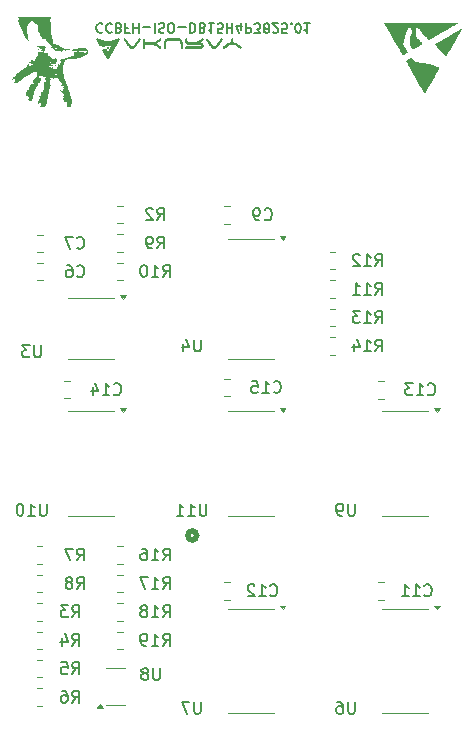
<source format=gbr>
%TF.GenerationSoftware,KiCad,Pcbnew,9.0.4*%
%TF.CreationDate,2025-09-17T11:37:43+01:00*%
%TF.ProjectId,PinCheck-4,50696e43-6865-4636-9b2d-342e6b696361,rev?*%
%TF.SameCoordinates,Original*%
%TF.FileFunction,Legend,Bot*%
%TF.FilePolarity,Positive*%
%FSLAX46Y46*%
G04 Gerber Fmt 4.6, Leading zero omitted, Abs format (unit mm)*
G04 Created by KiCad (PCBNEW 9.0.4) date 2025-09-17 11:37:43*
%MOMM*%
%LPD*%
G01*
G04 APERTURE LIST*
%ADD10C,0.180000*%
%ADD11C,0.150000*%
%ADD12C,0.010000*%
%ADD13C,0.508000*%
%ADD14C,0.120000*%
%ADD15C,0.000000*%
G04 APERTURE END LIST*
D10*
X140089913Y-72303403D02*
X140051817Y-72265308D01*
X140051817Y-72265308D02*
X139937532Y-72227212D01*
X139937532Y-72227212D02*
X139861341Y-72227212D01*
X139861341Y-72227212D02*
X139747055Y-72265308D01*
X139747055Y-72265308D02*
X139670865Y-72341498D01*
X139670865Y-72341498D02*
X139632770Y-72417688D01*
X139632770Y-72417688D02*
X139594674Y-72570069D01*
X139594674Y-72570069D02*
X139594674Y-72684355D01*
X139594674Y-72684355D02*
X139632770Y-72836736D01*
X139632770Y-72836736D02*
X139670865Y-72912927D01*
X139670865Y-72912927D02*
X139747055Y-72989117D01*
X139747055Y-72989117D02*
X139861341Y-73027212D01*
X139861341Y-73027212D02*
X139937532Y-73027212D01*
X139937532Y-73027212D02*
X140051817Y-72989117D01*
X140051817Y-72989117D02*
X140089913Y-72951022D01*
X140889913Y-72303403D02*
X140851817Y-72265308D01*
X140851817Y-72265308D02*
X140737532Y-72227212D01*
X140737532Y-72227212D02*
X140661341Y-72227212D01*
X140661341Y-72227212D02*
X140547055Y-72265308D01*
X140547055Y-72265308D02*
X140470865Y-72341498D01*
X140470865Y-72341498D02*
X140432770Y-72417688D01*
X140432770Y-72417688D02*
X140394674Y-72570069D01*
X140394674Y-72570069D02*
X140394674Y-72684355D01*
X140394674Y-72684355D02*
X140432770Y-72836736D01*
X140432770Y-72836736D02*
X140470865Y-72912927D01*
X140470865Y-72912927D02*
X140547055Y-72989117D01*
X140547055Y-72989117D02*
X140661341Y-73027212D01*
X140661341Y-73027212D02*
X140737532Y-73027212D01*
X140737532Y-73027212D02*
X140851817Y-72989117D01*
X140851817Y-72989117D02*
X140889913Y-72951022D01*
X141499436Y-72646260D02*
X141613722Y-72608165D01*
X141613722Y-72608165D02*
X141651817Y-72570069D01*
X141651817Y-72570069D02*
X141689913Y-72493879D01*
X141689913Y-72493879D02*
X141689913Y-72379593D01*
X141689913Y-72379593D02*
X141651817Y-72303403D01*
X141651817Y-72303403D02*
X141613722Y-72265308D01*
X141613722Y-72265308D02*
X141537532Y-72227212D01*
X141537532Y-72227212D02*
X141232770Y-72227212D01*
X141232770Y-72227212D02*
X141232770Y-73027212D01*
X141232770Y-73027212D02*
X141499436Y-73027212D01*
X141499436Y-73027212D02*
X141575627Y-72989117D01*
X141575627Y-72989117D02*
X141613722Y-72951022D01*
X141613722Y-72951022D02*
X141651817Y-72874831D01*
X141651817Y-72874831D02*
X141651817Y-72798641D01*
X141651817Y-72798641D02*
X141613722Y-72722450D01*
X141613722Y-72722450D02*
X141575627Y-72684355D01*
X141575627Y-72684355D02*
X141499436Y-72646260D01*
X141499436Y-72646260D02*
X141232770Y-72646260D01*
X142299436Y-72646260D02*
X142032770Y-72646260D01*
X142032770Y-72227212D02*
X142032770Y-73027212D01*
X142032770Y-73027212D02*
X142413722Y-73027212D01*
X142718484Y-72227212D02*
X142718484Y-73027212D01*
X142718484Y-72646260D02*
X143175627Y-72646260D01*
X143175627Y-72227212D02*
X143175627Y-73027212D01*
X143556579Y-72531974D02*
X144166103Y-72531974D01*
X144547055Y-72227212D02*
X144547055Y-73027212D01*
X144889911Y-72265308D02*
X145004197Y-72227212D01*
X145004197Y-72227212D02*
X145194673Y-72227212D01*
X145194673Y-72227212D02*
X145270864Y-72265308D01*
X145270864Y-72265308D02*
X145308959Y-72303403D01*
X145308959Y-72303403D02*
X145347054Y-72379593D01*
X145347054Y-72379593D02*
X145347054Y-72455784D01*
X145347054Y-72455784D02*
X145308959Y-72531974D01*
X145308959Y-72531974D02*
X145270864Y-72570069D01*
X145270864Y-72570069D02*
X145194673Y-72608165D01*
X145194673Y-72608165D02*
X145042292Y-72646260D01*
X145042292Y-72646260D02*
X144966102Y-72684355D01*
X144966102Y-72684355D02*
X144928007Y-72722450D01*
X144928007Y-72722450D02*
X144889911Y-72798641D01*
X144889911Y-72798641D02*
X144889911Y-72874831D01*
X144889911Y-72874831D02*
X144928007Y-72951022D01*
X144928007Y-72951022D02*
X144966102Y-72989117D01*
X144966102Y-72989117D02*
X145042292Y-73027212D01*
X145042292Y-73027212D02*
X145232769Y-73027212D01*
X145232769Y-73027212D02*
X145347054Y-72989117D01*
X145842293Y-73027212D02*
X145994674Y-73027212D01*
X145994674Y-73027212D02*
X146070864Y-72989117D01*
X146070864Y-72989117D02*
X146147055Y-72912927D01*
X146147055Y-72912927D02*
X146185150Y-72760546D01*
X146185150Y-72760546D02*
X146185150Y-72493879D01*
X146185150Y-72493879D02*
X146147055Y-72341498D01*
X146147055Y-72341498D02*
X146070864Y-72265308D01*
X146070864Y-72265308D02*
X145994674Y-72227212D01*
X145994674Y-72227212D02*
X145842293Y-72227212D01*
X145842293Y-72227212D02*
X145766102Y-72265308D01*
X145766102Y-72265308D02*
X145689912Y-72341498D01*
X145689912Y-72341498D02*
X145651816Y-72493879D01*
X145651816Y-72493879D02*
X145651816Y-72760546D01*
X145651816Y-72760546D02*
X145689912Y-72912927D01*
X145689912Y-72912927D02*
X145766102Y-72989117D01*
X145766102Y-72989117D02*
X145842293Y-73027212D01*
X146528007Y-72531974D02*
X147137531Y-72531974D01*
X147518483Y-72227212D02*
X147518483Y-73027212D01*
X147518483Y-73027212D02*
X147708959Y-73027212D01*
X147708959Y-73027212D02*
X147823245Y-72989117D01*
X147823245Y-72989117D02*
X147899435Y-72912927D01*
X147899435Y-72912927D02*
X147937530Y-72836736D01*
X147937530Y-72836736D02*
X147975626Y-72684355D01*
X147975626Y-72684355D02*
X147975626Y-72570069D01*
X147975626Y-72570069D02*
X147937530Y-72417688D01*
X147937530Y-72417688D02*
X147899435Y-72341498D01*
X147899435Y-72341498D02*
X147823245Y-72265308D01*
X147823245Y-72265308D02*
X147708959Y-72227212D01*
X147708959Y-72227212D02*
X147518483Y-72227212D01*
X148585149Y-72646260D02*
X148699435Y-72608165D01*
X148699435Y-72608165D02*
X148737530Y-72570069D01*
X148737530Y-72570069D02*
X148775626Y-72493879D01*
X148775626Y-72493879D02*
X148775626Y-72379593D01*
X148775626Y-72379593D02*
X148737530Y-72303403D01*
X148737530Y-72303403D02*
X148699435Y-72265308D01*
X148699435Y-72265308D02*
X148623245Y-72227212D01*
X148623245Y-72227212D02*
X148318483Y-72227212D01*
X148318483Y-72227212D02*
X148318483Y-73027212D01*
X148318483Y-73027212D02*
X148585149Y-73027212D01*
X148585149Y-73027212D02*
X148661340Y-72989117D01*
X148661340Y-72989117D02*
X148699435Y-72951022D01*
X148699435Y-72951022D02*
X148737530Y-72874831D01*
X148737530Y-72874831D02*
X148737530Y-72798641D01*
X148737530Y-72798641D02*
X148699435Y-72722450D01*
X148699435Y-72722450D02*
X148661340Y-72684355D01*
X148661340Y-72684355D02*
X148585149Y-72646260D01*
X148585149Y-72646260D02*
X148318483Y-72646260D01*
X149537530Y-72227212D02*
X149080387Y-72227212D01*
X149308959Y-72227212D02*
X149308959Y-73027212D01*
X149308959Y-73027212D02*
X149232768Y-72912927D01*
X149232768Y-72912927D02*
X149156578Y-72836736D01*
X149156578Y-72836736D02*
X149080387Y-72798641D01*
X150261340Y-73027212D02*
X149880388Y-73027212D01*
X149880388Y-73027212D02*
X149842292Y-72646260D01*
X149842292Y-72646260D02*
X149880388Y-72684355D01*
X149880388Y-72684355D02*
X149956578Y-72722450D01*
X149956578Y-72722450D02*
X150147054Y-72722450D01*
X150147054Y-72722450D02*
X150223245Y-72684355D01*
X150223245Y-72684355D02*
X150261340Y-72646260D01*
X150261340Y-72646260D02*
X150299435Y-72570069D01*
X150299435Y-72570069D02*
X150299435Y-72379593D01*
X150299435Y-72379593D02*
X150261340Y-72303403D01*
X150261340Y-72303403D02*
X150223245Y-72265308D01*
X150223245Y-72265308D02*
X150147054Y-72227212D01*
X150147054Y-72227212D02*
X149956578Y-72227212D01*
X149956578Y-72227212D02*
X149880388Y-72265308D01*
X149880388Y-72265308D02*
X149842292Y-72303403D01*
X150642293Y-72227212D02*
X150642293Y-73027212D01*
X150642293Y-72646260D02*
X151099436Y-72646260D01*
X151099436Y-72227212D02*
X151099436Y-73027212D01*
X151823245Y-72760546D02*
X151823245Y-72227212D01*
X151632769Y-73065308D02*
X151442292Y-72493879D01*
X151442292Y-72493879D02*
X151937531Y-72493879D01*
X152242293Y-72227212D02*
X152242293Y-73027212D01*
X152242293Y-73027212D02*
X152547055Y-73027212D01*
X152547055Y-73027212D02*
X152623245Y-72989117D01*
X152623245Y-72989117D02*
X152661340Y-72951022D01*
X152661340Y-72951022D02*
X152699436Y-72874831D01*
X152699436Y-72874831D02*
X152699436Y-72760546D01*
X152699436Y-72760546D02*
X152661340Y-72684355D01*
X152661340Y-72684355D02*
X152623245Y-72646260D01*
X152623245Y-72646260D02*
X152547055Y-72608165D01*
X152547055Y-72608165D02*
X152242293Y-72608165D01*
X152966102Y-73027212D02*
X153461340Y-73027212D01*
X153461340Y-73027212D02*
X153194674Y-72722450D01*
X153194674Y-72722450D02*
X153308959Y-72722450D01*
X153308959Y-72722450D02*
X153385150Y-72684355D01*
X153385150Y-72684355D02*
X153423245Y-72646260D01*
X153423245Y-72646260D02*
X153461340Y-72570069D01*
X153461340Y-72570069D02*
X153461340Y-72379593D01*
X153461340Y-72379593D02*
X153423245Y-72303403D01*
X153423245Y-72303403D02*
X153385150Y-72265308D01*
X153385150Y-72265308D02*
X153308959Y-72227212D01*
X153308959Y-72227212D02*
X153080388Y-72227212D01*
X153080388Y-72227212D02*
X153004197Y-72265308D01*
X153004197Y-72265308D02*
X152966102Y-72303403D01*
X153918483Y-72684355D02*
X153842293Y-72722450D01*
X153842293Y-72722450D02*
X153804198Y-72760546D01*
X153804198Y-72760546D02*
X153766102Y-72836736D01*
X153766102Y-72836736D02*
X153766102Y-72874831D01*
X153766102Y-72874831D02*
X153804198Y-72951022D01*
X153804198Y-72951022D02*
X153842293Y-72989117D01*
X153842293Y-72989117D02*
X153918483Y-73027212D01*
X153918483Y-73027212D02*
X154070864Y-73027212D01*
X154070864Y-73027212D02*
X154147055Y-72989117D01*
X154147055Y-72989117D02*
X154185150Y-72951022D01*
X154185150Y-72951022D02*
X154223245Y-72874831D01*
X154223245Y-72874831D02*
X154223245Y-72836736D01*
X154223245Y-72836736D02*
X154185150Y-72760546D01*
X154185150Y-72760546D02*
X154147055Y-72722450D01*
X154147055Y-72722450D02*
X154070864Y-72684355D01*
X154070864Y-72684355D02*
X153918483Y-72684355D01*
X153918483Y-72684355D02*
X153842293Y-72646260D01*
X153842293Y-72646260D02*
X153804198Y-72608165D01*
X153804198Y-72608165D02*
X153766102Y-72531974D01*
X153766102Y-72531974D02*
X153766102Y-72379593D01*
X153766102Y-72379593D02*
X153804198Y-72303403D01*
X153804198Y-72303403D02*
X153842293Y-72265308D01*
X153842293Y-72265308D02*
X153918483Y-72227212D01*
X153918483Y-72227212D02*
X154070864Y-72227212D01*
X154070864Y-72227212D02*
X154147055Y-72265308D01*
X154147055Y-72265308D02*
X154185150Y-72303403D01*
X154185150Y-72303403D02*
X154223245Y-72379593D01*
X154223245Y-72379593D02*
X154223245Y-72531974D01*
X154223245Y-72531974D02*
X154185150Y-72608165D01*
X154185150Y-72608165D02*
X154147055Y-72646260D01*
X154147055Y-72646260D02*
X154070864Y-72684355D01*
X154528007Y-72951022D02*
X154566103Y-72989117D01*
X154566103Y-72989117D02*
X154642293Y-73027212D01*
X154642293Y-73027212D02*
X154832769Y-73027212D01*
X154832769Y-73027212D02*
X154908960Y-72989117D01*
X154908960Y-72989117D02*
X154947055Y-72951022D01*
X154947055Y-72951022D02*
X154985150Y-72874831D01*
X154985150Y-72874831D02*
X154985150Y-72798641D01*
X154985150Y-72798641D02*
X154947055Y-72684355D01*
X154947055Y-72684355D02*
X154489912Y-72227212D01*
X154489912Y-72227212D02*
X154985150Y-72227212D01*
X155708960Y-73027212D02*
X155328008Y-73027212D01*
X155328008Y-73027212D02*
X155289912Y-72646260D01*
X155289912Y-72646260D02*
X155328008Y-72684355D01*
X155328008Y-72684355D02*
X155404198Y-72722450D01*
X155404198Y-72722450D02*
X155594674Y-72722450D01*
X155594674Y-72722450D02*
X155670865Y-72684355D01*
X155670865Y-72684355D02*
X155708960Y-72646260D01*
X155708960Y-72646260D02*
X155747055Y-72570069D01*
X155747055Y-72570069D02*
X155747055Y-72379593D01*
X155747055Y-72379593D02*
X155708960Y-72303403D01*
X155708960Y-72303403D02*
X155670865Y-72265308D01*
X155670865Y-72265308D02*
X155594674Y-72227212D01*
X155594674Y-72227212D02*
X155404198Y-72227212D01*
X155404198Y-72227212D02*
X155328008Y-72265308D01*
X155328008Y-72265308D02*
X155289912Y-72303403D01*
X156089913Y-72303403D02*
X156128008Y-72265308D01*
X156128008Y-72265308D02*
X156089913Y-72227212D01*
X156089913Y-72227212D02*
X156051817Y-72265308D01*
X156051817Y-72265308D02*
X156089913Y-72303403D01*
X156089913Y-72303403D02*
X156089913Y-72227212D01*
X156623246Y-73027212D02*
X156699436Y-73027212D01*
X156699436Y-73027212D02*
X156775627Y-72989117D01*
X156775627Y-72989117D02*
X156813722Y-72951022D01*
X156813722Y-72951022D02*
X156851817Y-72874831D01*
X156851817Y-72874831D02*
X156889912Y-72722450D01*
X156889912Y-72722450D02*
X156889912Y-72531974D01*
X156889912Y-72531974D02*
X156851817Y-72379593D01*
X156851817Y-72379593D02*
X156813722Y-72303403D01*
X156813722Y-72303403D02*
X156775627Y-72265308D01*
X156775627Y-72265308D02*
X156699436Y-72227212D01*
X156699436Y-72227212D02*
X156623246Y-72227212D01*
X156623246Y-72227212D02*
X156547055Y-72265308D01*
X156547055Y-72265308D02*
X156508960Y-72303403D01*
X156508960Y-72303403D02*
X156470865Y-72379593D01*
X156470865Y-72379593D02*
X156432769Y-72531974D01*
X156432769Y-72531974D02*
X156432769Y-72722450D01*
X156432769Y-72722450D02*
X156470865Y-72874831D01*
X156470865Y-72874831D02*
X156508960Y-72951022D01*
X156508960Y-72951022D02*
X156547055Y-72989117D01*
X156547055Y-72989117D02*
X156623246Y-73027212D01*
X157651817Y-72227212D02*
X157194674Y-72227212D01*
X157423246Y-72227212D02*
X157423246Y-73027212D01*
X157423246Y-73027212D02*
X157347055Y-72912927D01*
X157347055Y-72912927D02*
X157270865Y-72836736D01*
X157270865Y-72836736D02*
X157194674Y-72798641D01*
D11*
X148418749Y-99009819D02*
X148418749Y-99819342D01*
X148418749Y-99819342D02*
X148371130Y-99914580D01*
X148371130Y-99914580D02*
X148323511Y-99962200D01*
X148323511Y-99962200D02*
X148228273Y-100009819D01*
X148228273Y-100009819D02*
X148037797Y-100009819D01*
X148037797Y-100009819D02*
X147942559Y-99962200D01*
X147942559Y-99962200D02*
X147894940Y-99914580D01*
X147894940Y-99914580D02*
X147847321Y-99819342D01*
X147847321Y-99819342D02*
X147847321Y-99009819D01*
X146942559Y-99343152D02*
X146942559Y-100009819D01*
X147180654Y-98962200D02*
X147418749Y-99676485D01*
X147418749Y-99676485D02*
X146799702Y-99676485D01*
X161471904Y-112924819D02*
X161471904Y-113734342D01*
X161471904Y-113734342D02*
X161424285Y-113829580D01*
X161424285Y-113829580D02*
X161376666Y-113877200D01*
X161376666Y-113877200D02*
X161281428Y-113924819D01*
X161281428Y-113924819D02*
X161090952Y-113924819D01*
X161090952Y-113924819D02*
X160995714Y-113877200D01*
X160995714Y-113877200D02*
X160948095Y-113829580D01*
X160948095Y-113829580D02*
X160900476Y-113734342D01*
X160900476Y-113734342D02*
X160900476Y-112924819D01*
X160376666Y-113924819D02*
X160186190Y-113924819D01*
X160186190Y-113924819D02*
X160090952Y-113877200D01*
X160090952Y-113877200D02*
X160043333Y-113829580D01*
X160043333Y-113829580D02*
X159948095Y-113686723D01*
X159948095Y-113686723D02*
X159900476Y-113496247D01*
X159900476Y-113496247D02*
X159900476Y-113115295D01*
X159900476Y-113115295D02*
X159948095Y-113020057D01*
X159948095Y-113020057D02*
X159995714Y-112972438D01*
X159995714Y-112972438D02*
X160090952Y-112924819D01*
X160090952Y-112924819D02*
X160281428Y-112924819D01*
X160281428Y-112924819D02*
X160376666Y-112972438D01*
X160376666Y-112972438D02*
X160424285Y-113020057D01*
X160424285Y-113020057D02*
X160471904Y-113115295D01*
X160471904Y-113115295D02*
X160471904Y-113353390D01*
X160471904Y-113353390D02*
X160424285Y-113448628D01*
X160424285Y-113448628D02*
X160376666Y-113496247D01*
X160376666Y-113496247D02*
X160281428Y-113543866D01*
X160281428Y-113543866D02*
X160090952Y-113543866D01*
X160090952Y-113543866D02*
X159995714Y-113496247D01*
X159995714Y-113496247D02*
X159948095Y-113448628D01*
X159948095Y-113448628D02*
X159900476Y-113353390D01*
X137946666Y-91217705D02*
X137994285Y-91265325D01*
X137994285Y-91265325D02*
X138137142Y-91312944D01*
X138137142Y-91312944D02*
X138232380Y-91312944D01*
X138232380Y-91312944D02*
X138375237Y-91265325D01*
X138375237Y-91265325D02*
X138470475Y-91170086D01*
X138470475Y-91170086D02*
X138518094Y-91074848D01*
X138518094Y-91074848D02*
X138565713Y-90884372D01*
X138565713Y-90884372D02*
X138565713Y-90741515D01*
X138565713Y-90741515D02*
X138518094Y-90551039D01*
X138518094Y-90551039D02*
X138470475Y-90455801D01*
X138470475Y-90455801D02*
X138375237Y-90360563D01*
X138375237Y-90360563D02*
X138232380Y-90312944D01*
X138232380Y-90312944D02*
X138137142Y-90312944D01*
X138137142Y-90312944D02*
X137994285Y-90360563D01*
X137994285Y-90360563D02*
X137946666Y-90408182D01*
X137613332Y-90312944D02*
X136946666Y-90312944D01*
X136946666Y-90312944D02*
X137375237Y-91312944D01*
X154299702Y-120649580D02*
X154347321Y-120697200D01*
X154347321Y-120697200D02*
X154490178Y-120744819D01*
X154490178Y-120744819D02*
X154585416Y-120744819D01*
X154585416Y-120744819D02*
X154728273Y-120697200D01*
X154728273Y-120697200D02*
X154823511Y-120601961D01*
X154823511Y-120601961D02*
X154871130Y-120506723D01*
X154871130Y-120506723D02*
X154918749Y-120316247D01*
X154918749Y-120316247D02*
X154918749Y-120173390D01*
X154918749Y-120173390D02*
X154871130Y-119982914D01*
X154871130Y-119982914D02*
X154823511Y-119887676D01*
X154823511Y-119887676D02*
X154728273Y-119792438D01*
X154728273Y-119792438D02*
X154585416Y-119744819D01*
X154585416Y-119744819D02*
X154490178Y-119744819D01*
X154490178Y-119744819D02*
X154347321Y-119792438D01*
X154347321Y-119792438D02*
X154299702Y-119840057D01*
X153347321Y-120744819D02*
X153918749Y-120744819D01*
X153633035Y-120744819D02*
X153633035Y-119744819D01*
X153633035Y-119744819D02*
X153728273Y-119887676D01*
X153728273Y-119887676D02*
X153823511Y-119982914D01*
X153823511Y-119982914D02*
X153918749Y-120030533D01*
X152966368Y-119840057D02*
X152918749Y-119792438D01*
X152918749Y-119792438D02*
X152823511Y-119744819D01*
X152823511Y-119744819D02*
X152585416Y-119744819D01*
X152585416Y-119744819D02*
X152490178Y-119792438D01*
X152490178Y-119792438D02*
X152442559Y-119840057D01*
X152442559Y-119840057D02*
X152394940Y-119935295D01*
X152394940Y-119935295D02*
X152394940Y-120030533D01*
X152394940Y-120030533D02*
X152442559Y-120173390D01*
X152442559Y-120173390D02*
X153013987Y-120744819D01*
X153013987Y-120744819D02*
X152394940Y-120744819D01*
X163202857Y-100009819D02*
X163536190Y-99533628D01*
X163774285Y-100009819D02*
X163774285Y-99009819D01*
X163774285Y-99009819D02*
X163393333Y-99009819D01*
X163393333Y-99009819D02*
X163298095Y-99057438D01*
X163298095Y-99057438D02*
X163250476Y-99105057D01*
X163250476Y-99105057D02*
X163202857Y-99200295D01*
X163202857Y-99200295D02*
X163202857Y-99343152D01*
X163202857Y-99343152D02*
X163250476Y-99438390D01*
X163250476Y-99438390D02*
X163298095Y-99486009D01*
X163298095Y-99486009D02*
X163393333Y-99533628D01*
X163393333Y-99533628D02*
X163774285Y-99533628D01*
X162250476Y-100009819D02*
X162821904Y-100009819D01*
X162536190Y-100009819D02*
X162536190Y-99009819D01*
X162536190Y-99009819D02*
X162631428Y-99152676D01*
X162631428Y-99152676D02*
X162726666Y-99247914D01*
X162726666Y-99247914D02*
X162821904Y-99295533D01*
X161393333Y-99343152D02*
X161393333Y-100009819D01*
X161631428Y-98962200D02*
X161869523Y-99676485D01*
X161869523Y-99676485D02*
X161250476Y-99676485D01*
X167652857Y-103632080D02*
X167700476Y-103679700D01*
X167700476Y-103679700D02*
X167843333Y-103727319D01*
X167843333Y-103727319D02*
X167938571Y-103727319D01*
X167938571Y-103727319D02*
X168081428Y-103679700D01*
X168081428Y-103679700D02*
X168176666Y-103584461D01*
X168176666Y-103584461D02*
X168224285Y-103489223D01*
X168224285Y-103489223D02*
X168271904Y-103298747D01*
X168271904Y-103298747D02*
X168271904Y-103155890D01*
X168271904Y-103155890D02*
X168224285Y-102965414D01*
X168224285Y-102965414D02*
X168176666Y-102870176D01*
X168176666Y-102870176D02*
X168081428Y-102774938D01*
X168081428Y-102774938D02*
X167938571Y-102727319D01*
X167938571Y-102727319D02*
X167843333Y-102727319D01*
X167843333Y-102727319D02*
X167700476Y-102774938D01*
X167700476Y-102774938D02*
X167652857Y-102822557D01*
X166700476Y-103727319D02*
X167271904Y-103727319D01*
X166986190Y-103727319D02*
X166986190Y-102727319D01*
X166986190Y-102727319D02*
X167081428Y-102870176D01*
X167081428Y-102870176D02*
X167176666Y-102965414D01*
X167176666Y-102965414D02*
X167271904Y-103013033D01*
X166367142Y-102727319D02*
X165748095Y-102727319D01*
X165748095Y-102727319D02*
X166081428Y-103108271D01*
X166081428Y-103108271D02*
X165938571Y-103108271D01*
X165938571Y-103108271D02*
X165843333Y-103155890D01*
X165843333Y-103155890D02*
X165795714Y-103203509D01*
X165795714Y-103203509D02*
X165748095Y-103298747D01*
X165748095Y-103298747D02*
X165748095Y-103536842D01*
X165748095Y-103536842D02*
X165795714Y-103632080D01*
X165795714Y-103632080D02*
X165843333Y-103679700D01*
X165843333Y-103679700D02*
X165938571Y-103727319D01*
X165938571Y-103727319D02*
X166224285Y-103727319D01*
X166224285Y-103727319D02*
X166319523Y-103679700D01*
X166319523Y-103679700D02*
X166367142Y-103632080D01*
X144971904Y-126814819D02*
X144971904Y-127624342D01*
X144971904Y-127624342D02*
X144924285Y-127719580D01*
X144924285Y-127719580D02*
X144876666Y-127767200D01*
X144876666Y-127767200D02*
X144781428Y-127814819D01*
X144781428Y-127814819D02*
X144590952Y-127814819D01*
X144590952Y-127814819D02*
X144495714Y-127767200D01*
X144495714Y-127767200D02*
X144448095Y-127719580D01*
X144448095Y-127719580D02*
X144400476Y-127624342D01*
X144400476Y-127624342D02*
X144400476Y-126814819D01*
X143781428Y-127243390D02*
X143876666Y-127195771D01*
X143876666Y-127195771D02*
X143924285Y-127148152D01*
X143924285Y-127148152D02*
X143971904Y-127052914D01*
X143971904Y-127052914D02*
X143971904Y-127005295D01*
X143971904Y-127005295D02*
X143924285Y-126910057D01*
X143924285Y-126910057D02*
X143876666Y-126862438D01*
X143876666Y-126862438D02*
X143781428Y-126814819D01*
X143781428Y-126814819D02*
X143590952Y-126814819D01*
X143590952Y-126814819D02*
X143495714Y-126862438D01*
X143495714Y-126862438D02*
X143448095Y-126910057D01*
X143448095Y-126910057D02*
X143400476Y-127005295D01*
X143400476Y-127005295D02*
X143400476Y-127052914D01*
X143400476Y-127052914D02*
X143448095Y-127148152D01*
X143448095Y-127148152D02*
X143495714Y-127195771D01*
X143495714Y-127195771D02*
X143590952Y-127243390D01*
X143590952Y-127243390D02*
X143781428Y-127243390D01*
X143781428Y-127243390D02*
X143876666Y-127291009D01*
X143876666Y-127291009D02*
X143924285Y-127338628D01*
X143924285Y-127338628D02*
X143971904Y-127433866D01*
X143971904Y-127433866D02*
X143971904Y-127624342D01*
X143971904Y-127624342D02*
X143924285Y-127719580D01*
X143924285Y-127719580D02*
X143876666Y-127767200D01*
X143876666Y-127767200D02*
X143781428Y-127814819D01*
X143781428Y-127814819D02*
X143590952Y-127814819D01*
X143590952Y-127814819D02*
X143495714Y-127767200D01*
X143495714Y-127767200D02*
X143448095Y-127719580D01*
X143448095Y-127719580D02*
X143400476Y-127624342D01*
X143400476Y-127624342D02*
X143400476Y-127433866D01*
X143400476Y-127433866D02*
X143448095Y-127338628D01*
X143448095Y-127338628D02*
X143495714Y-127291009D01*
X143495714Y-127291009D02*
X143590952Y-127243390D01*
X161471904Y-129682319D02*
X161471904Y-130491842D01*
X161471904Y-130491842D02*
X161424285Y-130587080D01*
X161424285Y-130587080D02*
X161376666Y-130634700D01*
X161376666Y-130634700D02*
X161281428Y-130682319D01*
X161281428Y-130682319D02*
X161090952Y-130682319D01*
X161090952Y-130682319D02*
X160995714Y-130634700D01*
X160995714Y-130634700D02*
X160948095Y-130587080D01*
X160948095Y-130587080D02*
X160900476Y-130491842D01*
X160900476Y-130491842D02*
X160900476Y-129682319D01*
X159995714Y-129682319D02*
X160186190Y-129682319D01*
X160186190Y-129682319D02*
X160281428Y-129729938D01*
X160281428Y-129729938D02*
X160329047Y-129777557D01*
X160329047Y-129777557D02*
X160424285Y-129920414D01*
X160424285Y-129920414D02*
X160471904Y-130110890D01*
X160471904Y-130110890D02*
X160471904Y-130491842D01*
X160471904Y-130491842D02*
X160424285Y-130587080D01*
X160424285Y-130587080D02*
X160376666Y-130634700D01*
X160376666Y-130634700D02*
X160281428Y-130682319D01*
X160281428Y-130682319D02*
X160090952Y-130682319D01*
X160090952Y-130682319D02*
X159995714Y-130634700D01*
X159995714Y-130634700D02*
X159948095Y-130587080D01*
X159948095Y-130587080D02*
X159900476Y-130491842D01*
X159900476Y-130491842D02*
X159900476Y-130253747D01*
X159900476Y-130253747D02*
X159948095Y-130158509D01*
X159948095Y-130158509D02*
X159995714Y-130110890D01*
X159995714Y-130110890D02*
X160090952Y-130063271D01*
X160090952Y-130063271D02*
X160281428Y-130063271D01*
X160281428Y-130063271D02*
X160376666Y-130110890D01*
X160376666Y-130110890D02*
X160424285Y-130158509D01*
X160424285Y-130158509D02*
X160471904Y-130253747D01*
X144746666Y-91282944D02*
X145079999Y-90806753D01*
X145318094Y-91282944D02*
X145318094Y-90282944D01*
X145318094Y-90282944D02*
X144937142Y-90282944D01*
X144937142Y-90282944D02*
X144841904Y-90330563D01*
X144841904Y-90330563D02*
X144794285Y-90378182D01*
X144794285Y-90378182D02*
X144746666Y-90473420D01*
X144746666Y-90473420D02*
X144746666Y-90616277D01*
X144746666Y-90616277D02*
X144794285Y-90711515D01*
X144794285Y-90711515D02*
X144841904Y-90759134D01*
X144841904Y-90759134D02*
X144937142Y-90806753D01*
X144937142Y-90806753D02*
X145318094Y-90806753D01*
X144270475Y-91282944D02*
X144079999Y-91282944D01*
X144079999Y-91282944D02*
X143984761Y-91235325D01*
X143984761Y-91235325D02*
X143937142Y-91187705D01*
X143937142Y-91187705D02*
X143841904Y-91044848D01*
X143841904Y-91044848D02*
X143794285Y-90854372D01*
X143794285Y-90854372D02*
X143794285Y-90473420D01*
X143794285Y-90473420D02*
X143841904Y-90378182D01*
X143841904Y-90378182D02*
X143889523Y-90330563D01*
X143889523Y-90330563D02*
X143984761Y-90282944D01*
X143984761Y-90282944D02*
X144175237Y-90282944D01*
X144175237Y-90282944D02*
X144270475Y-90330563D01*
X144270475Y-90330563D02*
X144318094Y-90378182D01*
X144318094Y-90378182D02*
X144365713Y-90473420D01*
X144365713Y-90473420D02*
X144365713Y-90711515D01*
X144365713Y-90711515D02*
X144318094Y-90806753D01*
X144318094Y-90806753D02*
X144270475Y-90854372D01*
X144270475Y-90854372D02*
X144175237Y-90901991D01*
X144175237Y-90901991D02*
X143984761Y-90901991D01*
X143984761Y-90901991D02*
X143889523Y-90854372D01*
X143889523Y-90854372D02*
X143841904Y-90806753D01*
X143841904Y-90806753D02*
X143794285Y-90711515D01*
X137926666Y-120107319D02*
X138259999Y-119631128D01*
X138498094Y-120107319D02*
X138498094Y-119107319D01*
X138498094Y-119107319D02*
X138117142Y-119107319D01*
X138117142Y-119107319D02*
X138021904Y-119154938D01*
X138021904Y-119154938D02*
X137974285Y-119202557D01*
X137974285Y-119202557D02*
X137926666Y-119297795D01*
X137926666Y-119297795D02*
X137926666Y-119440652D01*
X137926666Y-119440652D02*
X137974285Y-119535890D01*
X137974285Y-119535890D02*
X138021904Y-119583509D01*
X138021904Y-119583509D02*
X138117142Y-119631128D01*
X138117142Y-119631128D02*
X138498094Y-119631128D01*
X137355237Y-119535890D02*
X137450475Y-119488271D01*
X137450475Y-119488271D02*
X137498094Y-119440652D01*
X137498094Y-119440652D02*
X137545713Y-119345414D01*
X137545713Y-119345414D02*
X137545713Y-119297795D01*
X137545713Y-119297795D02*
X137498094Y-119202557D01*
X137498094Y-119202557D02*
X137450475Y-119154938D01*
X137450475Y-119154938D02*
X137355237Y-119107319D01*
X137355237Y-119107319D02*
X137164761Y-119107319D01*
X137164761Y-119107319D02*
X137069523Y-119154938D01*
X137069523Y-119154938D02*
X137021904Y-119202557D01*
X137021904Y-119202557D02*
X136974285Y-119297795D01*
X136974285Y-119297795D02*
X136974285Y-119345414D01*
X136974285Y-119345414D02*
X137021904Y-119440652D01*
X137021904Y-119440652D02*
X137069523Y-119488271D01*
X137069523Y-119488271D02*
X137164761Y-119535890D01*
X137164761Y-119535890D02*
X137355237Y-119535890D01*
X137355237Y-119535890D02*
X137450475Y-119583509D01*
X137450475Y-119583509D02*
X137498094Y-119631128D01*
X137498094Y-119631128D02*
X137545713Y-119726366D01*
X137545713Y-119726366D02*
X137545713Y-119916842D01*
X137545713Y-119916842D02*
X137498094Y-120012080D01*
X137498094Y-120012080D02*
X137450475Y-120059700D01*
X137450475Y-120059700D02*
X137355237Y-120107319D01*
X137355237Y-120107319D02*
X137164761Y-120107319D01*
X137164761Y-120107319D02*
X137069523Y-120059700D01*
X137069523Y-120059700D02*
X137021904Y-120012080D01*
X137021904Y-120012080D02*
X136974285Y-119916842D01*
X136974285Y-119916842D02*
X136974285Y-119726366D01*
X136974285Y-119726366D02*
X137021904Y-119631128D01*
X137021904Y-119631128D02*
X137069523Y-119583509D01*
X137069523Y-119583509D02*
X137164761Y-119535890D01*
X145222857Y-124923569D02*
X145556190Y-124447378D01*
X145794285Y-124923569D02*
X145794285Y-123923569D01*
X145794285Y-123923569D02*
X145413333Y-123923569D01*
X145413333Y-123923569D02*
X145318095Y-123971188D01*
X145318095Y-123971188D02*
X145270476Y-124018807D01*
X145270476Y-124018807D02*
X145222857Y-124114045D01*
X145222857Y-124114045D02*
X145222857Y-124256902D01*
X145222857Y-124256902D02*
X145270476Y-124352140D01*
X145270476Y-124352140D02*
X145318095Y-124399759D01*
X145318095Y-124399759D02*
X145413333Y-124447378D01*
X145413333Y-124447378D02*
X145794285Y-124447378D01*
X144270476Y-124923569D02*
X144841904Y-124923569D01*
X144556190Y-124923569D02*
X144556190Y-123923569D01*
X144556190Y-123923569D02*
X144651428Y-124066426D01*
X144651428Y-124066426D02*
X144746666Y-124161664D01*
X144746666Y-124161664D02*
X144841904Y-124209283D01*
X143794285Y-124923569D02*
X143603809Y-124923569D01*
X143603809Y-124923569D02*
X143508571Y-124875950D01*
X143508571Y-124875950D02*
X143460952Y-124828330D01*
X143460952Y-124828330D02*
X143365714Y-124685473D01*
X143365714Y-124685473D02*
X143318095Y-124494997D01*
X143318095Y-124494997D02*
X143318095Y-124114045D01*
X143318095Y-124114045D02*
X143365714Y-124018807D01*
X143365714Y-124018807D02*
X143413333Y-123971188D01*
X143413333Y-123971188D02*
X143508571Y-123923569D01*
X143508571Y-123923569D02*
X143699047Y-123923569D01*
X143699047Y-123923569D02*
X143794285Y-123971188D01*
X143794285Y-123971188D02*
X143841904Y-124018807D01*
X143841904Y-124018807D02*
X143889523Y-124114045D01*
X143889523Y-124114045D02*
X143889523Y-124352140D01*
X143889523Y-124352140D02*
X143841904Y-124447378D01*
X143841904Y-124447378D02*
X143794285Y-124494997D01*
X143794285Y-124494997D02*
X143699047Y-124542616D01*
X143699047Y-124542616D02*
X143508571Y-124542616D01*
X143508571Y-124542616D02*
X143413333Y-124494997D01*
X143413333Y-124494997D02*
X143365714Y-124447378D01*
X143365714Y-124447378D02*
X143318095Y-124352140D01*
X137526666Y-124923569D02*
X137859999Y-124447378D01*
X138098094Y-124923569D02*
X138098094Y-123923569D01*
X138098094Y-123923569D02*
X137717142Y-123923569D01*
X137717142Y-123923569D02*
X137621904Y-123971188D01*
X137621904Y-123971188D02*
X137574285Y-124018807D01*
X137574285Y-124018807D02*
X137526666Y-124114045D01*
X137526666Y-124114045D02*
X137526666Y-124256902D01*
X137526666Y-124256902D02*
X137574285Y-124352140D01*
X137574285Y-124352140D02*
X137621904Y-124399759D01*
X137621904Y-124399759D02*
X137717142Y-124447378D01*
X137717142Y-124447378D02*
X138098094Y-124447378D01*
X136669523Y-124256902D02*
X136669523Y-124923569D01*
X136907618Y-123875950D02*
X137145713Y-124590235D01*
X137145713Y-124590235D02*
X136526666Y-124590235D01*
X154599702Y-103429580D02*
X154647321Y-103477200D01*
X154647321Y-103477200D02*
X154790178Y-103524819D01*
X154790178Y-103524819D02*
X154885416Y-103524819D01*
X154885416Y-103524819D02*
X155028273Y-103477200D01*
X155028273Y-103477200D02*
X155123511Y-103381961D01*
X155123511Y-103381961D02*
X155171130Y-103286723D01*
X155171130Y-103286723D02*
X155218749Y-103096247D01*
X155218749Y-103096247D02*
X155218749Y-102953390D01*
X155218749Y-102953390D02*
X155171130Y-102762914D01*
X155171130Y-102762914D02*
X155123511Y-102667676D01*
X155123511Y-102667676D02*
X155028273Y-102572438D01*
X155028273Y-102572438D02*
X154885416Y-102524819D01*
X154885416Y-102524819D02*
X154790178Y-102524819D01*
X154790178Y-102524819D02*
X154647321Y-102572438D01*
X154647321Y-102572438D02*
X154599702Y-102620057D01*
X153647321Y-103524819D02*
X154218749Y-103524819D01*
X153933035Y-103524819D02*
X153933035Y-102524819D01*
X153933035Y-102524819D02*
X154028273Y-102667676D01*
X154028273Y-102667676D02*
X154123511Y-102762914D01*
X154123511Y-102762914D02*
X154218749Y-102810533D01*
X152742559Y-102524819D02*
X153218749Y-102524819D01*
X153218749Y-102524819D02*
X153266368Y-103001009D01*
X153266368Y-103001009D02*
X153218749Y-102953390D01*
X153218749Y-102953390D02*
X153123511Y-102905771D01*
X153123511Y-102905771D02*
X152885416Y-102905771D01*
X152885416Y-102905771D02*
X152790178Y-102953390D01*
X152790178Y-102953390D02*
X152742559Y-103001009D01*
X152742559Y-103001009D02*
X152694940Y-103096247D01*
X152694940Y-103096247D02*
X152694940Y-103334342D01*
X152694940Y-103334342D02*
X152742559Y-103429580D01*
X152742559Y-103429580D02*
X152790178Y-103477200D01*
X152790178Y-103477200D02*
X152885416Y-103524819D01*
X152885416Y-103524819D02*
X153123511Y-103524819D01*
X153123511Y-103524819D02*
X153218749Y-103477200D01*
X153218749Y-103477200D02*
X153266368Y-103429580D01*
X137946666Y-93625830D02*
X137994285Y-93673450D01*
X137994285Y-93673450D02*
X138137142Y-93721069D01*
X138137142Y-93721069D02*
X138232380Y-93721069D01*
X138232380Y-93721069D02*
X138375237Y-93673450D01*
X138375237Y-93673450D02*
X138470475Y-93578211D01*
X138470475Y-93578211D02*
X138518094Y-93482973D01*
X138518094Y-93482973D02*
X138565713Y-93292497D01*
X138565713Y-93292497D02*
X138565713Y-93149640D01*
X138565713Y-93149640D02*
X138518094Y-92959164D01*
X138518094Y-92959164D02*
X138470475Y-92863926D01*
X138470475Y-92863926D02*
X138375237Y-92768688D01*
X138375237Y-92768688D02*
X138232380Y-92721069D01*
X138232380Y-92721069D02*
X138137142Y-92721069D01*
X138137142Y-92721069D02*
X137994285Y-92768688D01*
X137994285Y-92768688D02*
X137946666Y-92816307D01*
X137089523Y-92721069D02*
X137279999Y-92721069D01*
X137279999Y-92721069D02*
X137375237Y-92768688D01*
X137375237Y-92768688D02*
X137422856Y-92816307D01*
X137422856Y-92816307D02*
X137518094Y-92959164D01*
X137518094Y-92959164D02*
X137565713Y-93149640D01*
X137565713Y-93149640D02*
X137565713Y-93530592D01*
X137565713Y-93530592D02*
X137518094Y-93625830D01*
X137518094Y-93625830D02*
X137470475Y-93673450D01*
X137470475Y-93673450D02*
X137375237Y-93721069D01*
X137375237Y-93721069D02*
X137184761Y-93721069D01*
X137184761Y-93721069D02*
X137089523Y-93673450D01*
X137089523Y-93673450D02*
X137041904Y-93625830D01*
X137041904Y-93625830D02*
X136994285Y-93530592D01*
X136994285Y-93530592D02*
X136994285Y-93292497D01*
X136994285Y-93292497D02*
X137041904Y-93197259D01*
X137041904Y-93197259D02*
X137089523Y-93149640D01*
X137089523Y-93149640D02*
X137184761Y-93102021D01*
X137184761Y-93102021D02*
X137375237Y-93102021D01*
X137375237Y-93102021D02*
X137470475Y-93149640D01*
X137470475Y-93149640D02*
X137518094Y-93197259D01*
X137518094Y-93197259D02*
X137565713Y-93292497D01*
X137526666Y-127331694D02*
X137859999Y-126855503D01*
X138098094Y-127331694D02*
X138098094Y-126331694D01*
X138098094Y-126331694D02*
X137717142Y-126331694D01*
X137717142Y-126331694D02*
X137621904Y-126379313D01*
X137621904Y-126379313D02*
X137574285Y-126426932D01*
X137574285Y-126426932D02*
X137526666Y-126522170D01*
X137526666Y-126522170D02*
X137526666Y-126665027D01*
X137526666Y-126665027D02*
X137574285Y-126760265D01*
X137574285Y-126760265D02*
X137621904Y-126807884D01*
X137621904Y-126807884D02*
X137717142Y-126855503D01*
X137717142Y-126855503D02*
X138098094Y-126855503D01*
X136621904Y-126331694D02*
X137098094Y-126331694D01*
X137098094Y-126331694D02*
X137145713Y-126807884D01*
X137145713Y-126807884D02*
X137098094Y-126760265D01*
X137098094Y-126760265D02*
X137002856Y-126712646D01*
X137002856Y-126712646D02*
X136764761Y-126712646D01*
X136764761Y-126712646D02*
X136669523Y-126760265D01*
X136669523Y-126760265D02*
X136621904Y-126807884D01*
X136621904Y-126807884D02*
X136574285Y-126903122D01*
X136574285Y-126903122D02*
X136574285Y-127141217D01*
X136574285Y-127141217D02*
X136621904Y-127236455D01*
X136621904Y-127236455D02*
X136669523Y-127284075D01*
X136669523Y-127284075D02*
X136764761Y-127331694D01*
X136764761Y-127331694D02*
X137002856Y-127331694D01*
X137002856Y-127331694D02*
X137098094Y-127284075D01*
X137098094Y-127284075D02*
X137145713Y-127236455D01*
X163202857Y-92785444D02*
X163536190Y-92309253D01*
X163774285Y-92785444D02*
X163774285Y-91785444D01*
X163774285Y-91785444D02*
X163393333Y-91785444D01*
X163393333Y-91785444D02*
X163298095Y-91833063D01*
X163298095Y-91833063D02*
X163250476Y-91880682D01*
X163250476Y-91880682D02*
X163202857Y-91975920D01*
X163202857Y-91975920D02*
X163202857Y-92118777D01*
X163202857Y-92118777D02*
X163250476Y-92214015D01*
X163250476Y-92214015D02*
X163298095Y-92261634D01*
X163298095Y-92261634D02*
X163393333Y-92309253D01*
X163393333Y-92309253D02*
X163774285Y-92309253D01*
X162250476Y-92785444D02*
X162821904Y-92785444D01*
X162536190Y-92785444D02*
X162536190Y-91785444D01*
X162536190Y-91785444D02*
X162631428Y-91928301D01*
X162631428Y-91928301D02*
X162726666Y-92023539D01*
X162726666Y-92023539D02*
X162821904Y-92071158D01*
X161869523Y-91880682D02*
X161821904Y-91833063D01*
X161821904Y-91833063D02*
X161726666Y-91785444D01*
X161726666Y-91785444D02*
X161488571Y-91785444D01*
X161488571Y-91785444D02*
X161393333Y-91833063D01*
X161393333Y-91833063D02*
X161345714Y-91880682D01*
X161345714Y-91880682D02*
X161298095Y-91975920D01*
X161298095Y-91975920D02*
X161298095Y-92071158D01*
X161298095Y-92071158D02*
X161345714Y-92214015D01*
X161345714Y-92214015D02*
X161917142Y-92785444D01*
X161917142Y-92785444D02*
X161298095Y-92785444D01*
X141070357Y-103619580D02*
X141117976Y-103667200D01*
X141117976Y-103667200D02*
X141260833Y-103714819D01*
X141260833Y-103714819D02*
X141356071Y-103714819D01*
X141356071Y-103714819D02*
X141498928Y-103667200D01*
X141498928Y-103667200D02*
X141594166Y-103571961D01*
X141594166Y-103571961D02*
X141641785Y-103476723D01*
X141641785Y-103476723D02*
X141689404Y-103286247D01*
X141689404Y-103286247D02*
X141689404Y-103143390D01*
X141689404Y-103143390D02*
X141641785Y-102952914D01*
X141641785Y-102952914D02*
X141594166Y-102857676D01*
X141594166Y-102857676D02*
X141498928Y-102762438D01*
X141498928Y-102762438D02*
X141356071Y-102714819D01*
X141356071Y-102714819D02*
X141260833Y-102714819D01*
X141260833Y-102714819D02*
X141117976Y-102762438D01*
X141117976Y-102762438D02*
X141070357Y-102810057D01*
X140117976Y-103714819D02*
X140689404Y-103714819D01*
X140403690Y-103714819D02*
X140403690Y-102714819D01*
X140403690Y-102714819D02*
X140498928Y-102857676D01*
X140498928Y-102857676D02*
X140594166Y-102952914D01*
X140594166Y-102952914D02*
X140689404Y-103000533D01*
X139260833Y-103048152D02*
X139260833Y-103714819D01*
X139498928Y-102667200D02*
X139737023Y-103381485D01*
X139737023Y-103381485D02*
X139117976Y-103381485D01*
X148894939Y-112924819D02*
X148894939Y-113734342D01*
X148894939Y-113734342D02*
X148847320Y-113829580D01*
X148847320Y-113829580D02*
X148799701Y-113877200D01*
X148799701Y-113877200D02*
X148704463Y-113924819D01*
X148704463Y-113924819D02*
X148513987Y-113924819D01*
X148513987Y-113924819D02*
X148418749Y-113877200D01*
X148418749Y-113877200D02*
X148371130Y-113829580D01*
X148371130Y-113829580D02*
X148323511Y-113734342D01*
X148323511Y-113734342D02*
X148323511Y-112924819D01*
X147323511Y-113924819D02*
X147894939Y-113924819D01*
X147609225Y-113924819D02*
X147609225Y-112924819D01*
X147609225Y-112924819D02*
X147704463Y-113067676D01*
X147704463Y-113067676D02*
X147799701Y-113162914D01*
X147799701Y-113162914D02*
X147894939Y-113210533D01*
X146371130Y-113924819D02*
X146942558Y-113924819D01*
X146656844Y-113924819D02*
X146656844Y-112924819D01*
X146656844Y-112924819D02*
X146752082Y-113067676D01*
X146752082Y-113067676D02*
X146847320Y-113162914D01*
X146847320Y-113162914D02*
X146942558Y-113210533D01*
X137526666Y-129739819D02*
X137859999Y-129263628D01*
X138098094Y-129739819D02*
X138098094Y-128739819D01*
X138098094Y-128739819D02*
X137717142Y-128739819D01*
X137717142Y-128739819D02*
X137621904Y-128787438D01*
X137621904Y-128787438D02*
X137574285Y-128835057D01*
X137574285Y-128835057D02*
X137526666Y-128930295D01*
X137526666Y-128930295D02*
X137526666Y-129073152D01*
X137526666Y-129073152D02*
X137574285Y-129168390D01*
X137574285Y-129168390D02*
X137621904Y-129216009D01*
X137621904Y-129216009D02*
X137717142Y-129263628D01*
X137717142Y-129263628D02*
X138098094Y-129263628D01*
X136669523Y-128739819D02*
X136859999Y-128739819D01*
X136859999Y-128739819D02*
X136955237Y-128787438D01*
X136955237Y-128787438D02*
X137002856Y-128835057D01*
X137002856Y-128835057D02*
X137098094Y-128977914D01*
X137098094Y-128977914D02*
X137145713Y-129168390D01*
X137145713Y-129168390D02*
X137145713Y-129549342D01*
X137145713Y-129549342D02*
X137098094Y-129644580D01*
X137098094Y-129644580D02*
X137050475Y-129692200D01*
X137050475Y-129692200D02*
X136955237Y-129739819D01*
X136955237Y-129739819D02*
X136764761Y-129739819D01*
X136764761Y-129739819D02*
X136669523Y-129692200D01*
X136669523Y-129692200D02*
X136621904Y-129644580D01*
X136621904Y-129644580D02*
X136574285Y-129549342D01*
X136574285Y-129549342D02*
X136574285Y-129311247D01*
X136574285Y-129311247D02*
X136621904Y-129216009D01*
X136621904Y-129216009D02*
X136669523Y-129168390D01*
X136669523Y-129168390D02*
X136764761Y-129120771D01*
X136764761Y-129120771D02*
X136955237Y-129120771D01*
X136955237Y-129120771D02*
X137050475Y-129168390D01*
X137050475Y-129168390D02*
X137098094Y-129216009D01*
X137098094Y-129216009D02*
X137145713Y-129311247D01*
X163202857Y-95193569D02*
X163536190Y-94717378D01*
X163774285Y-95193569D02*
X163774285Y-94193569D01*
X163774285Y-94193569D02*
X163393333Y-94193569D01*
X163393333Y-94193569D02*
X163298095Y-94241188D01*
X163298095Y-94241188D02*
X163250476Y-94288807D01*
X163250476Y-94288807D02*
X163202857Y-94384045D01*
X163202857Y-94384045D02*
X163202857Y-94526902D01*
X163202857Y-94526902D02*
X163250476Y-94622140D01*
X163250476Y-94622140D02*
X163298095Y-94669759D01*
X163298095Y-94669759D02*
X163393333Y-94717378D01*
X163393333Y-94717378D02*
X163774285Y-94717378D01*
X162250476Y-95193569D02*
X162821904Y-95193569D01*
X162536190Y-95193569D02*
X162536190Y-94193569D01*
X162536190Y-94193569D02*
X162631428Y-94336426D01*
X162631428Y-94336426D02*
X162726666Y-94431664D01*
X162726666Y-94431664D02*
X162821904Y-94479283D01*
X161298095Y-95193569D02*
X161869523Y-95193569D01*
X161583809Y-95193569D02*
X161583809Y-94193569D01*
X161583809Y-94193569D02*
X161679047Y-94336426D01*
X161679047Y-94336426D02*
X161774285Y-94431664D01*
X161774285Y-94431664D02*
X161869523Y-94479283D01*
X153823511Y-88809580D02*
X153871130Y-88857200D01*
X153871130Y-88857200D02*
X154013987Y-88904819D01*
X154013987Y-88904819D02*
X154109225Y-88904819D01*
X154109225Y-88904819D02*
X154252082Y-88857200D01*
X154252082Y-88857200D02*
X154347320Y-88761961D01*
X154347320Y-88761961D02*
X154394939Y-88666723D01*
X154394939Y-88666723D02*
X154442558Y-88476247D01*
X154442558Y-88476247D02*
X154442558Y-88333390D01*
X154442558Y-88333390D02*
X154394939Y-88142914D01*
X154394939Y-88142914D02*
X154347320Y-88047676D01*
X154347320Y-88047676D02*
X154252082Y-87952438D01*
X154252082Y-87952438D02*
X154109225Y-87904819D01*
X154109225Y-87904819D02*
X154013987Y-87904819D01*
X154013987Y-87904819D02*
X153871130Y-87952438D01*
X153871130Y-87952438D02*
X153823511Y-88000057D01*
X153347320Y-88904819D02*
X153156844Y-88904819D01*
X153156844Y-88904819D02*
X153061606Y-88857200D01*
X153061606Y-88857200D02*
X153013987Y-88809580D01*
X153013987Y-88809580D02*
X152918749Y-88666723D01*
X152918749Y-88666723D02*
X152871130Y-88476247D01*
X152871130Y-88476247D02*
X152871130Y-88095295D01*
X152871130Y-88095295D02*
X152918749Y-88000057D01*
X152918749Y-88000057D02*
X152966368Y-87952438D01*
X152966368Y-87952438D02*
X153061606Y-87904819D01*
X153061606Y-87904819D02*
X153252082Y-87904819D01*
X153252082Y-87904819D02*
X153347320Y-87952438D01*
X153347320Y-87952438D02*
X153394939Y-88000057D01*
X153394939Y-88000057D02*
X153442558Y-88095295D01*
X153442558Y-88095295D02*
X153442558Y-88333390D01*
X153442558Y-88333390D02*
X153394939Y-88428628D01*
X153394939Y-88428628D02*
X153347320Y-88476247D01*
X153347320Y-88476247D02*
X153252082Y-88523866D01*
X153252082Y-88523866D02*
X153061606Y-88523866D01*
X153061606Y-88523866D02*
X152966368Y-88476247D01*
X152966368Y-88476247D02*
X152918749Y-88428628D01*
X152918749Y-88428628D02*
X152871130Y-88333390D01*
X148418749Y-129682319D02*
X148418749Y-130491842D01*
X148418749Y-130491842D02*
X148371130Y-130587080D01*
X148371130Y-130587080D02*
X148323511Y-130634700D01*
X148323511Y-130634700D02*
X148228273Y-130682319D01*
X148228273Y-130682319D02*
X148037797Y-130682319D01*
X148037797Y-130682319D02*
X147942559Y-130634700D01*
X147942559Y-130634700D02*
X147894940Y-130587080D01*
X147894940Y-130587080D02*
X147847321Y-130491842D01*
X147847321Y-130491842D02*
X147847321Y-129682319D01*
X147466368Y-129682319D02*
X146799702Y-129682319D01*
X146799702Y-129682319D02*
X147228273Y-130682319D01*
X163202857Y-97601694D02*
X163536190Y-97125503D01*
X163774285Y-97601694D02*
X163774285Y-96601694D01*
X163774285Y-96601694D02*
X163393333Y-96601694D01*
X163393333Y-96601694D02*
X163298095Y-96649313D01*
X163298095Y-96649313D02*
X163250476Y-96696932D01*
X163250476Y-96696932D02*
X163202857Y-96792170D01*
X163202857Y-96792170D02*
X163202857Y-96935027D01*
X163202857Y-96935027D02*
X163250476Y-97030265D01*
X163250476Y-97030265D02*
X163298095Y-97077884D01*
X163298095Y-97077884D02*
X163393333Y-97125503D01*
X163393333Y-97125503D02*
X163774285Y-97125503D01*
X162250476Y-97601694D02*
X162821904Y-97601694D01*
X162536190Y-97601694D02*
X162536190Y-96601694D01*
X162536190Y-96601694D02*
X162631428Y-96744551D01*
X162631428Y-96744551D02*
X162726666Y-96839789D01*
X162726666Y-96839789D02*
X162821904Y-96887408D01*
X161917142Y-96601694D02*
X161298095Y-96601694D01*
X161298095Y-96601694D02*
X161631428Y-96982646D01*
X161631428Y-96982646D02*
X161488571Y-96982646D01*
X161488571Y-96982646D02*
X161393333Y-97030265D01*
X161393333Y-97030265D02*
X161345714Y-97077884D01*
X161345714Y-97077884D02*
X161298095Y-97173122D01*
X161298095Y-97173122D02*
X161298095Y-97411217D01*
X161298095Y-97411217D02*
X161345714Y-97506455D01*
X161345714Y-97506455D02*
X161393333Y-97554075D01*
X161393333Y-97554075D02*
X161488571Y-97601694D01*
X161488571Y-97601694D02*
X161774285Y-97601694D01*
X161774285Y-97601694D02*
X161869523Y-97554075D01*
X161869523Y-97554075D02*
X161917142Y-97506455D01*
X145222857Y-120107319D02*
X145556190Y-119631128D01*
X145794285Y-120107319D02*
X145794285Y-119107319D01*
X145794285Y-119107319D02*
X145413333Y-119107319D01*
X145413333Y-119107319D02*
X145318095Y-119154938D01*
X145318095Y-119154938D02*
X145270476Y-119202557D01*
X145270476Y-119202557D02*
X145222857Y-119297795D01*
X145222857Y-119297795D02*
X145222857Y-119440652D01*
X145222857Y-119440652D02*
X145270476Y-119535890D01*
X145270476Y-119535890D02*
X145318095Y-119583509D01*
X145318095Y-119583509D02*
X145413333Y-119631128D01*
X145413333Y-119631128D02*
X145794285Y-119631128D01*
X144270476Y-120107319D02*
X144841904Y-120107319D01*
X144556190Y-120107319D02*
X144556190Y-119107319D01*
X144556190Y-119107319D02*
X144651428Y-119250176D01*
X144651428Y-119250176D02*
X144746666Y-119345414D01*
X144746666Y-119345414D02*
X144841904Y-119393033D01*
X143937142Y-119107319D02*
X143270476Y-119107319D01*
X143270476Y-119107319D02*
X143699047Y-120107319D01*
X137926666Y-117699194D02*
X138259999Y-117223003D01*
X138498094Y-117699194D02*
X138498094Y-116699194D01*
X138498094Y-116699194D02*
X138117142Y-116699194D01*
X138117142Y-116699194D02*
X138021904Y-116746813D01*
X138021904Y-116746813D02*
X137974285Y-116794432D01*
X137974285Y-116794432D02*
X137926666Y-116889670D01*
X137926666Y-116889670D02*
X137926666Y-117032527D01*
X137926666Y-117032527D02*
X137974285Y-117127765D01*
X137974285Y-117127765D02*
X138021904Y-117175384D01*
X138021904Y-117175384D02*
X138117142Y-117223003D01*
X138117142Y-117223003D02*
X138498094Y-117223003D01*
X137593332Y-116699194D02*
X136926666Y-116699194D01*
X136926666Y-116699194D02*
X137355237Y-117699194D01*
X134889404Y-99509819D02*
X134889404Y-100319342D01*
X134889404Y-100319342D02*
X134841785Y-100414580D01*
X134841785Y-100414580D02*
X134794166Y-100462200D01*
X134794166Y-100462200D02*
X134698928Y-100509819D01*
X134698928Y-100509819D02*
X134508452Y-100509819D01*
X134508452Y-100509819D02*
X134413214Y-100462200D01*
X134413214Y-100462200D02*
X134365595Y-100414580D01*
X134365595Y-100414580D02*
X134317976Y-100319342D01*
X134317976Y-100319342D02*
X134317976Y-99509819D01*
X133937023Y-99509819D02*
X133317976Y-99509819D01*
X133317976Y-99509819D02*
X133651309Y-99890771D01*
X133651309Y-99890771D02*
X133508452Y-99890771D01*
X133508452Y-99890771D02*
X133413214Y-99938390D01*
X133413214Y-99938390D02*
X133365595Y-99986009D01*
X133365595Y-99986009D02*
X133317976Y-100081247D01*
X133317976Y-100081247D02*
X133317976Y-100319342D01*
X133317976Y-100319342D02*
X133365595Y-100414580D01*
X133365595Y-100414580D02*
X133413214Y-100462200D01*
X133413214Y-100462200D02*
X133508452Y-100509819D01*
X133508452Y-100509819D02*
X133794166Y-100509819D01*
X133794166Y-100509819D02*
X133889404Y-100462200D01*
X133889404Y-100462200D02*
X133937023Y-100414580D01*
X145222857Y-117699194D02*
X145556190Y-117223003D01*
X145794285Y-117699194D02*
X145794285Y-116699194D01*
X145794285Y-116699194D02*
X145413333Y-116699194D01*
X145413333Y-116699194D02*
X145318095Y-116746813D01*
X145318095Y-116746813D02*
X145270476Y-116794432D01*
X145270476Y-116794432D02*
X145222857Y-116889670D01*
X145222857Y-116889670D02*
X145222857Y-117032527D01*
X145222857Y-117032527D02*
X145270476Y-117127765D01*
X145270476Y-117127765D02*
X145318095Y-117175384D01*
X145318095Y-117175384D02*
X145413333Y-117223003D01*
X145413333Y-117223003D02*
X145794285Y-117223003D01*
X144270476Y-117699194D02*
X144841904Y-117699194D01*
X144556190Y-117699194D02*
X144556190Y-116699194D01*
X144556190Y-116699194D02*
X144651428Y-116842051D01*
X144651428Y-116842051D02*
X144746666Y-116937289D01*
X144746666Y-116937289D02*
X144841904Y-116984908D01*
X143413333Y-116699194D02*
X143603809Y-116699194D01*
X143603809Y-116699194D02*
X143699047Y-116746813D01*
X143699047Y-116746813D02*
X143746666Y-116794432D01*
X143746666Y-116794432D02*
X143841904Y-116937289D01*
X143841904Y-116937289D02*
X143889523Y-117127765D01*
X143889523Y-117127765D02*
X143889523Y-117508717D01*
X143889523Y-117508717D02*
X143841904Y-117603955D01*
X143841904Y-117603955D02*
X143794285Y-117651575D01*
X143794285Y-117651575D02*
X143699047Y-117699194D01*
X143699047Y-117699194D02*
X143508571Y-117699194D01*
X143508571Y-117699194D02*
X143413333Y-117651575D01*
X143413333Y-117651575D02*
X143365714Y-117603955D01*
X143365714Y-117603955D02*
X143318095Y-117508717D01*
X143318095Y-117508717D02*
X143318095Y-117270622D01*
X143318095Y-117270622D02*
X143365714Y-117175384D01*
X143365714Y-117175384D02*
X143413333Y-117127765D01*
X143413333Y-117127765D02*
X143508571Y-117080146D01*
X143508571Y-117080146D02*
X143699047Y-117080146D01*
X143699047Y-117080146D02*
X143794285Y-117127765D01*
X143794285Y-117127765D02*
X143841904Y-117175384D01*
X143841904Y-117175384D02*
X143889523Y-117270622D01*
X135365594Y-112924819D02*
X135365594Y-113734342D01*
X135365594Y-113734342D02*
X135317975Y-113829580D01*
X135317975Y-113829580D02*
X135270356Y-113877200D01*
X135270356Y-113877200D02*
X135175118Y-113924819D01*
X135175118Y-113924819D02*
X134984642Y-113924819D01*
X134984642Y-113924819D02*
X134889404Y-113877200D01*
X134889404Y-113877200D02*
X134841785Y-113829580D01*
X134841785Y-113829580D02*
X134794166Y-113734342D01*
X134794166Y-113734342D02*
X134794166Y-112924819D01*
X133794166Y-113924819D02*
X134365594Y-113924819D01*
X134079880Y-113924819D02*
X134079880Y-112924819D01*
X134079880Y-112924819D02*
X134175118Y-113067676D01*
X134175118Y-113067676D02*
X134270356Y-113162914D01*
X134270356Y-113162914D02*
X134365594Y-113210533D01*
X133175118Y-112924819D02*
X133079880Y-112924819D01*
X133079880Y-112924819D02*
X132984642Y-112972438D01*
X132984642Y-112972438D02*
X132937023Y-113020057D01*
X132937023Y-113020057D02*
X132889404Y-113115295D01*
X132889404Y-113115295D02*
X132841785Y-113305771D01*
X132841785Y-113305771D02*
X132841785Y-113543866D01*
X132841785Y-113543866D02*
X132889404Y-113734342D01*
X132889404Y-113734342D02*
X132937023Y-113829580D01*
X132937023Y-113829580D02*
X132984642Y-113877200D01*
X132984642Y-113877200D02*
X133079880Y-113924819D01*
X133079880Y-113924819D02*
X133175118Y-113924819D01*
X133175118Y-113924819D02*
X133270356Y-113877200D01*
X133270356Y-113877200D02*
X133317975Y-113829580D01*
X133317975Y-113829580D02*
X133365594Y-113734342D01*
X133365594Y-113734342D02*
X133413213Y-113543866D01*
X133413213Y-113543866D02*
X133413213Y-113305771D01*
X133413213Y-113305771D02*
X133365594Y-113115295D01*
X133365594Y-113115295D02*
X133317975Y-113020057D01*
X133317975Y-113020057D02*
X133270356Y-112972438D01*
X133270356Y-112972438D02*
X133175118Y-112924819D01*
X144746666Y-88874819D02*
X145079999Y-88398628D01*
X145318094Y-88874819D02*
X145318094Y-87874819D01*
X145318094Y-87874819D02*
X144937142Y-87874819D01*
X144937142Y-87874819D02*
X144841904Y-87922438D01*
X144841904Y-87922438D02*
X144794285Y-87970057D01*
X144794285Y-87970057D02*
X144746666Y-88065295D01*
X144746666Y-88065295D02*
X144746666Y-88208152D01*
X144746666Y-88208152D02*
X144794285Y-88303390D01*
X144794285Y-88303390D02*
X144841904Y-88351009D01*
X144841904Y-88351009D02*
X144937142Y-88398628D01*
X144937142Y-88398628D02*
X145318094Y-88398628D01*
X144365713Y-87970057D02*
X144318094Y-87922438D01*
X144318094Y-87922438D02*
X144222856Y-87874819D01*
X144222856Y-87874819D02*
X143984761Y-87874819D01*
X143984761Y-87874819D02*
X143889523Y-87922438D01*
X143889523Y-87922438D02*
X143841904Y-87970057D01*
X143841904Y-87970057D02*
X143794285Y-88065295D01*
X143794285Y-88065295D02*
X143794285Y-88160533D01*
X143794285Y-88160533D02*
X143841904Y-88303390D01*
X143841904Y-88303390D02*
X144413332Y-88874819D01*
X144413332Y-88874819D02*
X143794285Y-88874819D01*
X167352857Y-120649580D02*
X167400476Y-120697200D01*
X167400476Y-120697200D02*
X167543333Y-120744819D01*
X167543333Y-120744819D02*
X167638571Y-120744819D01*
X167638571Y-120744819D02*
X167781428Y-120697200D01*
X167781428Y-120697200D02*
X167876666Y-120601961D01*
X167876666Y-120601961D02*
X167924285Y-120506723D01*
X167924285Y-120506723D02*
X167971904Y-120316247D01*
X167971904Y-120316247D02*
X167971904Y-120173390D01*
X167971904Y-120173390D02*
X167924285Y-119982914D01*
X167924285Y-119982914D02*
X167876666Y-119887676D01*
X167876666Y-119887676D02*
X167781428Y-119792438D01*
X167781428Y-119792438D02*
X167638571Y-119744819D01*
X167638571Y-119744819D02*
X167543333Y-119744819D01*
X167543333Y-119744819D02*
X167400476Y-119792438D01*
X167400476Y-119792438D02*
X167352857Y-119840057D01*
X166400476Y-120744819D02*
X166971904Y-120744819D01*
X166686190Y-120744819D02*
X166686190Y-119744819D01*
X166686190Y-119744819D02*
X166781428Y-119887676D01*
X166781428Y-119887676D02*
X166876666Y-119982914D01*
X166876666Y-119982914D02*
X166971904Y-120030533D01*
X165448095Y-120744819D02*
X166019523Y-120744819D01*
X165733809Y-120744819D02*
X165733809Y-119744819D01*
X165733809Y-119744819D02*
X165829047Y-119887676D01*
X165829047Y-119887676D02*
X165924285Y-119982914D01*
X165924285Y-119982914D02*
X166019523Y-120030533D01*
X145222857Y-93691069D02*
X145556190Y-93214878D01*
X145794285Y-93691069D02*
X145794285Y-92691069D01*
X145794285Y-92691069D02*
X145413333Y-92691069D01*
X145413333Y-92691069D02*
X145318095Y-92738688D01*
X145318095Y-92738688D02*
X145270476Y-92786307D01*
X145270476Y-92786307D02*
X145222857Y-92881545D01*
X145222857Y-92881545D02*
X145222857Y-93024402D01*
X145222857Y-93024402D02*
X145270476Y-93119640D01*
X145270476Y-93119640D02*
X145318095Y-93167259D01*
X145318095Y-93167259D02*
X145413333Y-93214878D01*
X145413333Y-93214878D02*
X145794285Y-93214878D01*
X144270476Y-93691069D02*
X144841904Y-93691069D01*
X144556190Y-93691069D02*
X144556190Y-92691069D01*
X144556190Y-92691069D02*
X144651428Y-92833926D01*
X144651428Y-92833926D02*
X144746666Y-92929164D01*
X144746666Y-92929164D02*
X144841904Y-92976783D01*
X143651428Y-92691069D02*
X143556190Y-92691069D01*
X143556190Y-92691069D02*
X143460952Y-92738688D01*
X143460952Y-92738688D02*
X143413333Y-92786307D01*
X143413333Y-92786307D02*
X143365714Y-92881545D01*
X143365714Y-92881545D02*
X143318095Y-93072021D01*
X143318095Y-93072021D02*
X143318095Y-93310116D01*
X143318095Y-93310116D02*
X143365714Y-93500592D01*
X143365714Y-93500592D02*
X143413333Y-93595830D01*
X143413333Y-93595830D02*
X143460952Y-93643450D01*
X143460952Y-93643450D02*
X143556190Y-93691069D01*
X143556190Y-93691069D02*
X143651428Y-93691069D01*
X143651428Y-93691069D02*
X143746666Y-93643450D01*
X143746666Y-93643450D02*
X143794285Y-93595830D01*
X143794285Y-93595830D02*
X143841904Y-93500592D01*
X143841904Y-93500592D02*
X143889523Y-93310116D01*
X143889523Y-93310116D02*
X143889523Y-93072021D01*
X143889523Y-93072021D02*
X143841904Y-92881545D01*
X143841904Y-92881545D02*
X143794285Y-92786307D01*
X143794285Y-92786307D02*
X143746666Y-92738688D01*
X143746666Y-92738688D02*
X143651428Y-92691069D01*
X145222857Y-122515444D02*
X145556190Y-122039253D01*
X145794285Y-122515444D02*
X145794285Y-121515444D01*
X145794285Y-121515444D02*
X145413333Y-121515444D01*
X145413333Y-121515444D02*
X145318095Y-121563063D01*
X145318095Y-121563063D02*
X145270476Y-121610682D01*
X145270476Y-121610682D02*
X145222857Y-121705920D01*
X145222857Y-121705920D02*
X145222857Y-121848777D01*
X145222857Y-121848777D02*
X145270476Y-121944015D01*
X145270476Y-121944015D02*
X145318095Y-121991634D01*
X145318095Y-121991634D02*
X145413333Y-122039253D01*
X145413333Y-122039253D02*
X145794285Y-122039253D01*
X144270476Y-122515444D02*
X144841904Y-122515444D01*
X144556190Y-122515444D02*
X144556190Y-121515444D01*
X144556190Y-121515444D02*
X144651428Y-121658301D01*
X144651428Y-121658301D02*
X144746666Y-121753539D01*
X144746666Y-121753539D02*
X144841904Y-121801158D01*
X143699047Y-121944015D02*
X143794285Y-121896396D01*
X143794285Y-121896396D02*
X143841904Y-121848777D01*
X143841904Y-121848777D02*
X143889523Y-121753539D01*
X143889523Y-121753539D02*
X143889523Y-121705920D01*
X143889523Y-121705920D02*
X143841904Y-121610682D01*
X143841904Y-121610682D02*
X143794285Y-121563063D01*
X143794285Y-121563063D02*
X143699047Y-121515444D01*
X143699047Y-121515444D02*
X143508571Y-121515444D01*
X143508571Y-121515444D02*
X143413333Y-121563063D01*
X143413333Y-121563063D02*
X143365714Y-121610682D01*
X143365714Y-121610682D02*
X143318095Y-121705920D01*
X143318095Y-121705920D02*
X143318095Y-121753539D01*
X143318095Y-121753539D02*
X143365714Y-121848777D01*
X143365714Y-121848777D02*
X143413333Y-121896396D01*
X143413333Y-121896396D02*
X143508571Y-121944015D01*
X143508571Y-121944015D02*
X143699047Y-121944015D01*
X143699047Y-121944015D02*
X143794285Y-121991634D01*
X143794285Y-121991634D02*
X143841904Y-122039253D01*
X143841904Y-122039253D02*
X143889523Y-122134491D01*
X143889523Y-122134491D02*
X143889523Y-122324967D01*
X143889523Y-122324967D02*
X143841904Y-122420205D01*
X143841904Y-122420205D02*
X143794285Y-122467825D01*
X143794285Y-122467825D02*
X143699047Y-122515444D01*
X143699047Y-122515444D02*
X143508571Y-122515444D01*
X143508571Y-122515444D02*
X143413333Y-122467825D01*
X143413333Y-122467825D02*
X143365714Y-122420205D01*
X143365714Y-122420205D02*
X143318095Y-122324967D01*
X143318095Y-122324967D02*
X143318095Y-122134491D01*
X143318095Y-122134491D02*
X143365714Y-122039253D01*
X143365714Y-122039253D02*
X143413333Y-121991634D01*
X143413333Y-121991634D02*
X143508571Y-121944015D01*
X137526666Y-122515444D02*
X137859999Y-122039253D01*
X138098094Y-122515444D02*
X138098094Y-121515444D01*
X138098094Y-121515444D02*
X137717142Y-121515444D01*
X137717142Y-121515444D02*
X137621904Y-121563063D01*
X137621904Y-121563063D02*
X137574285Y-121610682D01*
X137574285Y-121610682D02*
X137526666Y-121705920D01*
X137526666Y-121705920D02*
X137526666Y-121848777D01*
X137526666Y-121848777D02*
X137574285Y-121944015D01*
X137574285Y-121944015D02*
X137621904Y-121991634D01*
X137621904Y-121991634D02*
X137717142Y-122039253D01*
X137717142Y-122039253D02*
X138098094Y-122039253D01*
X137193332Y-121515444D02*
X136574285Y-121515444D01*
X136574285Y-121515444D02*
X136907618Y-121896396D01*
X136907618Y-121896396D02*
X136764761Y-121896396D01*
X136764761Y-121896396D02*
X136669523Y-121944015D01*
X136669523Y-121944015D02*
X136621904Y-121991634D01*
X136621904Y-121991634D02*
X136574285Y-122086872D01*
X136574285Y-122086872D02*
X136574285Y-122324967D01*
X136574285Y-122324967D02*
X136621904Y-122420205D01*
X136621904Y-122420205D02*
X136669523Y-122467825D01*
X136669523Y-122467825D02*
X136764761Y-122515444D01*
X136764761Y-122515444D02*
X137050475Y-122515444D01*
X137050475Y-122515444D02*
X137145713Y-122467825D01*
X137145713Y-122467825D02*
X137193332Y-122420205D01*
D12*
%TO.C,REF\u002A\u002A*%
X170423925Y-72734169D02*
X170412507Y-72757670D01*
X170391507Y-72795214D01*
X170378624Y-72817436D01*
X170351228Y-72864827D01*
X170310913Y-72934623D01*
X170258991Y-73024556D01*
X170196769Y-73132358D01*
X170125557Y-73255760D01*
X170046665Y-73392494D01*
X169961402Y-73540291D01*
X169871076Y-73696883D01*
X169776998Y-73860000D01*
X169684879Y-74019677D01*
X169595320Y-74174813D01*
X169511107Y-74320588D01*
X169433503Y-74454817D01*
X169363775Y-74575315D01*
X169303186Y-74679898D01*
X169253002Y-74766381D01*
X169214488Y-74832579D01*
X169188908Y-74876307D01*
X169177528Y-74895381D01*
X169154180Y-74931799D01*
X169107164Y-74887637D01*
X169092977Y-74873968D01*
X169051608Y-74832281D01*
X168996893Y-74775528D01*
X168931490Y-74706603D01*
X168858057Y-74628401D01*
X168779254Y-74543818D01*
X168697740Y-74455747D01*
X168616173Y-74367084D01*
X168537212Y-74280724D01*
X168463517Y-74199561D01*
X168397746Y-74126490D01*
X168342559Y-74064406D01*
X168300614Y-74016205D01*
X168274569Y-73984780D01*
X168267085Y-73973026D01*
X168269654Y-73971728D01*
X168294215Y-73958022D01*
X168342796Y-73930387D01*
X168413348Y-73890002D01*
X168503827Y-73838045D01*
X168612185Y-73775695D01*
X168736376Y-73704129D01*
X168874355Y-73624525D01*
X169024074Y-73538062D01*
X169183487Y-73445917D01*
X169350549Y-73349268D01*
X169412992Y-73313133D01*
X169577117Y-73218194D01*
X169732642Y-73128286D01*
X169877546Y-73044576D01*
X170009805Y-72968229D01*
X170127396Y-72900411D01*
X170228298Y-72842289D01*
X170310487Y-72795029D01*
X170371941Y-72759797D01*
X170410636Y-72737758D01*
X170424551Y-72730080D01*
X170423925Y-72734169D01*
G36*
X170423925Y-72734169D02*
G01*
X170412507Y-72757670D01*
X170391507Y-72795214D01*
X170378624Y-72817436D01*
X170351228Y-72864827D01*
X170310913Y-72934623D01*
X170258991Y-73024556D01*
X170196769Y-73132358D01*
X170125557Y-73255760D01*
X170046665Y-73392494D01*
X169961402Y-73540291D01*
X169871076Y-73696883D01*
X169776998Y-73860000D01*
X169684879Y-74019677D01*
X169595320Y-74174813D01*
X169511107Y-74320588D01*
X169433503Y-74454817D01*
X169363775Y-74575315D01*
X169303186Y-74679898D01*
X169253002Y-74766381D01*
X169214488Y-74832579D01*
X169188908Y-74876307D01*
X169177528Y-74895381D01*
X169154180Y-74931799D01*
X169107164Y-74887637D01*
X169092977Y-74873968D01*
X169051608Y-74832281D01*
X168996893Y-74775528D01*
X168931490Y-74706603D01*
X168858057Y-74628401D01*
X168779254Y-74543818D01*
X168697740Y-74455747D01*
X168616173Y-74367084D01*
X168537212Y-74280724D01*
X168463517Y-74199561D01*
X168397746Y-74126490D01*
X168342559Y-74064406D01*
X168300614Y-74016205D01*
X168274569Y-73984780D01*
X168267085Y-73973026D01*
X168269654Y-73971728D01*
X168294215Y-73958022D01*
X168342796Y-73930387D01*
X168413348Y-73890002D01*
X168503827Y-73838045D01*
X168612185Y-73775695D01*
X168736376Y-73704129D01*
X168874355Y-73624525D01*
X169024074Y-73538062D01*
X169183487Y-73445917D01*
X169350549Y-73349268D01*
X169412992Y-73313133D01*
X169577117Y-73218194D01*
X169732642Y-73128286D01*
X169877546Y-73044576D01*
X170009805Y-72968229D01*
X170127396Y-72900411D01*
X170228298Y-72842289D01*
X170310487Y-72795029D01*
X170371941Y-72759797D01*
X170410636Y-72737758D01*
X170424551Y-72730080D01*
X170423925Y-72734169D01*
G37*
X166209680Y-75180194D02*
X166214268Y-75190703D01*
X166214618Y-75192417D01*
X166227732Y-75213318D01*
X166256000Y-75248861D01*
X166294214Y-75292417D01*
X166311845Y-75311125D01*
X166366518Y-75361488D01*
X166426978Y-75404535D01*
X166496818Y-75441527D01*
X166579630Y-75473727D01*
X166679008Y-75502398D01*
X166798545Y-75528802D01*
X166941834Y-75554200D01*
X167112469Y-75579855D01*
X167308866Y-75608773D01*
X167498726Y-75639827D01*
X167664740Y-75670956D01*
X167810618Y-75703058D01*
X167940073Y-75737031D01*
X168056817Y-75773774D01*
X168164560Y-75814183D01*
X168267015Y-75859157D01*
X168342312Y-75896246D01*
X168414235Y-75935275D01*
X168471114Y-75970118D01*
X168508501Y-75998035D01*
X168521951Y-76016286D01*
X168521554Y-76017630D01*
X168510720Y-76039138D01*
X168486155Y-76084178D01*
X168449315Y-76150228D01*
X168401653Y-76234767D01*
X168344624Y-76335273D01*
X168279682Y-76449224D01*
X168208281Y-76574099D01*
X168131876Y-76707376D01*
X168051921Y-76846533D01*
X167969870Y-76989049D01*
X167887178Y-77132402D01*
X167805299Y-77274070D01*
X167725687Y-77411532D01*
X167649796Y-77542266D01*
X167579081Y-77663750D01*
X167514996Y-77773462D01*
X167458996Y-77868882D01*
X167412534Y-77947486D01*
X167377065Y-78006755D01*
X167354043Y-78044165D01*
X167344923Y-78057195D01*
X167344440Y-78056825D01*
X167332907Y-78039489D01*
X167307500Y-77997838D01*
X167269493Y-77934089D01*
X167220163Y-77850455D01*
X167160787Y-77749151D01*
X167092641Y-77632391D01*
X167017000Y-77502392D01*
X166935141Y-77361367D01*
X166848340Y-77211532D01*
X166757874Y-77055100D01*
X166665018Y-76894287D01*
X166571049Y-76731307D01*
X166477243Y-76568376D01*
X166384876Y-76407708D01*
X166295224Y-76251518D01*
X166209564Y-76102020D01*
X166129172Y-75961429D01*
X166055323Y-75831960D01*
X165989295Y-75715828D01*
X165932363Y-75615248D01*
X165885803Y-75532433D01*
X165850892Y-75469600D01*
X165828906Y-75428963D01*
X165821121Y-75412736D01*
X165821113Y-75412612D01*
X165833667Y-75395584D01*
X165869742Y-75366721D01*
X165925583Y-75328753D01*
X165997439Y-75284413D01*
X166045627Y-75256048D01*
X166114968Y-75216604D01*
X166163266Y-75191746D01*
X166193758Y-75180076D01*
X166209680Y-75180194D01*
G36*
X166209680Y-75180194D02*
G01*
X166214268Y-75190703D01*
X166214618Y-75192417D01*
X166227732Y-75213318D01*
X166256000Y-75248861D01*
X166294214Y-75292417D01*
X166311845Y-75311125D01*
X166366518Y-75361488D01*
X166426978Y-75404535D01*
X166496818Y-75441527D01*
X166579630Y-75473727D01*
X166679008Y-75502398D01*
X166798545Y-75528802D01*
X166941834Y-75554200D01*
X167112469Y-75579855D01*
X167308866Y-75608773D01*
X167498726Y-75639827D01*
X167664740Y-75670956D01*
X167810618Y-75703058D01*
X167940073Y-75737031D01*
X168056817Y-75773774D01*
X168164560Y-75814183D01*
X168267015Y-75859157D01*
X168342312Y-75896246D01*
X168414235Y-75935275D01*
X168471114Y-75970118D01*
X168508501Y-75998035D01*
X168521951Y-76016286D01*
X168521554Y-76017630D01*
X168510720Y-76039138D01*
X168486155Y-76084178D01*
X168449315Y-76150228D01*
X168401653Y-76234767D01*
X168344624Y-76335273D01*
X168279682Y-76449224D01*
X168208281Y-76574099D01*
X168131876Y-76707376D01*
X168051921Y-76846533D01*
X167969870Y-76989049D01*
X167887178Y-77132402D01*
X167805299Y-77274070D01*
X167725687Y-77411532D01*
X167649796Y-77542266D01*
X167579081Y-77663750D01*
X167514996Y-77773462D01*
X167458996Y-77868882D01*
X167412534Y-77947486D01*
X167377065Y-78006755D01*
X167354043Y-78044165D01*
X167344923Y-78057195D01*
X167344440Y-78056825D01*
X167332907Y-78039489D01*
X167307500Y-77997838D01*
X167269493Y-77934089D01*
X167220163Y-77850455D01*
X167160787Y-77749151D01*
X167092641Y-77632391D01*
X167017000Y-77502392D01*
X166935141Y-77361367D01*
X166848340Y-77211532D01*
X166757874Y-77055100D01*
X166665018Y-76894287D01*
X166571049Y-76731307D01*
X166477243Y-76568376D01*
X166384876Y-76407708D01*
X166295224Y-76251518D01*
X166209564Y-76102020D01*
X166129172Y-75961429D01*
X166055323Y-75831960D01*
X165989295Y-75715828D01*
X165932363Y-75615248D01*
X165885803Y-75532433D01*
X165850892Y-75469600D01*
X165828906Y-75428963D01*
X165821121Y-75412736D01*
X165821113Y-75412612D01*
X165833667Y-75395584D01*
X165869742Y-75366721D01*
X165925583Y-75328753D01*
X165997439Y-75284413D01*
X166045627Y-75256048D01*
X166114968Y-75216604D01*
X166163266Y-75191746D01*
X166193758Y-75180076D01*
X166209680Y-75180194D01*
G37*
X167167079Y-72171841D02*
X167472500Y-72171958D01*
X167768568Y-72172198D01*
X168053841Y-72172556D01*
X168326877Y-72173024D01*
X168586235Y-72173597D01*
X168830473Y-72174268D01*
X169058151Y-72175032D01*
X169267826Y-72175881D01*
X169458057Y-72176811D01*
X169627403Y-72177814D01*
X169774422Y-72178885D01*
X169897673Y-72180017D01*
X169995714Y-72181204D01*
X170067104Y-72182441D01*
X170110402Y-72183720D01*
X170124165Y-72185037D01*
X170113946Y-72191696D01*
X170078689Y-72212917D01*
X170020779Y-72247080D01*
X169942570Y-72292829D01*
X169846417Y-72348810D01*
X169734677Y-72413667D01*
X169609704Y-72486046D01*
X169473854Y-72564591D01*
X169329482Y-72647946D01*
X169178944Y-72734757D01*
X169024595Y-72823668D01*
X168868790Y-72913324D01*
X168713884Y-73002371D01*
X168562234Y-73089452D01*
X168416194Y-73173212D01*
X168278119Y-73252297D01*
X168150366Y-73325351D01*
X168035289Y-73391019D01*
X167935244Y-73447946D01*
X167852586Y-73494776D01*
X167789671Y-73530154D01*
X167748853Y-73552726D01*
X167732489Y-73561136D01*
X167721811Y-73559051D01*
X167689642Y-73540092D01*
X167643779Y-73504968D01*
X167589260Y-73457331D01*
X167540155Y-73409644D01*
X167477611Y-73344684D01*
X167407632Y-73268845D01*
X167333804Y-73186302D01*
X167259715Y-73101232D01*
X167188952Y-73017810D01*
X167125102Y-72940211D01*
X167071753Y-72872611D01*
X167032491Y-72819186D01*
X167010905Y-72784111D01*
X166996494Y-72758495D01*
X166957357Y-72705484D01*
X166907042Y-72649088D01*
X166852724Y-72596538D01*
X166801576Y-72555070D01*
X166760773Y-72531914D01*
X166715708Y-72526562D01*
X166655574Y-72541355D01*
X166598421Y-72575274D01*
X166554067Y-72623947D01*
X166546387Y-72636575D01*
X166536608Y-72657257D01*
X166530235Y-72682146D01*
X166526858Y-72716591D01*
X166526069Y-72765938D01*
X166527459Y-72835536D01*
X166530619Y-72930732D01*
X166532884Y-72985798D01*
X166537696Y-73072883D01*
X166543375Y-73149101D01*
X166549392Y-73207751D01*
X166555217Y-73242134D01*
X166569321Y-73281412D01*
X166611134Y-73358760D01*
X166676105Y-73450409D01*
X166765030Y-73557433D01*
X166878700Y-73680910D01*
X166928028Y-73732934D01*
X166985062Y-73794304D01*
X167032136Y-73846335D01*
X167065376Y-73884734D01*
X167080911Y-73905204D01*
X167082508Y-73908454D01*
X167084423Y-73922447D01*
X167074855Y-73937961D01*
X167049885Y-73958341D01*
X167005594Y-73986929D01*
X166938062Y-74027068D01*
X166880653Y-74060578D01*
X166775008Y-74121877D01*
X166691829Y-74169491D01*
X166628322Y-74204967D01*
X166581694Y-74229851D01*
X166549150Y-74245687D01*
X166527896Y-74254023D01*
X166505903Y-74263272D01*
X166493049Y-74275693D01*
X166491846Y-74278622D01*
X166473039Y-74294916D01*
X166438665Y-74315902D01*
X166384281Y-74345190D01*
X166344126Y-74307808D01*
X166329943Y-74292664D01*
X166296945Y-74251507D01*
X166256654Y-74196555D01*
X166214818Y-74135469D01*
X166125664Y-74000511D01*
X166129163Y-73650638D01*
X166132661Y-73300765D01*
X166183607Y-73251267D01*
X166200726Y-73233621D01*
X166255624Y-73154340D01*
X166287670Y-73060065D01*
X166298588Y-72946220D01*
X166295877Y-72885221D01*
X166276739Y-72777622D01*
X166241859Y-72679417D01*
X166194258Y-72600618D01*
X166161205Y-72571886D01*
X166102451Y-72550063D01*
X166035939Y-72547546D01*
X165970184Y-72563172D01*
X165913699Y-72595780D01*
X165874997Y-72644207D01*
X165873730Y-72646832D01*
X165850337Y-72694775D01*
X165825561Y-72744878D01*
X165804528Y-72791913D01*
X165774356Y-72871190D01*
X165741068Y-72968928D01*
X165705821Y-73080772D01*
X165669771Y-73202366D01*
X165634075Y-73329355D01*
X165599890Y-73457384D01*
X165568373Y-73582098D01*
X165540680Y-73699141D01*
X165517968Y-73804157D01*
X165501394Y-73892791D01*
X165492115Y-73960688D01*
X165491286Y-74003493D01*
X165493153Y-74013218D01*
X165511342Y-74062444D01*
X165545093Y-74128301D01*
X165591445Y-74204835D01*
X165609236Y-74232415D01*
X165680718Y-74344878D01*
X165741480Y-74443228D01*
X165790183Y-74525168D01*
X165825486Y-74588395D01*
X165846048Y-74630610D01*
X165850531Y-74649513D01*
X165850012Y-74650180D01*
X165831455Y-74663795D01*
X165791798Y-74688681D01*
X165736474Y-74721524D01*
X165670916Y-74759012D01*
X165665374Y-74762124D01*
X165594193Y-74801288D01*
X165544619Y-74826264D01*
X165512094Y-74838842D01*
X165492058Y-74840811D01*
X165479953Y-74833960D01*
X165474198Y-74825375D01*
X165453635Y-74791654D01*
X165419821Y-74734800D01*
X165374050Y-74657032D01*
X165317617Y-74560568D01*
X165251816Y-74447629D01*
X165177942Y-74320432D01*
X165097289Y-74181197D01*
X165011152Y-74032143D01*
X164920825Y-73875488D01*
X164896053Y-73832479D01*
X164798100Y-73662425D01*
X164699491Y-73491246D01*
X164602240Y-73322438D01*
X164508362Y-73159497D01*
X164419869Y-73005918D01*
X164338778Y-72865199D01*
X164267102Y-72740834D01*
X164206856Y-72636320D01*
X164160053Y-72555153D01*
X163938970Y-72171829D01*
X167038924Y-72171829D01*
X167167079Y-72171841D01*
G36*
X167167079Y-72171841D02*
G01*
X167472500Y-72171958D01*
X167768568Y-72172198D01*
X168053841Y-72172556D01*
X168326877Y-72173024D01*
X168586235Y-72173597D01*
X168830473Y-72174268D01*
X169058151Y-72175032D01*
X169267826Y-72175881D01*
X169458057Y-72176811D01*
X169627403Y-72177814D01*
X169774422Y-72178885D01*
X169897673Y-72180017D01*
X169995714Y-72181204D01*
X170067104Y-72182441D01*
X170110402Y-72183720D01*
X170124165Y-72185037D01*
X170113946Y-72191696D01*
X170078689Y-72212917D01*
X170020779Y-72247080D01*
X169942570Y-72292829D01*
X169846417Y-72348810D01*
X169734677Y-72413667D01*
X169609704Y-72486046D01*
X169473854Y-72564591D01*
X169329482Y-72647946D01*
X169178944Y-72734757D01*
X169024595Y-72823668D01*
X168868790Y-72913324D01*
X168713884Y-73002371D01*
X168562234Y-73089452D01*
X168416194Y-73173212D01*
X168278119Y-73252297D01*
X168150366Y-73325351D01*
X168035289Y-73391019D01*
X167935244Y-73447946D01*
X167852586Y-73494776D01*
X167789671Y-73530154D01*
X167748853Y-73552726D01*
X167732489Y-73561136D01*
X167721811Y-73559051D01*
X167689642Y-73540092D01*
X167643779Y-73504968D01*
X167589260Y-73457331D01*
X167540155Y-73409644D01*
X167477611Y-73344684D01*
X167407632Y-73268845D01*
X167333804Y-73186302D01*
X167259715Y-73101232D01*
X167188952Y-73017810D01*
X167125102Y-72940211D01*
X167071753Y-72872611D01*
X167032491Y-72819186D01*
X167010905Y-72784111D01*
X166996494Y-72758495D01*
X166957357Y-72705484D01*
X166907042Y-72649088D01*
X166852724Y-72596538D01*
X166801576Y-72555070D01*
X166760773Y-72531914D01*
X166715708Y-72526562D01*
X166655574Y-72541355D01*
X166598421Y-72575274D01*
X166554067Y-72623947D01*
X166546387Y-72636575D01*
X166536608Y-72657257D01*
X166530235Y-72682146D01*
X166526858Y-72716591D01*
X166526069Y-72765938D01*
X166527459Y-72835536D01*
X166530619Y-72930732D01*
X166532884Y-72985798D01*
X166537696Y-73072883D01*
X166543375Y-73149101D01*
X166549392Y-73207751D01*
X166555217Y-73242134D01*
X166569321Y-73281412D01*
X166611134Y-73358760D01*
X166676105Y-73450409D01*
X166765030Y-73557433D01*
X166878700Y-73680910D01*
X166928028Y-73732934D01*
X166985062Y-73794304D01*
X167032136Y-73846335D01*
X167065376Y-73884734D01*
X167080911Y-73905204D01*
X167082508Y-73908454D01*
X167084423Y-73922447D01*
X167074855Y-73937961D01*
X167049885Y-73958341D01*
X167005594Y-73986929D01*
X166938062Y-74027068D01*
X166880653Y-74060578D01*
X166775008Y-74121877D01*
X166691829Y-74169491D01*
X166628322Y-74204967D01*
X166581694Y-74229851D01*
X166549150Y-74245687D01*
X166527896Y-74254023D01*
X166505903Y-74263272D01*
X166493049Y-74275693D01*
X166491846Y-74278622D01*
X166473039Y-74294916D01*
X166438665Y-74315902D01*
X166384281Y-74345190D01*
X166344126Y-74307808D01*
X166329943Y-74292664D01*
X166296945Y-74251507D01*
X166256654Y-74196555D01*
X166214818Y-74135469D01*
X166125664Y-74000511D01*
X166129163Y-73650638D01*
X166132661Y-73300765D01*
X166183607Y-73251267D01*
X166200726Y-73233621D01*
X166255624Y-73154340D01*
X166287670Y-73060065D01*
X166298588Y-72946220D01*
X166295877Y-72885221D01*
X166276739Y-72777622D01*
X166241859Y-72679417D01*
X166194258Y-72600618D01*
X166161205Y-72571886D01*
X166102451Y-72550063D01*
X166035939Y-72547546D01*
X165970184Y-72563172D01*
X165913699Y-72595780D01*
X165874997Y-72644207D01*
X165873730Y-72646832D01*
X165850337Y-72694775D01*
X165825561Y-72744878D01*
X165804528Y-72791913D01*
X165774356Y-72871190D01*
X165741068Y-72968928D01*
X165705821Y-73080772D01*
X165669771Y-73202366D01*
X165634075Y-73329355D01*
X165599890Y-73457384D01*
X165568373Y-73582098D01*
X165540680Y-73699141D01*
X165517968Y-73804157D01*
X165501394Y-73892791D01*
X165492115Y-73960688D01*
X165491286Y-74003493D01*
X165493153Y-74013218D01*
X165511342Y-74062444D01*
X165545093Y-74128301D01*
X165591445Y-74204835D01*
X165609236Y-74232415D01*
X165680718Y-74344878D01*
X165741480Y-74443228D01*
X165790183Y-74525168D01*
X165825486Y-74588395D01*
X165846048Y-74630610D01*
X165850531Y-74649513D01*
X165850012Y-74650180D01*
X165831455Y-74663795D01*
X165791798Y-74688681D01*
X165736474Y-74721524D01*
X165670916Y-74759012D01*
X165665374Y-74762124D01*
X165594193Y-74801288D01*
X165544619Y-74826264D01*
X165512094Y-74838842D01*
X165492058Y-74840811D01*
X165479953Y-74833960D01*
X165474198Y-74825375D01*
X165453635Y-74791654D01*
X165419821Y-74734800D01*
X165374050Y-74657032D01*
X165317617Y-74560568D01*
X165251816Y-74447629D01*
X165177942Y-74320432D01*
X165097289Y-74181197D01*
X165011152Y-74032143D01*
X164920825Y-73875488D01*
X164896053Y-73832479D01*
X164798100Y-73662425D01*
X164699491Y-73491246D01*
X164602240Y-73322438D01*
X164508362Y-73159497D01*
X164419869Y-73005918D01*
X164338778Y-72865199D01*
X164267102Y-72740834D01*
X164206856Y-72636320D01*
X164160053Y-72555153D01*
X163938970Y-72171829D01*
X167038924Y-72171829D01*
X167167079Y-72171841D01*
G37*
D13*
%TO.C,J2*%
X148081000Y-115600000D02*
G75*
G02*
X147319000Y-115600000I-381000J0D01*
G01*
X147319000Y-115600000D02*
G75*
G02*
X148081000Y-115600000I381000J0D01*
G01*
D14*
%TO.C,U4*%
X152656845Y-90495000D02*
X150706845Y-90495000D01*
X152656845Y-90495000D02*
X154606845Y-90495000D01*
X152656845Y-100615000D02*
X150706845Y-100615000D01*
X152656845Y-100615000D02*
X154606845Y-100615000D01*
X155356845Y-90550000D02*
X155116845Y-90220000D01*
X155596845Y-90220000D01*
X155356845Y-90550000D01*
G36*
X155356845Y-90550000D02*
G01*
X155116845Y-90220000D01*
X155596845Y-90220000D01*
X155356845Y-90550000D01*
G37*
%TO.C,U9*%
X165710000Y-105035000D02*
X163760000Y-105035000D01*
X165710000Y-105035000D02*
X167660000Y-105035000D01*
X165710000Y-113905000D02*
X163760000Y-113905000D01*
X165710000Y-113905000D02*
X167660000Y-113905000D01*
X168410000Y-105100000D02*
X168170000Y-104770000D01*
X168650000Y-104770000D01*
X168410000Y-105100000D01*
G36*
X168410000Y-105100000D02*
G01*
X168170000Y-104770000D01*
X168650000Y-104770000D01*
X168410000Y-105100000D01*
G37*
%TO.C,C7*%
X134518748Y-90123125D02*
X135041252Y-90123125D01*
X134518748Y-91593125D02*
X135041252Y-91593125D01*
D15*
%TO.C,G\u002A\u002A\u002A*%
G36*
X140586797Y-74242396D02*
G01*
X140605808Y-74250900D01*
X140621478Y-74264135D01*
X140624104Y-74267215D01*
X140633999Y-74281951D01*
X140639273Y-74297480D01*
X140640830Y-74316235D01*
X140639021Y-74335633D01*
X140632542Y-74353706D01*
X140620923Y-74369435D01*
X140616052Y-74374236D01*
X140600770Y-74385413D01*
X140583823Y-74391571D01*
X140563420Y-74393457D01*
X140556493Y-74393271D01*
X140536775Y-74389937D01*
X140520331Y-74381996D01*
X140505847Y-74368886D01*
X140503696Y-74366329D01*
X140493005Y-74348653D01*
X140487509Y-74329538D01*
X140486892Y-74309985D01*
X140490843Y-74290994D01*
X140499047Y-74273564D01*
X140511190Y-74258697D01*
X140526960Y-74247392D01*
X140546043Y-74240648D01*
X140565695Y-74239012D01*
X140586797Y-74242396D01*
G37*
G36*
X141494786Y-73508904D02*
G01*
X141509770Y-73512425D01*
X141512491Y-73513285D01*
X141529900Y-73521988D01*
X141542601Y-73534656D01*
X141550544Y-73551019D01*
X141553683Y-73570805D01*
X141551968Y-73593741D01*
X141545351Y-73619557D01*
X141533785Y-73647980D01*
X141532873Y-73649758D01*
X141528847Y-73657184D01*
X141521948Y-73669685D01*
X141512334Y-73686983D01*
X141500161Y-73708797D01*
X141485587Y-73734852D01*
X141468769Y-73764867D01*
X141449863Y-73798564D01*
X141429028Y-73835666D01*
X141406419Y-73875894D01*
X141382194Y-73918970D01*
X141356511Y-73964614D01*
X141329526Y-74012550D01*
X141301397Y-74062497D01*
X141272280Y-74114179D01*
X141242332Y-74167317D01*
X141211711Y-74221632D01*
X141180574Y-74276846D01*
X141149078Y-74332680D01*
X141117380Y-74388857D01*
X141085638Y-74445097D01*
X141054007Y-74501124D01*
X141022646Y-74556657D01*
X140991711Y-74611419D01*
X140961359Y-74665132D01*
X140931748Y-74717517D01*
X140903035Y-74768295D01*
X140875377Y-74817189D01*
X140848930Y-74863920D01*
X140823853Y-74908209D01*
X140800301Y-74949779D01*
X140778433Y-74988351D01*
X140758405Y-75023646D01*
X140740375Y-75055387D01*
X140724499Y-75083294D01*
X140710935Y-75107090D01*
X140699839Y-75126495D01*
X140691369Y-75141233D01*
X140685682Y-75151024D01*
X140682935Y-75155590D01*
X140672748Y-75169392D01*
X140655488Y-75188198D01*
X140636485Y-75204745D01*
X140617689Y-75217195D01*
X140614983Y-75218654D01*
X140606438Y-75222937D01*
X140599031Y-75225617D01*
X140590899Y-75227067D01*
X140580177Y-75227663D01*
X140565000Y-75227779D01*
X140552710Y-75227685D01*
X140540395Y-75227106D01*
X140531042Y-75225715D01*
X140522736Y-75223192D01*
X140513558Y-75219219D01*
X140508084Y-75216381D01*
X140491624Y-75205294D01*
X140474531Y-75190642D01*
X140458460Y-75173936D01*
X140445067Y-75156688D01*
X140442736Y-75152987D01*
X140437075Y-75143506D01*
X140428727Y-75129230D01*
X140417924Y-75110572D01*
X140404901Y-75087940D01*
X140389891Y-75061746D01*
X140373127Y-75032400D01*
X140354843Y-75000313D01*
X140335271Y-74965895D01*
X140314646Y-74929556D01*
X140293200Y-74891707D01*
X140271167Y-74852759D01*
X140248781Y-74813121D01*
X140226274Y-74773206D01*
X140203880Y-74733422D01*
X140181833Y-74694180D01*
X140160366Y-74655891D01*
X140150598Y-74638426D01*
X140135477Y-74611210D01*
X140123082Y-74588544D01*
X140113146Y-74569832D01*
X140105398Y-74554479D01*
X140099570Y-74541886D01*
X140095393Y-74531460D01*
X140092599Y-74522604D01*
X140090919Y-74514721D01*
X140090083Y-74507215D01*
X140089822Y-74499491D01*
X140090183Y-74489036D01*
X140093484Y-74473095D01*
X140100715Y-74460723D01*
X140112476Y-74450627D01*
X140116211Y-74448229D01*
X140122465Y-74444669D01*
X140129110Y-74441716D01*
X140136737Y-74439318D01*
X140145941Y-74437422D01*
X140157314Y-74435978D01*
X140171449Y-74434934D01*
X140188938Y-74434237D01*
X140210375Y-74433837D01*
X140236351Y-74433681D01*
X140267461Y-74433719D01*
X140304296Y-74433897D01*
X140446030Y-74434720D01*
X140504464Y-74538299D01*
X140506284Y-74541521D01*
X140519354Y-74564473D01*
X140531461Y-74585410D01*
X140542254Y-74603747D01*
X140551382Y-74618900D01*
X140558493Y-74630284D01*
X140563236Y-74637314D01*
X140565259Y-74639406D01*
X140566164Y-74637968D01*
X140569934Y-74631523D01*
X140576372Y-74620333D01*
X140585227Y-74604841D01*
X140596248Y-74585494D01*
X140609183Y-74562736D01*
X140623781Y-74537013D01*
X140639789Y-74508771D01*
X140656957Y-74478455D01*
X140675034Y-74446510D01*
X140693767Y-74413381D01*
X140712904Y-74379515D01*
X140732196Y-74345356D01*
X140751389Y-74311350D01*
X140770233Y-74277942D01*
X140788476Y-74245577D01*
X140805867Y-74214702D01*
X140822153Y-74185761D01*
X140837084Y-74159199D01*
X140850408Y-74135463D01*
X140861874Y-74114997D01*
X140871229Y-74098247D01*
X140878223Y-74085659D01*
X140882603Y-74077677D01*
X140884119Y-74074747D01*
X140883868Y-74074718D01*
X140879396Y-74075856D01*
X140869899Y-74078729D01*
X140856115Y-74083101D01*
X140838785Y-74088735D01*
X140818647Y-74095394D01*
X140796441Y-74102840D01*
X140793971Y-74103673D01*
X140770317Y-74111527D01*
X140747493Y-74118906D01*
X140726527Y-74125493D01*
X140708448Y-74130968D01*
X140694285Y-74135013D01*
X140685065Y-74137310D01*
X140656980Y-74142050D01*
X140618432Y-74146041D01*
X140577528Y-74147938D01*
X140536275Y-74147709D01*
X140496675Y-74145324D01*
X140460733Y-74140753D01*
X140451745Y-74138892D01*
X140435689Y-74134832D01*
X140415274Y-74129114D01*
X140391389Y-74122000D01*
X140364927Y-74113748D01*
X140336777Y-74104619D01*
X140324167Y-74100458D01*
X140300345Y-74092660D01*
X140281684Y-74086676D01*
X140267616Y-74082355D01*
X140257575Y-74079544D01*
X140250994Y-74078093D01*
X140247307Y-74077848D01*
X140245948Y-74078658D01*
X140246349Y-74080371D01*
X140247287Y-74082118D01*
X140251217Y-74089234D01*
X140257513Y-74100519D01*
X140265683Y-74115092D01*
X140275233Y-74132074D01*
X140285670Y-74150585D01*
X140291212Y-74160422D01*
X140301115Y-74178117D01*
X140309789Y-74193763D01*
X140316760Y-74206499D01*
X140321555Y-74215465D01*
X140323701Y-74219798D01*
X140323870Y-74220257D01*
X140324144Y-74222139D01*
X140322914Y-74223458D01*
X140319379Y-74224265D01*
X140312738Y-74224609D01*
X140302188Y-74224539D01*
X140286927Y-74224105D01*
X140266155Y-74223357D01*
X140222947Y-74221350D01*
X140183235Y-74218569D01*
X140147508Y-74214933D01*
X140114588Y-74210299D01*
X140083303Y-74204526D01*
X140052475Y-74197470D01*
X140044358Y-74195378D01*
X139997091Y-74180513D01*
X139953555Y-74162111D01*
X139914189Y-74140440D01*
X139879432Y-74115769D01*
X139849722Y-74088367D01*
X139825500Y-74058504D01*
X139822970Y-74054550D01*
X139817101Y-74044793D01*
X139808745Y-74030532D01*
X139798213Y-74012322D01*
X139785818Y-73990718D01*
X139771872Y-73966275D01*
X139756686Y-73939549D01*
X139740573Y-73911094D01*
X139723846Y-73881466D01*
X139706815Y-73851220D01*
X139689793Y-73820911D01*
X139673093Y-73791095D01*
X139657027Y-73762327D01*
X139641906Y-73735161D01*
X139628042Y-73710154D01*
X139615748Y-73687860D01*
X139605336Y-73668834D01*
X139597118Y-73653633D01*
X139591407Y-73642810D01*
X139588513Y-73636921D01*
X139587620Y-73634788D01*
X139580898Y-73615406D01*
X139576191Y-73595662D01*
X139573873Y-73577505D01*
X139574318Y-73562885D01*
X139578806Y-73545760D01*
X139587822Y-73530404D01*
X139601422Y-73519157D01*
X139620087Y-73511482D01*
X139627537Y-73509963D01*
X139643433Y-73508749D01*
X139661948Y-73509078D01*
X139680918Y-73510878D01*
X139698175Y-73514076D01*
X139701253Y-73514977D01*
X139710378Y-73517875D01*
X139724764Y-73522561D01*
X139743987Y-73528894D01*
X139767626Y-73536733D01*
X139795260Y-73545937D01*
X139826466Y-73556366D01*
X139860825Y-73567878D01*
X139897913Y-73580334D01*
X139937309Y-73593593D01*
X139978593Y-73607513D01*
X140021342Y-73621954D01*
X140050074Y-73631659D01*
X140092383Y-73645911D01*
X140133161Y-73659603D01*
X140171964Y-73672588D01*
X140208347Y-73684717D01*
X140241863Y-73695844D01*
X140272068Y-73705822D01*
X140298517Y-73714502D01*
X140320763Y-73721738D01*
X140338363Y-73727382D01*
X140350869Y-73731288D01*
X140357839Y-73733307D01*
X140377989Y-73738011D01*
X140428294Y-73746829D01*
X140482177Y-73752642D01*
X140538246Y-73755440D01*
X140595108Y-73755213D01*
X140651371Y-73751950D01*
X140705644Y-73745640D01*
X140756534Y-73736274D01*
X140759878Y-73735437D01*
X140770809Y-73732304D01*
X140787081Y-73727331D01*
X140808272Y-73720657D01*
X140833959Y-73712420D01*
X140863718Y-73702758D01*
X140897126Y-73691811D01*
X140933760Y-73679716D01*
X140973197Y-73666612D01*
X141015013Y-73652636D01*
X141058785Y-73637929D01*
X141104089Y-73622627D01*
X141137563Y-73611314D01*
X141179884Y-73597071D01*
X141220566Y-73583445D01*
X141259176Y-73570580D01*
X141295280Y-73558618D01*
X141328443Y-73547701D01*
X141358231Y-73537970D01*
X141384210Y-73529570D01*
X141405945Y-73522641D01*
X141423003Y-73517326D01*
X141434948Y-73513767D01*
X141441347Y-73512108D01*
X141442463Y-73511896D01*
X141463099Y-73508649D01*
X141479885Y-73507649D01*
X141494786Y-73508904D01*
G37*
D14*
%TO.C,C12*%
X150395593Y-119555000D02*
X150918097Y-119555000D01*
X150395593Y-121025000D02*
X150918097Y-121025000D01*
%TO.C,R14*%
X159332936Y-98820000D02*
X159787064Y-98820000D01*
X159332936Y-100290000D02*
X159787064Y-100290000D01*
%TO.C,C13*%
X163448748Y-102537500D02*
X163971252Y-102537500D01*
X163448748Y-104007500D02*
X163971252Y-104007500D01*
%TO.C,U8*%
X141210000Y-126800000D02*
X140410000Y-126800000D01*
X141210000Y-126800000D02*
X142010000Y-126800000D01*
X141210000Y-129920000D02*
X140410000Y-129920000D01*
X141210000Y-129920000D02*
X142010000Y-129920000D01*
X140150000Y-130200000D02*
X139670000Y-130200000D01*
X139910000Y-129870000D01*
X140150000Y-130200000D01*
G36*
X140150000Y-130200000D02*
G01*
X139670000Y-130200000D01*
X139910000Y-129870000D01*
X140150000Y-130200000D01*
G37*
%TO.C,U6*%
X165710000Y-121792500D02*
X163760000Y-121792500D01*
X165710000Y-121792500D02*
X167660000Y-121792500D01*
X165710000Y-130662500D02*
X163760000Y-130662500D01*
X165710000Y-130662500D02*
X167660000Y-130662500D01*
X168410000Y-121857500D02*
X168170000Y-121527500D01*
X168650000Y-121527500D01*
X168410000Y-121857500D01*
G36*
X168410000Y-121857500D02*
G01*
X168170000Y-121527500D01*
X168650000Y-121527500D01*
X168410000Y-121857500D01*
G37*
%TO.C,R9*%
X141352936Y-90093125D02*
X141807064Y-90093125D01*
X141352936Y-91563125D02*
X141807064Y-91563125D01*
%TO.C,R8*%
X134987064Y-118917500D02*
X134532936Y-118917500D01*
X134987064Y-120387500D02*
X134532936Y-120387500D01*
%TO.C,R19*%
X141807064Y-123733750D02*
X141352936Y-123733750D01*
X141807064Y-125203750D02*
X141352936Y-125203750D01*
%TO.C,R4*%
X134532936Y-123733750D02*
X134987064Y-123733750D01*
X134532936Y-125203750D02*
X134987064Y-125203750D01*
%TO.C,C15*%
X150395593Y-102335000D02*
X150918097Y-102335000D01*
X150395593Y-103805000D02*
X150918097Y-103805000D01*
%TO.C,C6*%
X134518748Y-92531250D02*
X135041252Y-92531250D01*
X134518748Y-94001250D02*
X135041252Y-94001250D01*
%TO.C,R5*%
X134532936Y-126141875D02*
X134987064Y-126141875D01*
X134532936Y-127611875D02*
X134987064Y-127611875D01*
%TO.C,R12*%
X159332936Y-91595625D02*
X159787064Y-91595625D01*
X159332936Y-93065625D02*
X159787064Y-93065625D01*
%TO.C,C14*%
X136866248Y-102525000D02*
X137388752Y-102525000D01*
X136866248Y-103995000D02*
X137388752Y-103995000D01*
%TO.C,U11*%
X152656845Y-105035000D02*
X150706845Y-105035000D01*
X152656845Y-105035000D02*
X154606845Y-105035000D01*
X152656845Y-113905000D02*
X150706845Y-113905000D01*
X152656845Y-113905000D02*
X154606845Y-113905000D01*
X155356845Y-105100000D02*
X155116845Y-104770000D01*
X155596845Y-104770000D01*
X155356845Y-105100000D01*
G36*
X155356845Y-105100000D02*
G01*
X155116845Y-104770000D01*
X155596845Y-104770000D01*
X155356845Y-105100000D01*
G37*
%TO.C,R6*%
X134532936Y-128550000D02*
X134987064Y-128550000D01*
X134532936Y-130020000D02*
X134987064Y-130020000D01*
%TO.C,R11*%
X159332936Y-94003750D02*
X159787064Y-94003750D01*
X159332936Y-95473750D02*
X159787064Y-95473750D01*
%TO.C,C9*%
X150395593Y-87715000D02*
X150918097Y-87715000D01*
X150395593Y-89185000D02*
X150918097Y-89185000D01*
%TO.C,U7*%
X152656845Y-121792500D02*
X150706845Y-121792500D01*
X152656845Y-121792500D02*
X154606845Y-121792500D01*
X152656845Y-130662500D02*
X150706845Y-130662500D01*
X152656845Y-130662500D02*
X154606845Y-130662500D01*
X155356845Y-121857500D02*
X155116845Y-121527500D01*
X155596845Y-121527500D01*
X155356845Y-121857500D01*
G36*
X155356845Y-121857500D02*
G01*
X155116845Y-121527500D01*
X155596845Y-121527500D01*
X155356845Y-121857500D01*
G37*
%TO.C,R13*%
X159332936Y-96411875D02*
X159787064Y-96411875D01*
X159332936Y-97881875D02*
X159787064Y-97881875D01*
%TO.C,R17*%
X141807064Y-118917500D02*
X141352936Y-118917500D01*
X141807064Y-120387500D02*
X141352936Y-120387500D01*
D15*
%TO.C,G\u002A\u002A\u002A*%
G36*
X151114062Y-73513099D02*
G01*
X151152129Y-73538862D01*
X151182809Y-73569542D01*
X151182809Y-73704749D01*
X151182809Y-73839956D01*
X151258905Y-73852881D01*
X151322333Y-73866742D01*
X151395735Y-73891262D01*
X151470898Y-73926169D01*
X151550645Y-73972976D01*
X151637799Y-74033196D01*
X151735181Y-74108344D01*
X151761158Y-74129441D01*
X151803672Y-74165000D01*
X151838965Y-74195825D01*
X151863939Y-74219176D01*
X151875493Y-74232315D01*
X151875608Y-74232531D01*
X151884627Y-74265756D01*
X151884291Y-74305323D01*
X151874692Y-74338933D01*
X151866103Y-74350680D01*
X151836508Y-74371220D01*
X151799170Y-74382093D01*
X151762764Y-74380107D01*
X151743251Y-74370322D01*
X151711958Y-74349576D01*
X151673534Y-74321034D01*
X151632335Y-74287778D01*
X151596396Y-74257932D01*
X151516707Y-74195278D01*
X151446488Y-74146190D01*
X151382715Y-74109022D01*
X151322364Y-74082131D01*
X151262410Y-74063871D01*
X151199830Y-74052600D01*
X151170656Y-74049553D01*
X151091102Y-74046714D01*
X151008588Y-74050320D01*
X150930906Y-74059854D01*
X150865846Y-74074798D01*
X150863748Y-74075459D01*
X150798537Y-74102667D01*
X150722926Y-74146147D01*
X150636399Y-74206228D01*
X150538440Y-74283240D01*
X150525898Y-74293475D01*
X150482971Y-74327016D01*
X150444616Y-74354836D01*
X150414614Y-74374280D01*
X150396749Y-74382695D01*
X150382717Y-74383857D01*
X150346672Y-74377376D01*
X150313220Y-74361134D01*
X150291506Y-74338933D01*
X150290494Y-74336886D01*
X150283166Y-74310578D01*
X150280165Y-74278328D01*
X150281546Y-74258770D01*
X150288847Y-74238553D01*
X150305594Y-74216716D01*
X150335268Y-74187523D01*
X150363575Y-74162203D01*
X150419699Y-74115663D01*
X150483755Y-74065808D01*
X150549898Y-74017019D01*
X150612285Y-73973681D01*
X150665070Y-73940176D01*
X150714472Y-73913457D01*
X150818805Y-73871667D01*
X150923037Y-73849023D01*
X150983388Y-73841630D01*
X150983388Y-73705586D01*
X150983388Y-73569542D01*
X151014068Y-73538862D01*
X151034024Y-73522514D01*
X151073696Y-73507649D01*
X151114062Y-73513099D01*
G37*
G36*
X143274882Y-73515337D02*
G01*
X143307699Y-73533512D01*
X143322053Y-73547657D01*
X143334010Y-73570857D01*
X143336939Y-73604359D01*
X143336652Y-73612667D01*
X143334847Y-73624670D01*
X143330399Y-73638389D01*
X143322193Y-73655493D01*
X143309115Y-73677651D01*
X143290051Y-73706532D01*
X143263886Y-73743805D01*
X143229506Y-73791137D01*
X143185797Y-73850199D01*
X143131644Y-73922658D01*
X143065933Y-74010184D01*
X143022359Y-74068123D01*
X142963753Y-74145803D01*
X142915491Y-74209261D01*
X142876230Y-74260087D01*
X142844630Y-74299871D01*
X142819348Y-74330206D01*
X142799043Y-74352681D01*
X142782375Y-74368887D01*
X142768000Y-74380416D01*
X142754579Y-74388858D01*
X142740770Y-74395804D01*
X142709918Y-74408046D01*
X142638719Y-74421783D01*
X142568118Y-74416929D01*
X142502064Y-74394046D01*
X142444504Y-74353694D01*
X142442252Y-74351477D01*
X142423738Y-74330540D01*
X142394815Y-74295190D01*
X142357135Y-74247553D01*
X142312348Y-74189755D01*
X142262103Y-74123922D01*
X142208052Y-74052181D01*
X142151844Y-73976658D01*
X142122475Y-73936936D01*
X142061426Y-73854063D01*
X142011704Y-73785622D01*
X141972467Y-73729915D01*
X141942874Y-73685244D01*
X141922084Y-73649910D01*
X141909258Y-73622214D01*
X141903554Y-73600458D01*
X141904131Y-73582944D01*
X141910149Y-73567972D01*
X141920766Y-73553844D01*
X141935143Y-73538862D01*
X141965860Y-73516860D01*
X142008209Y-73508051D01*
X142053535Y-73519675D01*
X142062395Y-73527479D01*
X142083240Y-73550731D01*
X142113614Y-73587189D01*
X142151900Y-73634835D01*
X142196481Y-73691652D01*
X142245739Y-73755621D01*
X142298057Y-73824726D01*
X142338293Y-73878325D01*
X142402329Y-73963538D01*
X142455571Y-74033927D01*
X142499229Y-74090723D01*
X142534516Y-74135156D01*
X142562645Y-74168459D01*
X142584828Y-74191864D01*
X142602276Y-74206602D01*
X142616203Y-74213905D01*
X142627821Y-74215004D01*
X142638342Y-74211131D01*
X142648979Y-74203518D01*
X142660943Y-74193396D01*
X142661185Y-74193189D01*
X142675430Y-74177951D01*
X142700475Y-74147972D01*
X142734690Y-74105331D01*
X142776445Y-74052105D01*
X142824108Y-73990372D01*
X142876051Y-73922209D01*
X142930642Y-73849694D01*
X142934800Y-73844139D01*
X142988386Y-73772791D01*
X143038423Y-73706608D01*
X143083415Y-73647536D01*
X143121866Y-73597523D01*
X143152280Y-73558515D01*
X143173160Y-73532459D01*
X143183011Y-73521301D01*
X143200370Y-73512288D01*
X143236281Y-73507986D01*
X143274882Y-73515337D01*
G37*
G36*
X150223147Y-73515337D02*
G01*
X150255964Y-73533512D01*
X150270317Y-73547657D01*
X150282275Y-73570857D01*
X150285204Y-73604359D01*
X150284916Y-73612667D01*
X150283111Y-73624670D01*
X150278663Y-73638389D01*
X150270457Y-73655493D01*
X150257379Y-73677651D01*
X150238315Y-73706532D01*
X150212151Y-73743805D01*
X150177771Y-73791137D01*
X150134061Y-73850199D01*
X150079908Y-73922658D01*
X150014197Y-74010184D01*
X149970623Y-74068123D01*
X149912018Y-74145803D01*
X149863756Y-74209261D01*
X149824495Y-74260087D01*
X149792894Y-74299871D01*
X149767612Y-74330206D01*
X149747308Y-74352681D01*
X149730639Y-74368887D01*
X149716265Y-74380416D01*
X149702844Y-74388858D01*
X149689034Y-74395804D01*
X149658455Y-74407957D01*
X149587208Y-74421770D01*
X149516535Y-74416958D01*
X149450375Y-74394079D01*
X149392665Y-74353694D01*
X149390416Y-74351484D01*
X149371887Y-74330553D01*
X149342953Y-74295205D01*
X149305267Y-74247566D01*
X149260478Y-74189764D01*
X149210238Y-74123924D01*
X149156197Y-74052175D01*
X149100005Y-73976643D01*
X149070714Y-73937010D01*
X149009678Y-73854114D01*
X148959964Y-73785656D01*
X148920734Y-73729935D01*
X148891146Y-73685253D01*
X148870359Y-73649911D01*
X148857534Y-73622210D01*
X148851830Y-73600452D01*
X148852405Y-73582936D01*
X148858420Y-73567966D01*
X148869034Y-73553840D01*
X148883407Y-73538862D01*
X148889221Y-73533441D01*
X148927377Y-73512111D01*
X148968695Y-73508858D01*
X149007568Y-73524337D01*
X149017621Y-73534609D01*
X149039209Y-73560135D01*
X149070306Y-73598623D01*
X149109322Y-73648056D01*
X149154664Y-73706415D01*
X149204740Y-73771681D01*
X149257959Y-73841837D01*
X149274486Y-73863747D01*
X149340956Y-73951827D01*
X149396251Y-74024724D01*
X149441621Y-74083685D01*
X149478312Y-74129961D01*
X149507573Y-74164800D01*
X149530653Y-74189452D01*
X149548798Y-74205167D01*
X149563258Y-74213193D01*
X149575281Y-74214779D01*
X149586115Y-74211176D01*
X149597007Y-74203632D01*
X149609207Y-74193396D01*
X149609449Y-74193189D01*
X149623694Y-74177951D01*
X149648740Y-74147972D01*
X149682955Y-74105331D01*
X149724709Y-74052105D01*
X149772373Y-73990372D01*
X149824315Y-73922209D01*
X149878906Y-73849694D01*
X149883064Y-73844139D01*
X149936650Y-73772791D01*
X149986688Y-73706608D01*
X150031680Y-73647536D01*
X150070131Y-73597523D01*
X150100544Y-73558515D01*
X150121424Y-73532459D01*
X150131275Y-73521301D01*
X150148635Y-73512288D01*
X150184545Y-73507986D01*
X150223147Y-73515337D01*
G37*
G36*
X145032334Y-73515081D02*
G01*
X145064526Y-73538862D01*
X145082495Y-73562138D01*
X145095600Y-73604489D01*
X145088628Y-73649558D01*
X145077263Y-73665039D01*
X145049972Y-73690423D01*
X145010121Y-73722344D01*
X144960669Y-73758705D01*
X144904574Y-73797409D01*
X144844794Y-73836360D01*
X144784286Y-73873461D01*
X144726009Y-73906616D01*
X144651357Y-73947123D01*
X144705952Y-73974788D01*
X144733696Y-73989376D01*
X144792441Y-74023008D01*
X144853902Y-74061199D01*
X144914562Y-74101499D01*
X144970908Y-74141457D01*
X145019422Y-74178622D01*
X145056589Y-74210544D01*
X145078895Y-74234772D01*
X145087355Y-74249895D01*
X145094528Y-74288753D01*
X145085263Y-74327014D01*
X145061724Y-74358804D01*
X145026073Y-74378250D01*
X145010322Y-74382084D01*
X144992199Y-74383719D01*
X144973132Y-74380425D01*
X144949865Y-74370789D01*
X144919144Y-74353395D01*
X144877712Y-74326828D01*
X144822314Y-74289673D01*
X144762552Y-74250812D01*
X144637272Y-74178975D01*
X144514063Y-74120938D01*
X144397231Y-74078836D01*
X144381180Y-74074116D01*
X144353844Y-74066679D01*
X144327618Y-74060907D01*
X144299344Y-74056528D01*
X144265864Y-74053269D01*
X144224023Y-74050858D01*
X144170662Y-74049021D01*
X144102626Y-74047487D01*
X144016756Y-74045983D01*
X143730743Y-74041266D01*
X143730743Y-74178009D01*
X143730571Y-74230435D01*
X143729594Y-74271101D01*
X143727160Y-74298795D01*
X143722620Y-74317691D01*
X143715323Y-74331967D01*
X143704619Y-74345800D01*
X143701594Y-74349222D01*
X143675646Y-74370664D01*
X143649518Y-74382386D01*
X143635275Y-74383660D01*
X143598492Y-74377503D01*
X143564640Y-74361382D01*
X143542663Y-74338933D01*
X143539660Y-74325550D01*
X143536692Y-74290344D01*
X143534406Y-74234294D01*
X143532804Y-74157475D01*
X143531886Y-74059960D01*
X143531656Y-73941826D01*
X143531719Y-73880640D01*
X143531954Y-73790560D01*
X143532549Y-73718135D01*
X143533742Y-73661252D01*
X143535766Y-73617800D01*
X143538857Y-73585667D01*
X143543250Y-73562740D01*
X143549181Y-73546907D01*
X143556885Y-73536058D01*
X143566598Y-73528079D01*
X143578553Y-73520858D01*
X143615118Y-73509278D01*
X143658014Y-73513151D01*
X143696047Y-73533487D01*
X143700626Y-73537455D01*
X143711069Y-73547863D01*
X143718218Y-73559945D01*
X143722828Y-73577564D01*
X143725651Y-73604582D01*
X143727440Y-73644863D01*
X143728948Y-73702267D01*
X143732401Y-73845741D01*
X144028081Y-73841612D01*
X144099913Y-73840566D01*
X144172335Y-73839268D01*
X144229264Y-73837730D01*
X144273744Y-73835698D01*
X144308816Y-73832919D01*
X144337523Y-73829137D01*
X144362907Y-73824100D01*
X144388012Y-73817553D01*
X144415878Y-73809243D01*
X144430358Y-73804697D01*
X144513355Y-73774337D01*
X144598748Y-73735420D01*
X144689588Y-73686315D01*
X144788929Y-73625393D01*
X144899825Y-73551025D01*
X144909713Y-73544319D01*
X144957918Y-73517588D01*
X144997794Y-73507916D01*
X145032334Y-73515081D01*
G37*
G36*
X146108057Y-73511519D02*
G01*
X146632851Y-73513429D01*
X146683155Y-73539130D01*
X146689367Y-73542453D01*
X146736064Y-73574979D01*
X146783960Y-73619121D01*
X146826569Y-73668297D01*
X146857403Y-73715925D01*
X146857557Y-73716227D01*
X146874581Y-73752881D01*
X146887683Y-73789989D01*
X146897340Y-73830968D01*
X146904024Y-73879238D01*
X146908211Y-73938216D01*
X146910375Y-74011321D01*
X146910991Y-74101972D01*
X146910991Y-74323997D01*
X146883320Y-74351667D01*
X146853457Y-74371926D01*
X146812401Y-74381030D01*
X146771408Y-74374242D01*
X146737308Y-74351566D01*
X146731662Y-74345335D01*
X146724284Y-74335367D01*
X146718978Y-74323038D01*
X146715401Y-74305245D01*
X146713213Y-74278881D01*
X146712073Y-74240841D01*
X146711639Y-74188021D01*
X146711570Y-74117314D01*
X146711538Y-74095361D01*
X146710510Y-74011583D01*
X146707631Y-73945214D01*
X146702351Y-73893367D01*
X146694122Y-73853155D01*
X146682396Y-73821689D01*
X146666624Y-73796082D01*
X146646258Y-73773448D01*
X146633718Y-73761432D01*
X146618384Y-73748014D01*
X146602441Y-73737037D01*
X146583853Y-73728260D01*
X146560580Y-73721444D01*
X146530584Y-73716348D01*
X146491826Y-73712730D01*
X146442269Y-73710350D01*
X146379873Y-73708968D01*
X146302602Y-73708343D01*
X146208415Y-73708234D01*
X146095275Y-73708401D01*
X146040321Y-73708510D01*
X145936330Y-73708852D01*
X145850383Y-73709511D01*
X145780466Y-73710695D01*
X145724566Y-73712612D01*
X145680670Y-73715470D01*
X145646765Y-73719476D01*
X145620836Y-73724839D01*
X145600870Y-73731766D01*
X145584855Y-73740465D01*
X145570776Y-73751144D01*
X145556621Y-73764011D01*
X145536521Y-73783818D01*
X145519856Y-73803861D01*
X145507547Y-73825775D01*
X145498872Y-73852748D01*
X145493107Y-73887966D01*
X145489527Y-73934616D01*
X145487411Y-73995885D01*
X145486035Y-74074958D01*
X145485837Y-74088367D01*
X145484605Y-74153958D01*
X145483075Y-74212829D01*
X145481368Y-74261413D01*
X145479606Y-74296142D01*
X145477911Y-74313449D01*
X145474138Y-74325572D01*
X145452351Y-74355390D01*
X145419333Y-74374191D01*
X145380782Y-74380682D01*
X145342395Y-74373571D01*
X145309870Y-74351566D01*
X145301865Y-74342538D01*
X145295325Y-74332551D01*
X145290630Y-74319379D01*
X145287475Y-74300054D01*
X145285553Y-74271609D01*
X145284560Y-74231075D01*
X145284188Y-74175485D01*
X145284132Y-74101870D01*
X145284161Y-74079330D01*
X145285092Y-73992747D01*
X145287726Y-73922893D01*
X145292588Y-73866325D01*
X145300204Y-73819595D01*
X145311098Y-73779258D01*
X145325798Y-73741869D01*
X145344828Y-73703982D01*
X145376524Y-73654636D01*
X145430419Y-73594773D01*
X145492088Y-73547822D01*
X145556956Y-73517800D01*
X145558162Y-73517521D01*
X145576975Y-73515974D01*
X145614297Y-73514607D01*
X145668004Y-73513443D01*
X145735976Y-73512506D01*
X145816089Y-73511822D01*
X145906222Y-73511413D01*
X146004252Y-73511304D01*
X146108057Y-73511519D01*
G37*
G36*
X147226049Y-73511995D02*
G01*
X147267045Y-73535354D01*
X147299338Y-73562527D01*
X147299338Y-73675633D01*
X147299673Y-73721480D01*
X147301330Y-73758880D01*
X147305066Y-73784149D01*
X147311632Y-73802031D01*
X147321779Y-73817268D01*
X147344220Y-73845797D01*
X147623536Y-73841416D01*
X147695610Y-73840192D01*
X147766906Y-73838604D01*
X147822871Y-73836682D01*
X147866615Y-73834185D01*
X147901246Y-73830873D01*
X147929876Y-73826503D01*
X147955614Y-73820835D01*
X147981570Y-73813626D01*
X148041528Y-73793560D01*
X148149864Y-73746881D01*
X148266156Y-73684113D01*
X148392030Y-73604426D01*
X148447208Y-73567877D01*
X148496134Y-73537822D01*
X148533840Y-73518757D01*
X148563277Y-73509829D01*
X148587399Y-73510187D01*
X148609159Y-73518979D01*
X148631508Y-73535354D01*
X148645728Y-73548587D01*
X148660155Y-73572429D01*
X148663801Y-73605202D01*
X148661995Y-73624595D01*
X148652857Y-73649508D01*
X148634047Y-73675437D01*
X148603402Y-73704691D01*
X148558763Y-73739578D01*
X148497967Y-73782410D01*
X148411564Y-73841472D01*
X148457423Y-73853020D01*
X148476525Y-73858628D01*
X148540424Y-73889497D01*
X148594884Y-73934519D01*
X148634552Y-73989566D01*
X148638250Y-73996954D01*
X148660542Y-74065631D01*
X148663750Y-74135592D01*
X148649030Y-74203428D01*
X148617539Y-74265730D01*
X148570433Y-74319088D01*
X148508869Y-74360092D01*
X148459132Y-74384586D01*
X147837739Y-74387746D01*
X147711684Y-74388266D01*
X147576121Y-74388471D01*
X147460812Y-74388199D01*
X147365353Y-74387443D01*
X147289340Y-74386199D01*
X147232370Y-74384462D01*
X147194040Y-74382227D01*
X147173946Y-74379489D01*
X147161249Y-74375111D01*
X147126783Y-74350590D01*
X147105281Y-74314811D01*
X147099131Y-74273358D01*
X147110724Y-74231815D01*
X147115433Y-74223271D01*
X147121760Y-74214023D01*
X147130084Y-74206194D01*
X147141991Y-74199665D01*
X147159061Y-74194319D01*
X147182879Y-74190036D01*
X147215026Y-74186700D01*
X147257086Y-74184192D01*
X147310641Y-74182394D01*
X147377274Y-74181187D01*
X147458567Y-74180454D01*
X147556104Y-74180077D01*
X147671468Y-74179937D01*
X147806240Y-74179917D01*
X147858451Y-74179913D01*
X147981264Y-74179849D01*
X148085303Y-74179673D01*
X148172172Y-74179337D01*
X148243475Y-74178796D01*
X148300817Y-74178003D01*
X148345801Y-74176913D01*
X148380034Y-74175480D01*
X148405118Y-74173657D01*
X148422659Y-74171398D01*
X148434260Y-74168658D01*
X148441526Y-74165391D01*
X148446062Y-74161549D01*
X148459060Y-74142213D01*
X148465698Y-74108626D01*
X148454660Y-74077889D01*
X148426949Y-74055559D01*
X148425954Y-74055159D01*
X148410286Y-74052260D01*
X148380083Y-74049803D01*
X148334424Y-74047767D01*
X148272387Y-74046134D01*
X148193048Y-74044884D01*
X148095487Y-74043998D01*
X147978780Y-74043457D01*
X147842006Y-74043240D01*
X147755372Y-74043213D01*
X147639955Y-74043114D01*
X147542612Y-74042757D01*
X147461583Y-74041930D01*
X147395108Y-74040420D01*
X147341427Y-74038014D01*
X147298779Y-74034500D01*
X147265406Y-74029665D01*
X147239547Y-74023297D01*
X147219443Y-74015182D01*
X147203332Y-74005108D01*
X147189456Y-73992864D01*
X147176055Y-73978235D01*
X147161368Y-73961009D01*
X147145516Y-73941133D01*
X147126412Y-73909898D01*
X147113309Y-73874695D01*
X147105197Y-73831292D01*
X147101069Y-73775456D01*
X147099917Y-73702954D01*
X147099917Y-73569542D01*
X147130597Y-73538862D01*
X147145128Y-73526347D01*
X147184558Y-73509014D01*
X147226049Y-73511995D01*
G37*
D14*
%TO.C,R7*%
X134987064Y-116509375D02*
X134532936Y-116509375D01*
X134987064Y-117979375D02*
X134532936Y-117979375D01*
%TO.C,U3*%
X139127500Y-95495000D02*
X137177500Y-95495000D01*
X139127500Y-95495000D02*
X141077500Y-95495000D01*
X139127500Y-100615000D02*
X137177500Y-100615000D01*
X139127500Y-100615000D02*
X141077500Y-100615000D01*
X141827500Y-95590000D02*
X141587500Y-95260000D01*
X142067500Y-95260000D01*
X141827500Y-95590000D01*
G36*
X141827500Y-95590000D02*
G01*
X141587500Y-95260000D01*
X142067500Y-95260000D01*
X141827500Y-95590000D01*
G37*
%TO.C,R16*%
X141807064Y-116509375D02*
X141352936Y-116509375D01*
X141807064Y-117979375D02*
X141352936Y-117979375D01*
%TO.C,U10*%
X139127500Y-105035000D02*
X137177500Y-105035000D01*
X139127500Y-105035000D02*
X141077500Y-105035000D01*
X139127500Y-113905000D02*
X137177500Y-113905000D01*
X139127500Y-113905000D02*
X141077500Y-113905000D01*
X141827500Y-105100000D02*
X141587500Y-104770000D01*
X142067500Y-104770000D01*
X141827500Y-105100000D01*
G36*
X141827500Y-105100000D02*
G01*
X141587500Y-104770000D01*
X142067500Y-104770000D01*
X141827500Y-105100000D01*
G37*
%TO.C,R2*%
X141807064Y-87685000D02*
X141352936Y-87685000D01*
X141807064Y-89155000D02*
X141352936Y-89155000D01*
%TO.C,C11*%
X163448748Y-119555000D02*
X163971252Y-119555000D01*
X163448748Y-121025000D02*
X163971252Y-121025000D01*
%TO.C,R10*%
X141807064Y-92501250D02*
X141352936Y-92501250D01*
X141807064Y-93971250D02*
X141352936Y-93971250D01*
%TO.C,R18*%
X141807064Y-121325625D02*
X141352936Y-121325625D01*
X141807064Y-122795625D02*
X141352936Y-122795625D01*
%TO.C,R3*%
X134532936Y-121325625D02*
X134987064Y-121325625D01*
X134532936Y-122795625D02*
X134987064Y-122795625D01*
D15*
%TO.C,G\u002A\u002A\u002A*%
G36*
X132594424Y-77195000D02*
G01*
X132586090Y-77203334D01*
X132577757Y-77195000D01*
X132586090Y-77186667D01*
X132594424Y-77195000D01*
G37*
G36*
X134261090Y-72911667D02*
G01*
X134252757Y-72920000D01*
X134244424Y-72911667D01*
X134252757Y-72903334D01*
X134261090Y-72911667D01*
G37*
G36*
X134294424Y-73228334D02*
G01*
X134286090Y-73236667D01*
X134277757Y-73228334D01*
X134286090Y-73220000D01*
X134294424Y-73228334D01*
G37*
G36*
X134527757Y-72361667D02*
G01*
X134519424Y-72370000D01*
X134511090Y-72361667D01*
X134519424Y-72353334D01*
X134527757Y-72361667D01*
G37*
G36*
X134527757Y-72628334D02*
G01*
X134519424Y-72636667D01*
X134511090Y-72628334D01*
X134519424Y-72620000D01*
X134527757Y-72628334D01*
G37*
G36*
X134577757Y-72895000D02*
G01*
X134569424Y-72903334D01*
X134561090Y-72895000D01*
X134569424Y-72886667D01*
X134577757Y-72895000D01*
G37*
G36*
X134661090Y-74795000D02*
G01*
X134652757Y-74803334D01*
X134644424Y-74795000D01*
X134652757Y-74786667D01*
X134661090Y-74795000D01*
G37*
G36*
X134661090Y-74845000D02*
G01*
X134652757Y-74853334D01*
X134644424Y-74845000D01*
X134652757Y-74836667D01*
X134661090Y-74845000D01*
G37*
G36*
X134711090Y-73028334D02*
G01*
X134702757Y-73036667D01*
X134694424Y-73028334D01*
X134702757Y-73020000D01*
X134711090Y-73028334D01*
G37*
G36*
X134861090Y-74395000D02*
G01*
X134852757Y-74403334D01*
X134844424Y-74395000D01*
X134852757Y-74386667D01*
X134861090Y-74395000D01*
G37*
G36*
X134877757Y-76778334D02*
G01*
X134869424Y-76786667D01*
X134861090Y-76778334D01*
X134869424Y-76770000D01*
X134877757Y-76778334D01*
G37*
G36*
X134927757Y-77961667D02*
G01*
X134919424Y-77970000D01*
X134911090Y-77961667D01*
X134919424Y-77953334D01*
X134927757Y-77961667D01*
G37*
G36*
X135111090Y-77645000D02*
G01*
X135102757Y-77653334D01*
X135094424Y-77645000D01*
X135102757Y-77636667D01*
X135111090Y-77645000D01*
G37*
G36*
X135244424Y-74661667D02*
G01*
X135236090Y-74670000D01*
X135227757Y-74661667D01*
X135236090Y-74653334D01*
X135244424Y-74661667D01*
G37*
G36*
X135261090Y-73578334D02*
G01*
X135252757Y-73586667D01*
X135244424Y-73578334D01*
X135252757Y-73570000D01*
X135261090Y-73578334D01*
G37*
G36*
X135294424Y-74661667D02*
G01*
X135286090Y-74670000D01*
X135277757Y-74661667D01*
X135286090Y-74653334D01*
X135294424Y-74661667D01*
G37*
G36*
X135561090Y-74928334D02*
G01*
X135552757Y-74936667D01*
X135544424Y-74928334D01*
X135552757Y-74920000D01*
X135561090Y-74928334D01*
G37*
G36*
X135561090Y-75061667D02*
G01*
X135552757Y-75070000D01*
X135544424Y-75061667D01*
X135552757Y-75053334D01*
X135561090Y-75061667D01*
G37*
G36*
X135594424Y-74961667D02*
G01*
X135586090Y-74970000D01*
X135577757Y-74961667D01*
X135586090Y-74953334D01*
X135594424Y-74961667D01*
G37*
G36*
X135644424Y-74945000D02*
G01*
X135636090Y-74953334D01*
X135627757Y-74945000D01*
X135636090Y-74936667D01*
X135644424Y-74945000D01*
G37*
G36*
X135727757Y-74611667D02*
G01*
X135719424Y-74620000D01*
X135711090Y-74611667D01*
X135719424Y-74603334D01*
X135727757Y-74611667D01*
G37*
G36*
X135761090Y-75095000D02*
G01*
X135752757Y-75103334D01*
X135744424Y-75095000D01*
X135752757Y-75086667D01*
X135761090Y-75095000D01*
G37*
G36*
X135777757Y-74311667D02*
G01*
X135769424Y-74320000D01*
X135761090Y-74311667D01*
X135769424Y-74303334D01*
X135777757Y-74311667D01*
G37*
G36*
X135777757Y-74395000D02*
G01*
X135769424Y-74403334D01*
X135761090Y-74395000D01*
X135769424Y-74386667D01*
X135777757Y-74395000D01*
G37*
G36*
X135794424Y-75128334D02*
G01*
X135786090Y-75136667D01*
X135777757Y-75128334D01*
X135786090Y-75120000D01*
X135794424Y-75128334D01*
G37*
G36*
X135827757Y-76861667D02*
G01*
X135819424Y-76870000D01*
X135811090Y-76861667D01*
X135819424Y-76853334D01*
X135827757Y-76861667D01*
G37*
G36*
X135861090Y-76861667D02*
G01*
X135852757Y-76870000D01*
X135844424Y-76861667D01*
X135852757Y-76853334D01*
X135861090Y-76861667D01*
G37*
G36*
X135944424Y-75795000D02*
G01*
X135936090Y-75803334D01*
X135927757Y-75795000D01*
X135936090Y-75786667D01*
X135944424Y-75795000D01*
G37*
G36*
X135994424Y-75978334D02*
G01*
X135986090Y-75986667D01*
X135977757Y-75978334D01*
X135986090Y-75970000D01*
X135994424Y-75978334D01*
G37*
G36*
X136027757Y-76045000D02*
G01*
X136019424Y-76053334D01*
X136011090Y-76045000D01*
X136019424Y-76036667D01*
X136027757Y-76045000D01*
G37*
G36*
X136061090Y-74578334D02*
G01*
X136052757Y-74586667D01*
X136044424Y-74578334D01*
X136052757Y-74570000D01*
X136061090Y-74578334D01*
G37*
G36*
X136144424Y-74645000D02*
G01*
X136136090Y-74653334D01*
X136127757Y-74645000D01*
X136136090Y-74636667D01*
X136144424Y-74645000D01*
G37*
G36*
X136161090Y-75711667D02*
G01*
X136152757Y-75720000D01*
X136144424Y-75711667D01*
X136152757Y-75703334D01*
X136161090Y-75711667D01*
G37*
G36*
X136161090Y-76861667D02*
G01*
X136152757Y-76870000D01*
X136144424Y-76861667D01*
X136152757Y-76853334D01*
X136161090Y-76861667D01*
G37*
G36*
X136194424Y-75661667D02*
G01*
X136186090Y-75670000D01*
X136177757Y-75661667D01*
X136186090Y-75653334D01*
X136194424Y-75661667D01*
G37*
G36*
X136244424Y-75828334D02*
G01*
X136236090Y-75836667D01*
X136227757Y-75828334D01*
X136236090Y-75820000D01*
X136244424Y-75828334D01*
G37*
G36*
X136311090Y-76945000D02*
G01*
X136302757Y-76953334D01*
X136294424Y-76945000D01*
X136302757Y-76936667D01*
X136311090Y-76945000D01*
G37*
G36*
X136527757Y-75445000D02*
G01*
X136519424Y-75453334D01*
X136511090Y-75445000D01*
X136519424Y-75436667D01*
X136527757Y-75445000D01*
G37*
G36*
X136611090Y-74678334D02*
G01*
X136602757Y-74686667D01*
X136594424Y-74678334D01*
X136602757Y-74670000D01*
X136611090Y-74678334D01*
G37*
G36*
X136694424Y-77978334D02*
G01*
X136686090Y-77986667D01*
X136677757Y-77978334D01*
X136686090Y-77970000D01*
X136694424Y-77978334D01*
G37*
G36*
X136727757Y-77878334D02*
G01*
X136719424Y-77886667D01*
X136711090Y-77878334D01*
X136719424Y-77870000D01*
X136727757Y-77878334D01*
G37*
G36*
X136761090Y-77728334D02*
G01*
X136752757Y-77736667D01*
X136744424Y-77728334D01*
X136752757Y-77720000D01*
X136761090Y-77728334D01*
G37*
G36*
X137127757Y-74528334D02*
G01*
X137119424Y-74536667D01*
X137111090Y-74528334D01*
X137119424Y-74520000D01*
X137127757Y-74528334D01*
G37*
G36*
X137244424Y-74911667D02*
G01*
X137236090Y-74920000D01*
X137227757Y-74911667D01*
X137236090Y-74903334D01*
X137244424Y-74911667D01*
G37*
G36*
X137277757Y-74695000D02*
G01*
X137269424Y-74703334D01*
X137261090Y-74695000D01*
X137269424Y-74686667D01*
X137277757Y-74695000D01*
G37*
G36*
X137427757Y-74645000D02*
G01*
X137419424Y-74653334D01*
X137411090Y-74645000D01*
X137419424Y-74636667D01*
X137427757Y-74645000D01*
G37*
G36*
X137461090Y-74695000D02*
G01*
X137452757Y-74703334D01*
X137444424Y-74695000D01*
X137452757Y-74686667D01*
X137461090Y-74695000D01*
G37*
G36*
X137594424Y-74645000D02*
G01*
X137586090Y-74653334D01*
X137577757Y-74645000D01*
X137586090Y-74636667D01*
X137594424Y-74645000D01*
G37*
G36*
X137611090Y-74561667D02*
G01*
X137602757Y-74570000D01*
X137594424Y-74561667D01*
X137602757Y-74553334D01*
X137611090Y-74561667D01*
G37*
G36*
X137794424Y-74645000D02*
G01*
X137786090Y-74653334D01*
X137777757Y-74645000D01*
X137786090Y-74636667D01*
X137794424Y-74645000D01*
G37*
G36*
X133886580Y-77521203D02*
G01*
X133888868Y-77531112D01*
X133886425Y-77533106D01*
X133866646Y-77531112D01*
X133864038Y-77526099D01*
X133877757Y-77520000D01*
X133886580Y-77521203D01*
G37*
G36*
X134140863Y-75711332D02*
G01*
X134138868Y-75731112D01*
X134133855Y-75733719D01*
X134127757Y-75720000D01*
X134128960Y-75711177D01*
X134138868Y-75708889D01*
X134140863Y-75711332D01*
G37*
G36*
X134307529Y-74177999D02*
G01*
X134305535Y-74197778D01*
X134300522Y-74200386D01*
X134294424Y-74186667D01*
X134295626Y-74177844D01*
X134305535Y-74175556D01*
X134307529Y-74177999D01*
G37*
G36*
X134424196Y-72844666D02*
G01*
X134422201Y-72864445D01*
X134417188Y-72867052D01*
X134411090Y-72853334D01*
X134412293Y-72844511D01*
X134422201Y-72842223D01*
X134424196Y-72844666D01*
G37*
G36*
X134484939Y-76372495D02*
G01*
X134489910Y-76380070D01*
X134484013Y-76383373D01*
X134457965Y-76381386D01*
X134450251Y-76375387D01*
X134468035Y-76371316D01*
X134484939Y-76372495D01*
G37*
G36*
X134503247Y-73021203D02*
G01*
X134505535Y-73031112D01*
X134503092Y-73033106D01*
X134483312Y-73031112D01*
X134480705Y-73026099D01*
X134494424Y-73020000D01*
X134503247Y-73021203D01*
G37*
G36*
X134686580Y-78687870D02*
G01*
X134688868Y-78697778D01*
X134686425Y-78699773D01*
X134666646Y-78697778D01*
X134664038Y-78692765D01*
X134677757Y-78686667D01*
X134686580Y-78687870D01*
G37*
G36*
X134719913Y-74504537D02*
G01*
X134722201Y-74514445D01*
X134719758Y-74516440D01*
X134699979Y-74514445D01*
X134697372Y-74509432D01*
X134711090Y-74503334D01*
X134719913Y-74504537D01*
G37*
G36*
X134890863Y-73494666D02*
G01*
X134888868Y-73514445D01*
X134883855Y-73517052D01*
X134877757Y-73503334D01*
X134878960Y-73494511D01*
X134888868Y-73492223D01*
X134890863Y-73494666D01*
G37*
G36*
X134940863Y-74594666D02*
G01*
X134938868Y-74614445D01*
X134933855Y-74617052D01*
X134927757Y-74603334D01*
X134928960Y-74594511D01*
X134938868Y-74592223D01*
X134940863Y-74594666D01*
G37*
G36*
X134974196Y-73611332D02*
G01*
X134972201Y-73631112D01*
X134967188Y-73633719D01*
X134961090Y-73620000D01*
X134962293Y-73611177D01*
X134972201Y-73608889D01*
X134974196Y-73611332D01*
G37*
G36*
X135057529Y-73611332D02*
G01*
X135055535Y-73631112D01*
X135050522Y-73633719D01*
X135044424Y-73620000D01*
X135045626Y-73611177D01*
X135055535Y-73608889D01*
X135057529Y-73611332D01*
G37*
G36*
X135419913Y-74704537D02*
G01*
X135422201Y-74714445D01*
X135419758Y-74716440D01*
X135399979Y-74714445D01*
X135397372Y-74709432D01*
X135411090Y-74703334D01*
X135419913Y-74704537D01*
G37*
G36*
X135469913Y-74421203D02*
G01*
X135472201Y-74431112D01*
X135469758Y-74433106D01*
X135449979Y-74431112D01*
X135447372Y-74426099D01*
X135461090Y-74420000D01*
X135469913Y-74421203D01*
G37*
G36*
X135469913Y-74471203D02*
G01*
X135472201Y-74481112D01*
X135469758Y-74483106D01*
X135449979Y-74481112D01*
X135447372Y-74476099D01*
X135461090Y-74470000D01*
X135469913Y-74471203D01*
G37*
G36*
X135590863Y-74894666D02*
G01*
X135588868Y-74914445D01*
X135583855Y-74917052D01*
X135577757Y-74903334D01*
X135578960Y-74894511D01*
X135588868Y-74892223D01*
X135590863Y-74894666D01*
G37*
G36*
X135840863Y-74511332D02*
G01*
X135838868Y-74531112D01*
X135833855Y-74533719D01*
X135827757Y-74520000D01*
X135828960Y-74511177D01*
X135838868Y-74508889D01*
X135840863Y-74511332D01*
G37*
G36*
X136153247Y-75671203D02*
G01*
X136155535Y-75681112D01*
X136153092Y-75683106D01*
X136133312Y-75681112D01*
X136130705Y-75676099D01*
X136144424Y-75670000D01*
X136153247Y-75671203D01*
G37*
G36*
X136219913Y-74621203D02*
G01*
X136222201Y-74631112D01*
X136219758Y-74633106D01*
X136199979Y-74631112D01*
X136197372Y-74626099D01*
X136211090Y-74620000D01*
X136219913Y-74621203D01*
G37*
G36*
X136219913Y-75704537D02*
G01*
X136222201Y-75714445D01*
X136219758Y-75716440D01*
X136199979Y-75714445D01*
X136197372Y-75709432D01*
X136211090Y-75703334D01*
X136219913Y-75704537D01*
G37*
G36*
X136286580Y-74621203D02*
G01*
X136288868Y-74631112D01*
X136286425Y-74633106D01*
X136266646Y-74631112D01*
X136264038Y-74626099D01*
X136277757Y-74620000D01*
X136286580Y-74621203D01*
G37*
G36*
X136407529Y-75627999D02*
G01*
X136405535Y-75647778D01*
X136400522Y-75650386D01*
X136394424Y-75636667D01*
X136395626Y-75627844D01*
X136405535Y-75625556D01*
X136407529Y-75627999D01*
G37*
G36*
X136469913Y-75104537D02*
G01*
X136472201Y-75114445D01*
X136469758Y-75116440D01*
X136449979Y-75114445D01*
X136447372Y-75109432D01*
X136461090Y-75103334D01*
X136469913Y-75104537D01*
G37*
G36*
X136519913Y-74621203D02*
G01*
X136522201Y-74631112D01*
X136519758Y-74633106D01*
X136499979Y-74631112D01*
X136497372Y-74626099D01*
X136511090Y-74620000D01*
X136519913Y-74621203D01*
G37*
G36*
X136519913Y-75571203D02*
G01*
X136522201Y-75581112D01*
X136519758Y-75583106D01*
X136499979Y-75581112D01*
X136497372Y-75576099D01*
X136511090Y-75570000D01*
X136519913Y-75571203D01*
G37*
G36*
X136518272Y-74672495D02*
G01*
X136523243Y-74680070D01*
X136517346Y-74683373D01*
X136491299Y-74681386D01*
X136483584Y-74675387D01*
X136501368Y-74671316D01*
X136518272Y-74672495D01*
G37*
G36*
X136540863Y-74727999D02*
G01*
X136538868Y-74747778D01*
X136533855Y-74750386D01*
X136527757Y-74736667D01*
X136528960Y-74727844D01*
X136538868Y-74725556D01*
X136540863Y-74727999D01*
G37*
G36*
X137124196Y-74627999D02*
G01*
X137122201Y-74647778D01*
X137117188Y-74650386D01*
X137111090Y-74636667D01*
X137112293Y-74627844D01*
X137122201Y-74625556D01*
X137124196Y-74627999D01*
G37*
G36*
X137374196Y-74577999D02*
G01*
X137372201Y-74597778D01*
X137367188Y-74600386D01*
X137361090Y-74586667D01*
X137362293Y-74577844D01*
X137372201Y-74575556D01*
X137374196Y-74577999D01*
G37*
G36*
X137517351Y-74641622D02*
G01*
X137515257Y-74647705D01*
X137507713Y-74649906D01*
X137473590Y-74647705D01*
X137470763Y-74641918D01*
X137494424Y-74639299D01*
X137517351Y-74641622D01*
G37*
G36*
X137669913Y-74637870D02*
G01*
X137672201Y-74647778D01*
X137669758Y-74649773D01*
X137649979Y-74647778D01*
X137647372Y-74642765D01*
X137661090Y-74636667D01*
X137669913Y-74637870D01*
G37*
G36*
X134482694Y-74151604D02*
G01*
X134491961Y-74166616D01*
X134485588Y-74182738D01*
X134461927Y-74178851D01*
X134455840Y-74173306D01*
X134454366Y-74150730D01*
X134461808Y-74143400D01*
X134482694Y-74151604D01*
G37*
G36*
X134704358Y-74437385D02*
G01*
X134696153Y-74458271D01*
X134681141Y-74467538D01*
X134665019Y-74461165D01*
X134668906Y-74437504D01*
X134674452Y-74431417D01*
X134697027Y-74429943D01*
X134704358Y-74437385D01*
G37*
G36*
X135161090Y-73627350D02*
G01*
X135159600Y-73631099D01*
X135141848Y-73646592D01*
X135132534Y-73650647D01*
X135134499Y-73639242D01*
X135136713Y-73635850D01*
X135153181Y-73620500D01*
X135161090Y-73627350D01*
G37*
G36*
X135681446Y-74253017D02*
G01*
X135694424Y-74270223D01*
X135687789Y-74276462D01*
X135661278Y-74274879D01*
X135643074Y-74266804D01*
X135636811Y-74252167D01*
X135655582Y-74245171D01*
X135681446Y-74253017D01*
G37*
G36*
X135697879Y-74175443D02*
G01*
X135699302Y-74203146D01*
X135686157Y-74224912D01*
X135669292Y-74222028D01*
X135661090Y-74194017D01*
X135663571Y-74183295D01*
X135684530Y-74170000D01*
X135697879Y-74175443D01*
G37*
G36*
X135757544Y-76201030D02*
G01*
X135759587Y-76216530D01*
X135750898Y-76234957D01*
X135734421Y-76232220D01*
X135731357Y-76225633D01*
X135737473Y-76201097D01*
X135748365Y-76188484D01*
X135757544Y-76201030D01*
G37*
G36*
X135779825Y-76998889D02*
G01*
X135789335Y-77011144D01*
X135791205Y-77028775D01*
X135783698Y-77028628D01*
X135770495Y-77008219D01*
X135769309Y-77005057D01*
X135765812Y-76988357D01*
X135779825Y-76998889D01*
G37*
G36*
X136077757Y-76945984D02*
G01*
X136075312Y-76957878D01*
X136060818Y-76961499D01*
X136055559Y-76956921D01*
X136053469Y-76935516D01*
X136057833Y-76929122D01*
X136072264Y-76921904D01*
X136077757Y-76945984D01*
G37*
G36*
X136260719Y-75167780D02*
G01*
X136247757Y-75190000D01*
X136236282Y-75198108D01*
X136216017Y-75197150D01*
X136213174Y-75188401D01*
X136227757Y-75170000D01*
X136248299Y-75161339D01*
X136260719Y-75167780D01*
G37*
G36*
X136319424Y-75670000D02*
G01*
X136315856Y-75674540D01*
X136289273Y-75686412D01*
X136281610Y-75683380D01*
X136294424Y-75670000D01*
X136309521Y-75660656D01*
X136325290Y-75655010D01*
X136319424Y-75670000D01*
G37*
G36*
X137743521Y-74636993D02*
G01*
X137760354Y-74644866D01*
X137745575Y-74660955D01*
X137739566Y-74663220D01*
X137719592Y-74653606D01*
X137717941Y-74644867D01*
X137735107Y-74636667D01*
X137743521Y-74636993D01*
G37*
G36*
X137867158Y-74632663D02*
G01*
X137877757Y-74653794D01*
X137874278Y-74660163D01*
X137852853Y-74659398D01*
X137841622Y-74652528D01*
X137837338Y-74634649D01*
X137846775Y-74627419D01*
X137867158Y-74632663D01*
G37*
G36*
X132422070Y-77037100D02*
G01*
X132427757Y-77053334D01*
X132427079Y-77057902D01*
X132410107Y-77070000D01*
X132404078Y-77068692D01*
X132402757Y-77053334D01*
X132406178Y-77048346D01*
X132420407Y-77036667D01*
X132422070Y-77037100D01*
G37*
G36*
X133981611Y-75770641D02*
G01*
X133994424Y-75786667D01*
X133994232Y-75790439D01*
X133987074Y-75803334D01*
X133984400Y-75802567D01*
X133969424Y-75786667D01*
X133966819Y-75780211D01*
X133976773Y-75770000D01*
X133981611Y-75770641D01*
G37*
G36*
X133998278Y-75720641D02*
G01*
X134011090Y-75736667D01*
X134010899Y-75740439D01*
X134003740Y-75753334D01*
X134001067Y-75752567D01*
X133986090Y-75736667D01*
X133983486Y-75730211D01*
X133993440Y-75720000D01*
X133998278Y-75720641D01*
G37*
G36*
X134272070Y-75237100D02*
G01*
X134277757Y-75253334D01*
X134277079Y-75257902D01*
X134260107Y-75270000D01*
X134254078Y-75268692D01*
X134252757Y-75253334D01*
X134256178Y-75248346D01*
X134270407Y-75236667D01*
X134272070Y-75237100D01*
G37*
G36*
X134387053Y-74987417D02*
G01*
X134402757Y-75003334D01*
X134405861Y-75009235D01*
X134404724Y-75020000D01*
X134401794Y-75019251D01*
X134386090Y-75003334D01*
X134382986Y-74997433D01*
X134384123Y-74986667D01*
X134387053Y-74987417D01*
G37*
G36*
X134431611Y-73520641D02*
G01*
X134444424Y-73536667D01*
X134444232Y-73540439D01*
X134437074Y-73553334D01*
X134434400Y-73552567D01*
X134419424Y-73536667D01*
X134416819Y-73530211D01*
X134426773Y-73520000D01*
X134431611Y-73520641D01*
G37*
G36*
X134548407Y-76753818D02*
G01*
X134561090Y-76770000D01*
X134560606Y-76773984D01*
X134544424Y-76786667D01*
X134540440Y-76786183D01*
X134527757Y-76770000D01*
X134528241Y-76766017D01*
X134544424Y-76753334D01*
X134548407Y-76753818D01*
G37*
G36*
X134578642Y-76704665D02*
G01*
X134602757Y-76720000D01*
X134601786Y-76730251D01*
X134578740Y-76736667D01*
X134558425Y-76733411D01*
X134544424Y-76720000D01*
X134546899Y-76712653D01*
X134568440Y-76703334D01*
X134578642Y-76704665D01*
G37*
G36*
X134788621Y-78273071D02*
G01*
X134800451Y-78295000D01*
X134803071Y-78307784D01*
X134793900Y-78320000D01*
X134786479Y-78317184D01*
X134777757Y-78295000D01*
X134778481Y-78283610D01*
X134784307Y-78270000D01*
X134788621Y-78273071D01*
G37*
G36*
X134804111Y-74509584D02*
G01*
X134811090Y-74536667D01*
X134807965Y-74556041D01*
X134794424Y-74570000D01*
X134784736Y-74563750D01*
X134777757Y-74536667D01*
X134780882Y-74517293D01*
X134794424Y-74503334D01*
X134804111Y-74509584D01*
G37*
G36*
X134814329Y-74588385D02*
G01*
X134827757Y-74603334D01*
X134821052Y-74613201D01*
X134793440Y-74620000D01*
X134774527Y-74616452D01*
X134769424Y-74603334D01*
X134775365Y-74596825D01*
X134803740Y-74586667D01*
X134814329Y-74588385D01*
G37*
G36*
X134997583Y-77055152D02*
G01*
X135011090Y-77069477D01*
X135007551Y-77076374D01*
X134986090Y-77076028D01*
X134974123Y-77070631D01*
X134961090Y-77059884D01*
X134963853Y-77056900D01*
X134986090Y-77053334D01*
X134997583Y-77055152D01*
G37*
G36*
X135103720Y-76754084D02*
G01*
X135119424Y-76770000D01*
X135122528Y-76775901D01*
X135121391Y-76786667D01*
X135118460Y-76785917D01*
X135102757Y-76770000D01*
X135099652Y-76764100D01*
X135100790Y-76753334D01*
X135103720Y-76754084D01*
G37*
G36*
X135132309Y-77381745D02*
G01*
X135144424Y-77404317D01*
X135143946Y-77408038D01*
X135127757Y-77420000D01*
X135119792Y-77416820D01*
X135111090Y-77394017D01*
X135113488Y-77382112D01*
X135127757Y-77378334D01*
X135132309Y-77381745D01*
G37*
G36*
X135131611Y-77503974D02*
G01*
X135144424Y-77520000D01*
X135144232Y-77523772D01*
X135137074Y-77536667D01*
X135134400Y-77535900D01*
X135119424Y-77520000D01*
X135116819Y-77513544D01*
X135126773Y-77503334D01*
X135131611Y-77503974D01*
G37*
G36*
X135283658Y-74321825D02*
G01*
X135283043Y-74346932D01*
X135273164Y-74362792D01*
X135259870Y-74351360D01*
X135254985Y-74340788D01*
X135255008Y-74316358D01*
X135255239Y-74315990D01*
X135271140Y-74307966D01*
X135283658Y-74321825D01*
G37*
G36*
X135458114Y-74209531D02*
G01*
X135457094Y-74246856D01*
X135445726Y-74275364D01*
X135442650Y-74278199D01*
X135429894Y-74279042D01*
X135429044Y-74252867D01*
X135440372Y-74203334D01*
X135452531Y-74161667D01*
X135458114Y-74209531D01*
G37*
G36*
X135555404Y-74837100D02*
G01*
X135561090Y-74853334D01*
X135560412Y-74857902D01*
X135543440Y-74870000D01*
X135537412Y-74868692D01*
X135536090Y-74853334D01*
X135539511Y-74848346D01*
X135553740Y-74836667D01*
X135555404Y-74837100D01*
G37*
G36*
X135571113Y-74187434D02*
G01*
X135586090Y-74203334D01*
X135588694Y-74209790D01*
X135578740Y-74220000D01*
X135573903Y-74219360D01*
X135561090Y-74203334D01*
X135561281Y-74199562D01*
X135568440Y-74186667D01*
X135571113Y-74187434D01*
G37*
G36*
X135614783Y-74153970D02*
G01*
X135636090Y-74170000D01*
X135637658Y-74178587D01*
X135620407Y-74186667D01*
X135607990Y-74184627D01*
X135594424Y-74170000D01*
X135594872Y-74166046D01*
X135610107Y-74153334D01*
X135614783Y-74153970D01*
G37*
G36*
X135748407Y-77037151D02*
G01*
X135761090Y-77053334D01*
X135760606Y-77057318D01*
X135744424Y-77070000D01*
X135740440Y-77069516D01*
X135727757Y-77053334D01*
X135728241Y-77049350D01*
X135744424Y-77036667D01*
X135748407Y-77037151D01*
G37*
G36*
X135765919Y-76820000D02*
G01*
X135767604Y-76840533D01*
X135752980Y-76853334D01*
X135733251Y-76844245D01*
X135719039Y-76819708D01*
X135723350Y-76796630D01*
X135728513Y-76792098D01*
X135750313Y-76790113D01*
X135765919Y-76820000D01*
G37*
G36*
X135785105Y-76889143D02*
G01*
X135794424Y-76910684D01*
X135793092Y-76920886D01*
X135777757Y-76945000D01*
X135767506Y-76944029D01*
X135761090Y-76920984D01*
X135764346Y-76900668D01*
X135777757Y-76886667D01*
X135785105Y-76889143D01*
G37*
G36*
X135899128Y-74403811D02*
G01*
X135911090Y-74420000D01*
X135907910Y-74427966D01*
X135885107Y-74436667D01*
X135873202Y-74434269D01*
X135869424Y-74420000D01*
X135872835Y-74415449D01*
X135895407Y-74403334D01*
X135899128Y-74403811D01*
G37*
G36*
X135994424Y-76876551D02*
G01*
X135991574Y-76888376D01*
X135969424Y-76909361D01*
X135953819Y-76914444D01*
X135945516Y-76908701D01*
X135954540Y-76879697D01*
X135967867Y-76859347D01*
X135985852Y-76855467D01*
X135994424Y-76876551D01*
G37*
G36*
X135945380Y-76004833D02*
G01*
X135969424Y-76020000D01*
X135971203Y-76028331D01*
X135954724Y-76036667D01*
X135943467Y-76035168D01*
X135919424Y-76020000D01*
X135917644Y-76011670D01*
X135934123Y-76003334D01*
X135945380Y-76004833D01*
G37*
G36*
X136032309Y-76481745D02*
G01*
X136044424Y-76504317D01*
X136043946Y-76508038D01*
X136027757Y-76520000D01*
X136019792Y-76516820D01*
X136011090Y-76494017D01*
X136013488Y-76482112D01*
X136027757Y-76478334D01*
X136032309Y-76481745D01*
G37*
G36*
X136044424Y-75273334D02*
G01*
X136044422Y-75274097D01*
X136040173Y-75297677D01*
X136025876Y-75291453D01*
X136018538Y-75280724D01*
X136018526Y-75254786D01*
X136028045Y-75241930D01*
X136040324Y-75241485D01*
X136044424Y-75273334D01*
G37*
G36*
X136089265Y-75674366D02*
G01*
X136104934Y-75694939D01*
X136107040Y-75712939D01*
X136090729Y-75717658D01*
X136070441Y-75702668D01*
X136061090Y-75673779D01*
X136061555Y-75661332D01*
X136068207Y-75655651D01*
X136089265Y-75674366D01*
G37*
G36*
X136187053Y-76870750D02*
G01*
X136202757Y-76886667D01*
X136205861Y-76892568D01*
X136204724Y-76903334D01*
X136201794Y-76902584D01*
X136186090Y-76886667D01*
X136182986Y-76880766D01*
X136184123Y-76870000D01*
X136187053Y-76870750D01*
G37*
G36*
X136247524Y-75555374D02*
G01*
X136261090Y-75570000D01*
X136260641Y-75573955D01*
X136245407Y-75586667D01*
X136240731Y-75586031D01*
X136219424Y-75570000D01*
X136217856Y-75561414D01*
X136235107Y-75553334D01*
X136247524Y-75555374D01*
G37*
G36*
X136248278Y-76737308D02*
G01*
X136261090Y-76753334D01*
X136260899Y-76757106D01*
X136253740Y-76770000D01*
X136251067Y-76769234D01*
X136236090Y-76753334D01*
X136233486Y-76746878D01*
X136243440Y-76736667D01*
X136248278Y-76737308D01*
G37*
G36*
X136327757Y-75786667D02*
G01*
X136323315Y-75795442D01*
X136298590Y-75803079D01*
X136294854Y-75803025D01*
X136279102Y-75799583D01*
X136294424Y-75786667D01*
X136310769Y-75776442D01*
X136325197Y-75772114D01*
X136327757Y-75786667D01*
G37*
G36*
X136348407Y-75237151D02*
G01*
X136361090Y-75253334D01*
X136360606Y-75257318D01*
X136344424Y-75270000D01*
X136340440Y-75269516D01*
X136327757Y-75253334D01*
X136328241Y-75249350D01*
X136344424Y-75236667D01*
X136348407Y-75237151D01*
G37*
G36*
X136382136Y-75708715D02*
G01*
X136383248Y-75729731D01*
X136376060Y-75741836D01*
X136362744Y-75742231D01*
X136360498Y-75739363D01*
X136337285Y-75715834D01*
X136335860Y-75707892D01*
X136357789Y-75703334D01*
X136382136Y-75708715D01*
G37*
G36*
X136404111Y-74709584D02*
G01*
X136411090Y-74736667D01*
X136407965Y-74756041D01*
X136394424Y-74770000D01*
X136384736Y-74763750D01*
X136377757Y-74736667D01*
X136380882Y-74717293D01*
X136394424Y-74703334D01*
X136404111Y-74709584D01*
G37*
G36*
X136438737Y-75653767D02*
G01*
X136444424Y-75670000D01*
X136443745Y-75674569D01*
X136426773Y-75686667D01*
X136420745Y-75685359D01*
X136419424Y-75670000D01*
X136422844Y-75665013D01*
X136437074Y-75653334D01*
X136438737Y-75653767D01*
G37*
G36*
X136477757Y-75601551D02*
G01*
X136474812Y-75609668D01*
X136452757Y-75626028D01*
X136441378Y-75628734D01*
X136427758Y-75619933D01*
X136438868Y-75597778D01*
X136443933Y-75593465D01*
X136466587Y-75587499D01*
X136477757Y-75601551D01*
G37*
G36*
X136471834Y-75237451D02*
G01*
X136486090Y-75253334D01*
X136487425Y-75262161D01*
X136469424Y-75270000D01*
X136456715Y-75267454D01*
X136452757Y-75253334D01*
X136456173Y-75248291D01*
X136469424Y-75236667D01*
X136471834Y-75237451D01*
G37*
G36*
X136714012Y-77570623D02*
G01*
X136736090Y-77586667D01*
X136738760Y-77593065D01*
X136729724Y-77603334D01*
X136724835Y-77602712D01*
X136702757Y-77586667D01*
X136700087Y-77580269D01*
X136709123Y-77570000D01*
X136714012Y-77570623D01*
G37*
G36*
X136998407Y-75137151D02*
G01*
X137011090Y-75153334D01*
X137010606Y-75157318D01*
X136994424Y-75170000D01*
X136990440Y-75169516D01*
X136977757Y-75153334D01*
X136978241Y-75149350D01*
X136994424Y-75136667D01*
X136998407Y-75137151D01*
G37*
G36*
X137332795Y-74642128D02*
G01*
X137332241Y-74647599D01*
X137318546Y-74650657D01*
X137282241Y-74648217D01*
X137279375Y-74647392D01*
X137276908Y-74642320D01*
X137302757Y-74639916D01*
X137306704Y-74639893D01*
X137332795Y-74642128D01*
G37*
G36*
X137321113Y-74520767D02*
G01*
X137336090Y-74536667D01*
X137338694Y-74543123D01*
X137328740Y-74553334D01*
X137323903Y-74552693D01*
X137311090Y-74536667D01*
X137311281Y-74532895D01*
X137318440Y-74520000D01*
X137321113Y-74520767D01*
G37*
G36*
X137443938Y-74961667D02*
G01*
X137448241Y-74982811D01*
X137437982Y-75006966D01*
X137420931Y-75010003D01*
X137412414Y-74991423D01*
X137419640Y-74956951D01*
X137423991Y-74946906D01*
X137433031Y-74939108D01*
X137443938Y-74961667D01*
G37*
G36*
X137738737Y-74570434D02*
G01*
X137744424Y-74586667D01*
X137743745Y-74591235D01*
X137726773Y-74603334D01*
X137720745Y-74602025D01*
X137719424Y-74586667D01*
X137722844Y-74581679D01*
X137737074Y-74570000D01*
X137738737Y-74570434D01*
G37*
G36*
X137998195Y-74536858D02*
G01*
X138011090Y-74544017D01*
X138010323Y-74546690D01*
X137994424Y-74561667D01*
X137987967Y-74564271D01*
X137977757Y-74554317D01*
X137978397Y-74549480D01*
X137994424Y-74536667D01*
X137998195Y-74536858D01*
G37*
G36*
X132396783Y-77173494D02*
G01*
X132414199Y-77191296D01*
X132425104Y-77219843D01*
X132427287Y-77237474D01*
X132423499Y-77248562D01*
X132404270Y-77232228D01*
X132388549Y-77212734D01*
X132377757Y-77186469D01*
X132381875Y-77172794D01*
X132396783Y-77173494D01*
G37*
G36*
X136303092Y-75587132D02*
G01*
X136308773Y-75593784D01*
X136290058Y-75614842D01*
X136287065Y-75617709D01*
X136261382Y-75632430D01*
X136246548Y-75627140D01*
X136252072Y-75604443D01*
X136260325Y-75596204D01*
X136290645Y-75586667D01*
X136303092Y-75587132D01*
G37*
G36*
X136736487Y-77926350D02*
G01*
X136747918Y-77941219D01*
X136749979Y-77958889D01*
X136746715Y-77960362D01*
X136726948Y-77952382D01*
X136704876Y-77932701D01*
X136694424Y-77912858D01*
X136695153Y-77908017D01*
X136709228Y-77905548D01*
X136736487Y-77926350D01*
G37*
G36*
X133877757Y-75693637D02*
G01*
X133876399Y-75700627D01*
X133867477Y-75727396D01*
X133855673Y-75744167D01*
X133834327Y-75735204D01*
X133823624Y-75722916D01*
X133820591Y-75701445D01*
X133821191Y-75700561D01*
X133840473Y-75689617D01*
X133865400Y-75686480D01*
X133877757Y-75693637D01*
G37*
G36*
X134822073Y-76753802D02*
G01*
X134837908Y-76760160D01*
X134827757Y-76778334D01*
X134814303Y-76792008D01*
X134794166Y-76803334D01*
X134786969Y-76800361D01*
X134771730Y-76778334D01*
X134771199Y-76776884D01*
X134774512Y-76758671D01*
X134805321Y-76753334D01*
X134822073Y-76753802D01*
G37*
G36*
X135942634Y-75941886D02*
G01*
X135944424Y-75951551D01*
X135934596Y-75968339D01*
X135902408Y-75978159D01*
X135858531Y-75973667D01*
X135834388Y-75965993D01*
X135836694Y-75960025D01*
X135869424Y-75951779D01*
X135902129Y-75944591D01*
X135931445Y-75939557D01*
X135942634Y-75941886D01*
G37*
G36*
X136088764Y-76869688D02*
G01*
X136092497Y-76874897D01*
X136112514Y-76877454D01*
X136118224Y-76875319D01*
X136127757Y-76887072D01*
X136127628Y-76889454D01*
X136116405Y-76900329D01*
X136097154Y-76893170D01*
X136084215Y-76872709D01*
X136083350Y-76865471D01*
X136088764Y-76869688D01*
G37*
G36*
X134677139Y-74587556D02*
G01*
X134711191Y-74593070D01*
X134720215Y-74602053D01*
X134715108Y-74605621D01*
X134685711Y-74610110D01*
X134643826Y-74609221D01*
X134603795Y-74603733D01*
X134579960Y-74594426D01*
X134582038Y-74591788D01*
X134606793Y-74588110D01*
X134650963Y-74586667D01*
X134677139Y-74587556D01*
G37*
G36*
X135320023Y-73631154D02*
G01*
X135321820Y-73661569D01*
X135320184Y-73687410D01*
X135311721Y-73695391D01*
X135288849Y-73684099D01*
X135250991Y-73667606D01*
X135202757Y-73647544D01*
X135261090Y-73635966D01*
X135269415Y-73634292D01*
X135304986Y-73626505D01*
X135319424Y-73622206D01*
X135320023Y-73631154D01*
G37*
G36*
X136173807Y-75740685D02*
G01*
X136165257Y-75747705D01*
X136157578Y-75752285D01*
X136144424Y-75777047D01*
X136132899Y-75796564D01*
X136101695Y-75817452D01*
X136085466Y-75824173D01*
X136069159Y-75825263D01*
X136077081Y-75807364D01*
X136109499Y-75768814D01*
X136130872Y-75750930D01*
X136161090Y-75739372D01*
X136173807Y-75740685D01*
G37*
G36*
X136285424Y-76972821D02*
G01*
X136294424Y-76995000D01*
X136298909Y-77008359D01*
X136323590Y-77020507D01*
X136334614Y-77020896D01*
X136342536Y-77025222D01*
X136321605Y-77039113D01*
X136297372Y-77045873D01*
X136271724Y-77030482D01*
X136261345Y-76990834D01*
X136262437Y-76983135D01*
X136277757Y-76970000D01*
X136285424Y-76972821D01*
G37*
G36*
X135770861Y-77264061D02*
G01*
X135761465Y-77310006D01*
X135757107Y-77327283D01*
X135739713Y-77373533D01*
X135720430Y-77400420D01*
X135703486Y-77401286D01*
X135700988Y-77388326D01*
X135706654Y-77353267D01*
X135719335Y-77309980D01*
X135735087Y-77271303D01*
X135749963Y-77250073D01*
X135759869Y-77244378D01*
X135770723Y-77244235D01*
X135770861Y-77264061D01*
G37*
G36*
X138441060Y-74626806D02*
G01*
X138462194Y-74641306D01*
X138457439Y-74659800D01*
X138423590Y-74676162D01*
X138419798Y-74677174D01*
X138381744Y-74685052D01*
X138361518Y-74679267D01*
X138346132Y-74656526D01*
X138345489Y-74655313D01*
X138339944Y-74636268D01*
X138354410Y-74626864D01*
X138395546Y-74622518D01*
X138397236Y-74622425D01*
X138441060Y-74626806D01*
G37*
G36*
X134740733Y-78472883D02*
G01*
X134750381Y-78495047D01*
X134735425Y-78537953D01*
X134718911Y-78581240D01*
X134711090Y-78627506D01*
X134706170Y-78655468D01*
X134686090Y-78670000D01*
X134670599Y-78666450D01*
X134662598Y-78648556D01*
X134668261Y-78610811D01*
X134687657Y-78547969D01*
X134697654Y-78520892D01*
X134714565Y-78484331D01*
X134726546Y-78470000D01*
X134740733Y-78472883D01*
G37*
G36*
X134123606Y-75608789D02*
G01*
X134117361Y-75627699D01*
X134114075Y-75634701D01*
X134093187Y-75653754D01*
X134052809Y-75665187D01*
X133986090Y-75671275D01*
X133954235Y-75672637D01*
X133899087Y-75672436D01*
X133869739Y-75666816D01*
X133861090Y-75655117D01*
X133874576Y-75635731D01*
X133914753Y-75629693D01*
X133977898Y-75638554D01*
X134008327Y-75644387D01*
X134051025Y-75644743D01*
X134084117Y-75629785D01*
X134089666Y-75625903D01*
X134116570Y-75608053D01*
X134123606Y-75608789D01*
G37*
G36*
X134662054Y-76758212D02*
G01*
X134704818Y-76784841D01*
X134744279Y-76821498D01*
X134746349Y-76823795D01*
X134774905Y-76848404D01*
X134815562Y-76877052D01*
X134858646Y-76903707D01*
X134894479Y-76922338D01*
X134913387Y-76926914D01*
X134921080Y-76929788D01*
X134924455Y-76953148D01*
X134921778Y-76987390D01*
X134914172Y-77020528D01*
X134902757Y-77040579D01*
X134896436Y-77047037D01*
X134906924Y-77053079D01*
X134916545Y-77056041D01*
X134927757Y-77078334D01*
X134920061Y-77094303D01*
X134887937Y-77103334D01*
X134854734Y-77110004D01*
X134813437Y-77132500D01*
X134805850Y-77139827D01*
X134774132Y-77180276D01*
X134731529Y-77244468D01*
X134680831Y-77327720D01*
X134624830Y-77425348D01*
X134566316Y-77532670D01*
X134508078Y-77645000D01*
X134473699Y-77712677D01*
X134430639Y-77796421D01*
X134391451Y-77871620D01*
X134361646Y-77927638D01*
X134347243Y-77955665D01*
X134328225Y-78000377D01*
X134311638Y-78052492D01*
X134295804Y-78118423D01*
X134279044Y-78204583D01*
X134259681Y-78317387D01*
X134239763Y-78432407D01*
X134221626Y-78523563D01*
X134204676Y-78591803D01*
X134187621Y-78642312D01*
X134169166Y-78680277D01*
X134164163Y-78688690D01*
X134126052Y-78741432D01*
X134084400Y-78771803D01*
X134029666Y-78784351D01*
X133952305Y-78783623D01*
X133948610Y-78783383D01*
X133883438Y-78775822D01*
X133840576Y-78761667D01*
X133839371Y-78761269D01*
X133804855Y-78735993D01*
X133780556Y-78711543D01*
X133764016Y-78687138D01*
X133775208Y-78679625D01*
X133814405Y-78687618D01*
X133820631Y-78689284D01*
X133865027Y-78691406D01*
X133887483Y-78672902D01*
X133884046Y-78636667D01*
X133882312Y-78631639D01*
X133874311Y-78594262D01*
X133867985Y-78545000D01*
X133863742Y-78504598D01*
X133853203Y-78445455D01*
X133838822Y-78413143D01*
X133819106Y-78403334D01*
X133807916Y-78401624D01*
X133794424Y-78387703D01*
X133789975Y-78379531D01*
X133765257Y-78372727D01*
X133765230Y-78372728D01*
X133729090Y-78368240D01*
X133683178Y-78356548D01*
X133678804Y-78355180D01*
X133642644Y-78345941D01*
X133624845Y-78345107D01*
X133620612Y-78338412D01*
X133618789Y-78308632D01*
X133619550Y-78265331D01*
X133622453Y-78218829D01*
X133627053Y-78179445D01*
X133632907Y-78157500D01*
X133637619Y-78147227D01*
X133636204Y-78120185D01*
X133635186Y-78117905D01*
X133636757Y-78089792D01*
X133650393Y-78049352D01*
X133672215Y-77997144D01*
X133678179Y-77981112D01*
X133699979Y-77981112D01*
X133702422Y-77983106D01*
X133722201Y-77981112D01*
X133724809Y-77976099D01*
X133711090Y-77970000D01*
X133702267Y-77971203D01*
X133699979Y-77981112D01*
X133678179Y-77981112D01*
X133691614Y-77945000D01*
X133694247Y-77937509D01*
X133704999Y-77916337D01*
X133709774Y-77925151D01*
X133713363Y-77940524D01*
X133727029Y-77945450D01*
X133733401Y-77937952D01*
X133733579Y-77911133D01*
X133731382Y-77898747D01*
X133742640Y-77886667D01*
X133751149Y-77889503D01*
X133761090Y-77911667D01*
X133762787Y-77923145D01*
X133776197Y-77936667D01*
X133783521Y-77929910D01*
X133782586Y-77903334D01*
X133781507Y-77879921D01*
X133801336Y-77870000D01*
X133817578Y-77865527D01*
X133839682Y-77840834D01*
X133850645Y-77821173D01*
X133880270Y-77790278D01*
X133897155Y-77776508D01*
X133899044Y-77760975D01*
X133877201Y-77736111D01*
X133869086Y-77727757D01*
X133847973Y-77696728D01*
X133852999Y-77668790D01*
X133884977Y-77633175D01*
X133913957Y-77593174D01*
X133932229Y-77536667D01*
X133934492Y-77520626D01*
X133945914Y-77489250D01*
X133966676Y-77483231D01*
X133987084Y-77478451D01*
X133994424Y-77447772D01*
X133997425Y-77431112D01*
X134349979Y-77431112D01*
X134352422Y-77433106D01*
X134372201Y-77431112D01*
X134374809Y-77426099D01*
X134361090Y-77420000D01*
X134352267Y-77421203D01*
X134349979Y-77431112D01*
X133997425Y-77431112D01*
X133999630Y-77418872D01*
X134008576Y-77404317D01*
X134294424Y-77404317D01*
X134295732Y-77410346D01*
X134311090Y-77411667D01*
X134316078Y-77408246D01*
X134327757Y-77394017D01*
X134327324Y-77392354D01*
X134311090Y-77386667D01*
X134306522Y-77387345D01*
X134294424Y-77404317D01*
X134008576Y-77404317D01*
X134019424Y-77386667D01*
X134034124Y-77376645D01*
X134044424Y-77377238D01*
X134053718Y-77378378D01*
X134079555Y-77363950D01*
X134104633Y-77350533D01*
X134136247Y-77348610D01*
X134184565Y-77360374D01*
X134207522Y-77367096D01*
X134241062Y-77373452D01*
X134259125Y-77365967D01*
X134272866Y-77342369D01*
X134274672Y-77338476D01*
X134282906Y-77311012D01*
X134271402Y-77303334D01*
X134259411Y-77297124D01*
X134249006Y-77270000D01*
X134250510Y-77250504D01*
X134262126Y-77236667D01*
X134271207Y-77230423D01*
X134271712Y-77228334D01*
X134294424Y-77228334D01*
X134302757Y-77236667D01*
X134311090Y-77228334D01*
X134302757Y-77220000D01*
X134294424Y-77228334D01*
X134271712Y-77228334D01*
X134277757Y-77203334D01*
X134274737Y-77183965D01*
X134261645Y-77170000D01*
X134256485Y-77165292D01*
X134250545Y-77136515D01*
X134250304Y-77090253D01*
X134261967Y-77030127D01*
X134274307Y-77003334D01*
X134852757Y-77003334D01*
X134856178Y-77008322D01*
X134870407Y-77020000D01*
X134872070Y-77019567D01*
X134877757Y-77003334D01*
X134877079Y-76998766D01*
X134860107Y-76986667D01*
X134854078Y-76987976D01*
X134852757Y-77003334D01*
X134274307Y-77003334D01*
X134287460Y-76974774D01*
X134298606Y-76961667D01*
X134877757Y-76961667D01*
X134886090Y-76970000D01*
X134894424Y-76961667D01*
X134886090Y-76953334D01*
X134877757Y-76961667D01*
X134298606Y-76961667D01*
X134321155Y-76935151D01*
X134357546Y-76920000D01*
X134361104Y-76919017D01*
X134677757Y-76919017D01*
X134678349Y-76923544D01*
X134694233Y-76944883D01*
X134701948Y-76946404D01*
X134700783Y-76929199D01*
X134695403Y-76917084D01*
X134683113Y-76903874D01*
X134677757Y-76919017D01*
X134361104Y-76919017D01*
X134368364Y-76917011D01*
X134372411Y-76896775D01*
X134377073Y-76870081D01*
X134381308Y-76864445D01*
X134599979Y-76864445D01*
X134602422Y-76866440D01*
X134622201Y-76864445D01*
X134624809Y-76859432D01*
X134611090Y-76853334D01*
X134602267Y-76854537D01*
X134599979Y-76864445D01*
X134381308Y-76864445D01*
X134400807Y-76838499D01*
X134410420Y-76830030D01*
X134438444Y-76814075D01*
X134476296Y-76808497D01*
X134535487Y-76810942D01*
X134545507Y-76811684D01*
X134595238Y-76813579D01*
X134616620Y-76809623D01*
X134613641Y-76799218D01*
X134602508Y-76786474D01*
X134597266Y-76762991D01*
X134623590Y-76749120D01*
X134627631Y-76748595D01*
X134662054Y-76758212D01*
G37*
G36*
X135645913Y-75001940D02*
G01*
X135653822Y-75028923D01*
X135652990Y-75057024D01*
X135642148Y-75070000D01*
X135638765Y-75070469D01*
X135627757Y-75086667D01*
X135628151Y-75090750D01*
X135640257Y-75101360D01*
X135641852Y-75101112D01*
X135685820Y-75100598D01*
X135706350Y-75120349D01*
X135709298Y-75165834D01*
X135707955Y-75190011D01*
X135706783Y-75266355D01*
X135710389Y-75328887D01*
X135718180Y-75371145D01*
X135729564Y-75386667D01*
X135739799Y-75377301D01*
X135737170Y-75343369D01*
X135736115Y-75339023D01*
X135733913Y-75310899D01*
X135747863Y-75307953D01*
X135756300Y-75312814D01*
X135765257Y-75334584D01*
X135764850Y-75341071D01*
X135777757Y-75353334D01*
X135792731Y-75346437D01*
X135789108Y-75325717D01*
X135771461Y-75307319D01*
X135818319Y-75307319D01*
X135824632Y-75314719D01*
X135834270Y-75317382D01*
X135856576Y-75313403D01*
X135856318Y-75307714D01*
X135834701Y-75304650D01*
X135818319Y-75307319D01*
X135771461Y-75307319D01*
X135764548Y-75300112D01*
X135751397Y-75288447D01*
X135742096Y-75269536D01*
X135865142Y-75269536D01*
X135871797Y-75286037D01*
X135887826Y-75282153D01*
X135891002Y-75277049D01*
X135890878Y-75251030D01*
X135883587Y-75238477D01*
X135870806Y-75251097D01*
X135865142Y-75269536D01*
X135742096Y-75269536D01*
X135736353Y-75257858D01*
X135777757Y-75257858D01*
X135784217Y-75260801D01*
X135804741Y-75245397D01*
X135820071Y-75226821D01*
X135824463Y-75211151D01*
X135823166Y-75210221D01*
X135806444Y-75216113D01*
X135787055Y-75236245D01*
X135777757Y-75257858D01*
X135736353Y-75257858D01*
X135732508Y-75250039D01*
X135739783Y-75212058D01*
X135772459Y-75185513D01*
X135776612Y-75183976D01*
X135811459Y-75178349D01*
X135834304Y-75195377D01*
X135851823Y-75210783D01*
X135890144Y-75224261D01*
X135913759Y-75230382D01*
X135935538Y-75249571D01*
X135942042Y-75258995D01*
X135965139Y-75259524D01*
X135965202Y-75259486D01*
X135976208Y-75256104D01*
X135963822Y-75274404D01*
X135961696Y-75277163D01*
X135950953Y-75307571D01*
X135961241Y-75328881D01*
X135987776Y-75329993D01*
X135999035Y-75327767D01*
X136011090Y-75337777D01*
X136017039Y-75345465D01*
X136044424Y-75336667D01*
X136111090Y-75336667D01*
X136112293Y-75345490D01*
X136122201Y-75347778D01*
X136124196Y-75345335D01*
X136122201Y-75325556D01*
X136117188Y-75322949D01*
X136111090Y-75336667D01*
X136044424Y-75336667D01*
X136064285Y-75318861D01*
X136067011Y-75311667D01*
X136194424Y-75311667D01*
X136202757Y-75320000D01*
X136211090Y-75311667D01*
X136202757Y-75303334D01*
X136194424Y-75311667D01*
X136067011Y-75311667D01*
X136073328Y-75295000D01*
X136144424Y-75295000D01*
X136152757Y-75303334D01*
X136161090Y-75295000D01*
X136152757Y-75286667D01*
X136144424Y-75295000D01*
X136073328Y-75295000D01*
X136078287Y-75281914D01*
X136083829Y-75252774D01*
X136104317Y-75211667D01*
X136118406Y-75194413D01*
X136133719Y-75188284D01*
X136151670Y-75207790D01*
X136169349Y-75223413D01*
X136199423Y-75227307D01*
X136202974Y-75226044D01*
X136218740Y-75228567D01*
X136217772Y-75256184D01*
X136210219Y-75295000D01*
X136229868Y-75257500D01*
X136230564Y-75256189D01*
X136256462Y-75225776D01*
X136281546Y-75224157D01*
X136298877Y-75251896D01*
X136299250Y-75273973D01*
X136275821Y-75292003D01*
X136249100Y-75309897D01*
X136249835Y-75341823D01*
X136279209Y-75384387D01*
X136295412Y-75406544D01*
X136304457Y-75440285D01*
X136293067Y-75462931D01*
X136263000Y-75465671D01*
X136240380Y-75465829D01*
X136240147Y-75488780D01*
X136239929Y-75511571D01*
X136215812Y-75520000D01*
X136209526Y-75520240D01*
X136190220Y-75528598D01*
X136180365Y-75554642D01*
X136176401Y-75606154D01*
X136163828Y-75635406D01*
X136135338Y-75643195D01*
X136102508Y-75625704D01*
X136089574Y-75613913D01*
X136070196Y-75609374D01*
X136044085Y-75628640D01*
X136025273Y-75652266D01*
X136022136Y-75674390D01*
X136024127Y-75681714D01*
X136009243Y-75683282D01*
X135992518Y-75671067D01*
X135979244Y-75635502D01*
X135984878Y-75592150D01*
X135987401Y-75586075D01*
X136000002Y-75575004D01*
X136023787Y-75588957D01*
X136035248Y-75597794D01*
X136044383Y-75602403D01*
X136030705Y-75583491D01*
X136026647Y-75578728D01*
X135996982Y-75563435D01*
X135971314Y-75576313D01*
X135959007Y-75613450D01*
X135957334Y-75641584D01*
X135954828Y-75674167D01*
X135941227Y-75687903D01*
X135906912Y-75693119D01*
X135875748Y-75696797D01*
X135861090Y-75713952D01*
X135859850Y-75726539D01*
X135847077Y-75734906D01*
X135820356Y-75713313D01*
X135779547Y-75661667D01*
X135770313Y-75647778D01*
X135816646Y-75647778D01*
X135819089Y-75649773D01*
X135838868Y-75647778D01*
X135841475Y-75642765D01*
X135827757Y-75636667D01*
X135818934Y-75637870D01*
X135816646Y-75647778D01*
X135770313Y-75647778D01*
X135758220Y-75629587D01*
X135742418Y-75598633D01*
X135743388Y-75586667D01*
X135877757Y-75586667D01*
X135878435Y-75591235D01*
X135895407Y-75603334D01*
X135901435Y-75602025D01*
X135902757Y-75586667D01*
X135899336Y-75581679D01*
X135885107Y-75570000D01*
X135883443Y-75570434D01*
X135877757Y-75586667D01*
X135743388Y-75586667D01*
X135748299Y-75585972D01*
X135749050Y-75584977D01*
X135799145Y-75584977D01*
X135813158Y-75574445D01*
X135822669Y-75562190D01*
X135824538Y-75544559D01*
X135817032Y-75544706D01*
X135803828Y-75565115D01*
X135802642Y-75568277D01*
X135799145Y-75584977D01*
X135749050Y-75584977D01*
X135761090Y-75569017D01*
X135759365Y-75562580D01*
X135743015Y-75562538D01*
X135739369Y-75564048D01*
X135730007Y-75550817D01*
X135729953Y-75536667D01*
X135902757Y-75536667D01*
X135906178Y-75541655D01*
X135920407Y-75553334D01*
X135922070Y-75552901D01*
X135926936Y-75539010D01*
X136096989Y-75539010D01*
X136117435Y-75573908D01*
X136138906Y-75593371D01*
X136151731Y-75586178D01*
X136149000Y-75552369D01*
X136140045Y-75533932D01*
X136117480Y-75520000D01*
X136103296Y-75522196D01*
X136096989Y-75539010D01*
X135926936Y-75539010D01*
X135927757Y-75536667D01*
X135927079Y-75532099D01*
X135910107Y-75520000D01*
X135904078Y-75521309D01*
X135902757Y-75536667D01*
X135729953Y-75536667D01*
X135729858Y-75511667D01*
X135744424Y-75511667D01*
X135752757Y-75520000D01*
X135761090Y-75511667D01*
X135752757Y-75503334D01*
X135744424Y-75511667D01*
X135729858Y-75511667D01*
X135729836Y-75505898D01*
X135730606Y-75491217D01*
X135730461Y-75486667D01*
X135827757Y-75486667D01*
X135828960Y-75495490D01*
X135838868Y-75497778D01*
X135840863Y-75495335D01*
X135838868Y-75475556D01*
X135837191Y-75474684D01*
X135921125Y-75474684D01*
X135924337Y-75483120D01*
X135956400Y-75486412D01*
X135978656Y-75487298D01*
X136000437Y-75495045D01*
X135999401Y-75514401D01*
X135996446Y-75528771D01*
X136005506Y-75531666D01*
X136009609Y-75528334D01*
X136061090Y-75528334D01*
X136069424Y-75536667D01*
X136077757Y-75528334D01*
X136069424Y-75520000D01*
X136061090Y-75528334D01*
X136009609Y-75528334D01*
X136023625Y-75516953D01*
X136043136Y-75489072D01*
X136048020Y-75475872D01*
X136087158Y-75475872D01*
X136104708Y-75493443D01*
X136121337Y-75496349D01*
X136122582Y-75480554D01*
X136120563Y-75468423D01*
X136123213Y-75461667D01*
X136161090Y-75461667D01*
X136169424Y-75470000D01*
X136177757Y-75461667D01*
X136169424Y-75453334D01*
X136161090Y-75461667D01*
X136123213Y-75461667D01*
X136132115Y-75438976D01*
X136139804Y-75429088D01*
X136141521Y-75411542D01*
X136135876Y-75409676D01*
X136115384Y-75424974D01*
X136088781Y-75464087D01*
X136087158Y-75475872D01*
X136048020Y-75475872D01*
X136049350Y-75472278D01*
X136038621Y-75462304D01*
X136001316Y-75460000D01*
X135998118Y-75460020D01*
X135953325Y-75464085D01*
X135923347Y-75473079D01*
X135921125Y-75474684D01*
X135837191Y-75474684D01*
X135833855Y-75472949D01*
X135827757Y-75486667D01*
X135730461Y-75486667D01*
X135729263Y-75449009D01*
X135723489Y-75428334D01*
X135877757Y-75428334D01*
X135886090Y-75436667D01*
X135894424Y-75428334D01*
X135886090Y-75420000D01*
X135877757Y-75428334D01*
X135723489Y-75428334D01*
X135722911Y-75426266D01*
X135714923Y-75429299D01*
X135711090Y-75456112D01*
X135707733Y-75494614D01*
X135697545Y-75507330D01*
X135682737Y-75489319D01*
X135665563Y-75441314D01*
X135659292Y-75419063D01*
X135652689Y-75395938D01*
X135933230Y-75395938D01*
X135935698Y-75416830D01*
X135938982Y-75418677D01*
X135944424Y-75406112D01*
X135944424Y-75406068D01*
X135953497Y-75387966D01*
X135972853Y-75392295D01*
X135990794Y-75416449D01*
X135998386Y-75432709D01*
X136010328Y-75435844D01*
X136033569Y-75414804D01*
X136051510Y-75395873D01*
X136053209Y-75388084D01*
X136029402Y-75394478D01*
X136007521Y-75397881D01*
X135994424Y-75389573D01*
X135994376Y-75388012D01*
X135982140Y-75370000D01*
X136194424Y-75370000D01*
X136195626Y-75378824D01*
X136205535Y-75381112D01*
X136207529Y-75378669D01*
X136205535Y-75358889D01*
X136200522Y-75356282D01*
X136194424Y-75370000D01*
X135982140Y-75370000D01*
X135981045Y-75368388D01*
X135956100Y-75365512D01*
X135937077Y-75381772D01*
X135933230Y-75395938D01*
X135652689Y-75395938D01*
X135641741Y-75357592D01*
X135627155Y-75307500D01*
X135616136Y-75269831D01*
X135598568Y-75204672D01*
X135591212Y-75166242D01*
X135611090Y-75166242D01*
X135611220Y-75174484D01*
X135615641Y-75184302D01*
X135631924Y-75166770D01*
X135646350Y-75151866D01*
X135677757Y-75131567D01*
X135679258Y-75131029D01*
X135694415Y-75124037D01*
X135677757Y-75122632D01*
X135666512Y-75123024D01*
X135625444Y-75136092D01*
X135611090Y-75166242D01*
X135591212Y-75166242D01*
X135590647Y-75163292D01*
X135591566Y-75140311D01*
X135600514Y-75130350D01*
X135608970Y-75122852D01*
X135595495Y-75105873D01*
X135589198Y-75101213D01*
X135580103Y-75084800D01*
X135595495Y-75060227D01*
X135600344Y-75054203D01*
X135610615Y-75033873D01*
X135596704Y-75023606D01*
X135582329Y-75014987D01*
X135596704Y-75001587D01*
X135608604Y-74995729D01*
X135636090Y-74992485D01*
X135645913Y-75001940D01*
G37*
G36*
X134610316Y-71686693D02*
G01*
X134823889Y-71686801D01*
X135008414Y-71687037D01*
X135166009Y-71687448D01*
X135298792Y-71688082D01*
X135408880Y-71688985D01*
X135498390Y-71690203D01*
X135569440Y-71691784D01*
X135624146Y-71693774D01*
X135664627Y-71696221D01*
X135693000Y-71699171D01*
X135711382Y-71702671D01*
X135721891Y-71706768D01*
X135726643Y-71711509D01*
X135727757Y-71716940D01*
X135724738Y-71758274D01*
X135714551Y-71821658D01*
X135699797Y-71888292D01*
X135683219Y-71946047D01*
X135667565Y-71982799D01*
X135656117Y-72004584D01*
X135652076Y-72038183D01*
X135663054Y-72086650D01*
X135667867Y-72100789D01*
X135688788Y-72141086D01*
X135711090Y-72161667D01*
X135728887Y-72172688D01*
X135753327Y-72215273D01*
X135769921Y-72288284D01*
X135778800Y-72392408D01*
X135780091Y-72528334D01*
X135779969Y-72535382D01*
X135777103Y-72621437D01*
X135772211Y-72698887D01*
X135765945Y-72759489D01*
X135758958Y-72795000D01*
X135752557Y-72829916D01*
X135751048Y-72895735D01*
X135755916Y-72978368D01*
X135766353Y-73069183D01*
X135781550Y-73159549D01*
X135800699Y-73240834D01*
X135824489Y-73326476D01*
X135847458Y-73415213D01*
X135862751Y-73485655D01*
X135871726Y-73545412D01*
X135875743Y-73602094D01*
X135876161Y-73663314D01*
X135876015Y-73675068D01*
X135876855Y-73742912D01*
X135882642Y-73790249D01*
X135895672Y-73828261D01*
X135918242Y-73868130D01*
X135938037Y-73898424D01*
X135985192Y-73959036D01*
X136027064Y-73992842D01*
X136067510Y-74003334D01*
X136093312Y-74005989D01*
X136148031Y-74017382D01*
X136211886Y-74034491D01*
X136271885Y-74053737D01*
X136315031Y-74071538D01*
X136333081Y-74079200D01*
X136368457Y-74086667D01*
X136374595Y-74087440D01*
X136408535Y-74100363D01*
X136450974Y-74124167D01*
X136465335Y-74133360D01*
X136522062Y-74168762D01*
X136579078Y-74203334D01*
X136601371Y-74216925D01*
X136642989Y-74244175D01*
X136667897Y-74263133D01*
X136689658Y-74277526D01*
X136738180Y-74300850D01*
X136801961Y-74327003D01*
X136871737Y-74352445D01*
X136938244Y-74373638D01*
X136992218Y-74387042D01*
X137013916Y-74391336D01*
X137084767Y-74407307D01*
X137152757Y-74424813D01*
X137167055Y-74428422D01*
X137236019Y-74439751D01*
X137321240Y-74447282D01*
X137412870Y-74450802D01*
X137501064Y-74450096D01*
X137575975Y-74444950D01*
X137627757Y-74435150D01*
X137636577Y-74432428D01*
X137655109Y-74428334D01*
X137911090Y-74428334D01*
X137919424Y-74436667D01*
X137927757Y-74428334D01*
X137919424Y-74420000D01*
X137911090Y-74428334D01*
X137655109Y-74428334D01*
X137696223Y-74419251D01*
X137758144Y-74411722D01*
X137775609Y-74410216D01*
X137821562Y-74401369D01*
X137848978Y-74388780D01*
X137876078Y-74376101D01*
X138236646Y-74376101D01*
X138239023Y-74400082D01*
X138252846Y-74431085D01*
X138273935Y-74456955D01*
X138279076Y-74461134D01*
X138293404Y-74469412D01*
X138288811Y-74453334D01*
X138282700Y-74438848D01*
X138281864Y-74436667D01*
X138661090Y-74436667D01*
X138662293Y-74445490D01*
X138672201Y-74447778D01*
X138674196Y-74445335D01*
X138672201Y-74425556D01*
X138667188Y-74422949D01*
X138661090Y-74436667D01*
X138281864Y-74436667D01*
X138270783Y-74407757D01*
X138322671Y-74407757D01*
X138338506Y-74426955D01*
X138360116Y-74434314D01*
X138374567Y-74433245D01*
X138363276Y-74414300D01*
X138355212Y-74401007D01*
X138355679Y-74380967D01*
X138358366Y-74377201D01*
X138348984Y-74370000D01*
X138348242Y-74370011D01*
X138327012Y-74382817D01*
X138322671Y-74407757D01*
X138270783Y-74407757D01*
X138267490Y-74399167D01*
X138259875Y-74383476D01*
X138244040Y-74370000D01*
X138236646Y-74376101D01*
X137876078Y-74376101D01*
X137877038Y-74375652D01*
X137919856Y-74370000D01*
X137945226Y-74368637D01*
X138001400Y-74363009D01*
X138074133Y-74354027D01*
X138154022Y-74342784D01*
X138212742Y-74334375D01*
X138289932Y-74324404D01*
X138353750Y-74317379D01*
X138394424Y-74314453D01*
X138434251Y-74314692D01*
X138523217Y-74320784D01*
X138611440Y-74333024D01*
X138688063Y-74349705D01*
X138742226Y-74369120D01*
X138748752Y-74372698D01*
X138793850Y-74409430D01*
X138831951Y-74458956D01*
X138858568Y-74512548D01*
X138869216Y-74561482D01*
X138859406Y-74597030D01*
X138858230Y-74598488D01*
X138850295Y-74624335D01*
X138866589Y-74659681D01*
X138878062Y-74679223D01*
X138882243Y-74701793D01*
X138871776Y-74730229D01*
X138844599Y-74775372D01*
X138790545Y-74845145D01*
X138690197Y-74934827D01*
X138559217Y-75019282D01*
X138399038Y-75097618D01*
X138211090Y-75168947D01*
X138187116Y-75176522D01*
X138144122Y-75187456D01*
X138094324Y-75196232D01*
X138032419Y-75203413D01*
X137953101Y-75209564D01*
X137851065Y-75215246D01*
X137721007Y-75221026D01*
X137717429Y-75221173D01*
X137558150Y-75228305D01*
X137427837Y-75235764D01*
X137322215Y-75244375D01*
X137237009Y-75254964D01*
X137167941Y-75268355D01*
X137110738Y-75285374D01*
X137061122Y-75306847D01*
X137014819Y-75333598D01*
X136967553Y-75366453D01*
X136945595Y-75383387D01*
X136894510Y-75432869D01*
X136857166Y-75490051D01*
X136830955Y-75561300D01*
X136813264Y-75652985D01*
X136801483Y-75771471D01*
X136794938Y-75875425D01*
X136788891Y-76022027D01*
X136786662Y-76161593D01*
X136788164Y-76288899D01*
X136793310Y-76398718D01*
X136802017Y-76485827D01*
X136814196Y-76545000D01*
X136833152Y-76613656D01*
X136856324Y-76733283D01*
X136868136Y-76848041D01*
X136877031Y-76892977D01*
X136896659Y-76931374D01*
X136903488Y-76941620D01*
X136922888Y-76982564D01*
X136946041Y-77042258D01*
X136969307Y-77111667D01*
X136975599Y-77131424D01*
X137005610Y-77216810D01*
X137039087Y-77301592D01*
X137069889Y-77370000D01*
X137098598Y-77430616D01*
X137124755Y-77491605D01*
X137141189Y-77536667D01*
X137150042Y-77564670D01*
X137170613Y-77624374D01*
X137193588Y-77686667D01*
X137222521Y-77769474D01*
X137256472Y-77880831D01*
X137290086Y-78004083D01*
X137320239Y-78128334D01*
X137342969Y-78215143D01*
X137376819Y-78323763D01*
X137415434Y-78433207D01*
X137453758Y-78528334D01*
X137454129Y-78529181D01*
X137466111Y-78563400D01*
X137474508Y-78606091D01*
X137479913Y-78663465D01*
X137482915Y-78741730D01*
X137484107Y-78847097D01*
X137484330Y-78918936D01*
X137483849Y-78995976D01*
X137481576Y-79050896D01*
X137476553Y-79090248D01*
X137467822Y-79120586D01*
X137454426Y-79148462D01*
X137435409Y-79180430D01*
X137400231Y-79228231D01*
X137336067Y-79284839D01*
X137265574Y-79318193D01*
X137196216Y-79323819D01*
X137194596Y-79323570D01*
X137159022Y-79311532D01*
X137144424Y-79293632D01*
X137140953Y-79282847D01*
X137119424Y-79280640D01*
X137106547Y-79282928D01*
X137094424Y-79271784D01*
X137097259Y-79263275D01*
X137119424Y-79253334D01*
X137137066Y-79246574D01*
X137143591Y-79222696D01*
X137137759Y-79211667D01*
X137161090Y-79211667D01*
X137169424Y-79220000D01*
X137177757Y-79211667D01*
X137169424Y-79203334D01*
X137161090Y-79211667D01*
X137137759Y-79211667D01*
X137128410Y-79193987D01*
X137121414Y-79183836D01*
X137112818Y-79158905D01*
X137111698Y-79153334D01*
X137127757Y-79153334D01*
X137128960Y-79162157D01*
X137138868Y-79164445D01*
X137140863Y-79162002D01*
X137138868Y-79142223D01*
X137133855Y-79139615D01*
X137127757Y-79153334D01*
X137111698Y-79153334D01*
X137104258Y-79116309D01*
X137094747Y-79050869D01*
X137083298Y-78957403D01*
X137082649Y-78951939D01*
X137074820Y-78903960D01*
X137065294Y-78884055D01*
X137051899Y-78887379D01*
X137039076Y-78895290D01*
X137020226Y-78887965D01*
X137024490Y-78873527D01*
X137052075Y-78860349D01*
X137080252Y-78848778D01*
X137094423Y-78832083D01*
X137093903Y-78826776D01*
X137085195Y-78823673D01*
X137081386Y-78824995D01*
X137054827Y-78819608D01*
X137014458Y-78802983D01*
X136996708Y-78794898D01*
X136955390Y-78782022D01*
X136933833Y-78785248D01*
X136936802Y-78804485D01*
X136943293Y-78811074D01*
X136971796Y-78820000D01*
X136983490Y-78822770D01*
X136990257Y-78840834D01*
X136989769Y-78842264D01*
X136981102Y-78856194D01*
X136960881Y-78863381D01*
X136918233Y-78867917D01*
X136908313Y-78869059D01*
X136901284Y-78876347D01*
X136919027Y-78896985D01*
X136921051Y-78899040D01*
X136938536Y-78924597D01*
X136929059Y-78932943D01*
X136895851Y-78920764D01*
X136874502Y-78902822D01*
X136861090Y-78871455D01*
X136858097Y-78853936D01*
X136837871Y-78821479D01*
X136834538Y-78817854D01*
X136819511Y-78785166D01*
X136804423Y-78731859D01*
X136795214Y-78686667D01*
X136877757Y-78686667D01*
X136878241Y-78690651D01*
X136894424Y-78703334D01*
X136898407Y-78702850D01*
X136904559Y-78695000D01*
X136977757Y-78695000D01*
X136986090Y-78703334D01*
X136994424Y-78695000D01*
X136986090Y-78686667D01*
X136977757Y-78695000D01*
X136904559Y-78695000D01*
X136911090Y-78686667D01*
X136910606Y-78682683D01*
X136894424Y-78670000D01*
X136890440Y-78670485D01*
X136877757Y-78686667D01*
X136795214Y-78686667D01*
X136791432Y-78668108D01*
X136785737Y-78626398D01*
X136950087Y-78626398D01*
X136959123Y-78636667D01*
X136964012Y-78636045D01*
X136986090Y-78620000D01*
X136988760Y-78613603D01*
X136979724Y-78603334D01*
X136974835Y-78603956D01*
X136952757Y-78620000D01*
X136950087Y-78626398D01*
X136785737Y-78626398D01*
X136782692Y-78604092D01*
X136782300Y-78595000D01*
X136894424Y-78595000D01*
X136902757Y-78603334D01*
X136911090Y-78595000D01*
X136902757Y-78586667D01*
X136894424Y-78595000D01*
X136782300Y-78595000D01*
X136780359Y-78549988D01*
X136787403Y-78518362D01*
X136804747Y-78499988D01*
X136814342Y-78496593D01*
X136818369Y-78482531D01*
X136804215Y-78450252D01*
X136798012Y-78438009D01*
X136790702Y-78412840D01*
X136802350Y-78392992D01*
X136837576Y-78366919D01*
X136861838Y-78349113D01*
X136880214Y-78327399D01*
X136873525Y-78311477D01*
X136856504Y-78295806D01*
X136830426Y-78261667D01*
X136861090Y-78261667D01*
X136869424Y-78270000D01*
X136877757Y-78261667D01*
X136869424Y-78253334D01*
X136861090Y-78261667D01*
X136830426Y-78261667D01*
X136813948Y-78240095D01*
X136782606Y-78176247D01*
X136777643Y-78153334D01*
X136794424Y-78153334D01*
X136795626Y-78162157D01*
X136805535Y-78164445D01*
X136807529Y-78162002D01*
X136805535Y-78142223D01*
X136800522Y-78139615D01*
X136794424Y-78153334D01*
X136777643Y-78153334D01*
X136770094Y-78118477D01*
X136767968Y-78081271D01*
X136759472Y-78068542D01*
X136740059Y-78076663D01*
X136724373Y-78091365D01*
X136718703Y-78115800D01*
X136720568Y-78124815D01*
X136710567Y-78136667D01*
X136703308Y-78134036D01*
X136694423Y-78112190D01*
X136689806Y-78098278D01*
X136665257Y-78098644D01*
X136659339Y-78100789D01*
X136645136Y-78102171D01*
X136656793Y-78084070D01*
X136663373Y-78074984D01*
X136664205Y-78056924D01*
X136637174Y-78040194D01*
X136626182Y-78034474D01*
X136605297Y-78016983D01*
X136584912Y-77987153D01*
X136561142Y-77938628D01*
X136530099Y-77865050D01*
X136522399Y-77845833D01*
X136512875Y-77815738D01*
X136519012Y-77808532D01*
X136542222Y-77818822D01*
X136565308Y-77841715D01*
X136582744Y-77881909D01*
X136595941Y-77919109D01*
X136623715Y-77962027D01*
X136643203Y-77990113D01*
X136648470Y-78016193D01*
X136648718Y-78026666D01*
X136668035Y-78036667D01*
X136680836Y-78034521D01*
X136694424Y-78019683D01*
X136704489Y-78010810D01*
X136736090Y-78013156D01*
X136750736Y-78016313D01*
X136772641Y-78012626D01*
X136777711Y-77986667D01*
X136844424Y-77986667D01*
X136845626Y-77995490D01*
X136855535Y-77997778D01*
X136857529Y-77995335D01*
X136855535Y-77975556D01*
X136850522Y-77972949D01*
X136844424Y-77986667D01*
X136777711Y-77986667D01*
X136777757Y-77986433D01*
X136777976Y-77975831D01*
X136783940Y-77959332D01*
X136803138Y-77970317D01*
X136808075Y-77974345D01*
X136822296Y-77982017D01*
X136818022Y-77964025D01*
X136810540Y-77950025D01*
X136792640Y-77936667D01*
X136784360Y-77931341D01*
X136777757Y-77905375D01*
X136774150Y-77886241D01*
X136752757Y-77853334D01*
X136731347Y-77828717D01*
X136731216Y-77812783D01*
X136752946Y-77814046D01*
X136769831Y-77815308D01*
X136766719Y-77793963D01*
X136763204Y-77773192D01*
X136780642Y-77773937D01*
X136795064Y-77775018D01*
X136827984Y-77762584D01*
X136861317Y-77738728D01*
X136884707Y-77711619D01*
X136887795Y-77689426D01*
X136877727Y-77678551D01*
X136842179Y-77671474D01*
X136795551Y-77689831D01*
X136765998Y-77701046D01*
X136736940Y-77687372D01*
X136724703Y-77676187D01*
X136720488Y-77659426D01*
X136741283Y-77636016D01*
X136764575Y-77620808D01*
X136813454Y-77614780D01*
X136840080Y-77616750D01*
X136851986Y-77602827D01*
X136852480Y-77595000D01*
X136927757Y-77595000D01*
X136936090Y-77603334D01*
X136944424Y-77595000D01*
X136936090Y-77586667D01*
X136927757Y-77595000D01*
X136852480Y-77595000D01*
X136854424Y-77564182D01*
X136854423Y-77563776D01*
X136853108Y-77545000D01*
X136877757Y-77545000D01*
X136886090Y-77553334D01*
X136894424Y-77545000D01*
X136886090Y-77536667D01*
X136877757Y-77545000D01*
X136853108Y-77545000D01*
X136851696Y-77524851D01*
X136837685Y-77509153D01*
X136803590Y-77506738D01*
X136762900Y-77511929D01*
X136732140Y-77524056D01*
X136707398Y-77531789D01*
X136665473Y-77527461D01*
X136630681Y-77519381D01*
X136606924Y-77517267D01*
X136599167Y-77510997D01*
X136594424Y-77483334D01*
X136594475Y-77478382D01*
X136599172Y-77458067D01*
X136614423Y-77466667D01*
X136614673Y-77466915D01*
X136638254Y-77483355D01*
X136654780Y-77485180D01*
X136653469Y-77471152D01*
X136651199Y-77465064D01*
X136660936Y-77445096D01*
X136671355Y-77443459D01*
X136687991Y-77460611D01*
X136697123Y-77470948D01*
X136727374Y-77482788D01*
X136765168Y-77487242D01*
X136797431Y-77483312D01*
X136811090Y-77470000D01*
X136804351Y-77461667D01*
X136827757Y-77461667D01*
X136836090Y-77470000D01*
X136844424Y-77461667D01*
X136911090Y-77461667D01*
X136919424Y-77470000D01*
X136920984Y-77468440D01*
X136961090Y-77468440D01*
X136967847Y-77475764D01*
X136994424Y-77474830D01*
X137014015Y-77468478D01*
X137027757Y-77459723D01*
X137021554Y-77456022D01*
X136994424Y-77453334D01*
X136975063Y-77456162D01*
X136961090Y-77468440D01*
X136920984Y-77468440D01*
X136927757Y-77461667D01*
X136919424Y-77453334D01*
X136911090Y-77461667D01*
X136844424Y-77461667D01*
X136836090Y-77453334D01*
X136827757Y-77461667D01*
X136804351Y-77461667D01*
X136802633Y-77459543D01*
X136773132Y-77453334D01*
X136772955Y-77453334D01*
X136714904Y-77439140D01*
X136675568Y-77400716D01*
X136661090Y-77344055D01*
X136661068Y-77340396D01*
X136658188Y-77321855D01*
X136695005Y-77321855D01*
X136703939Y-77352265D01*
X136725634Y-77392004D01*
X136741111Y-77413826D01*
X136756693Y-77425493D01*
X136766910Y-77412207D01*
X136769101Y-77396787D01*
X136767677Y-77395000D01*
X136794424Y-77395000D01*
X136802757Y-77403334D01*
X136811090Y-77395000D01*
X136802757Y-77386667D01*
X136794424Y-77395000D01*
X136767677Y-77395000D01*
X136752476Y-77375920D01*
X136741170Y-77369104D01*
X136727757Y-77344201D01*
X136726731Y-77335906D01*
X136711090Y-77311667D01*
X136700196Y-77308306D01*
X136695005Y-77321855D01*
X136658188Y-77321855D01*
X136654721Y-77299539D01*
X136646779Y-77294052D01*
X136756173Y-77294052D01*
X136763390Y-77318593D01*
X136785208Y-77333709D01*
X136807920Y-77328726D01*
X136809803Y-77325727D01*
X136798423Y-77320000D01*
X136787958Y-77315614D01*
X136781797Y-77304419D01*
X136865176Y-77304419D01*
X136869424Y-77320000D01*
X136872848Y-77324934D01*
X136888057Y-77336667D01*
X136890337Y-77335582D01*
X136886090Y-77320000D01*
X136882666Y-77315067D01*
X136867456Y-77303334D01*
X136865176Y-77304419D01*
X136781797Y-77304419D01*
X136774320Y-77290834D01*
X136772933Y-77284180D01*
X136766998Y-77270730D01*
X136757483Y-77289455D01*
X136756173Y-77294052D01*
X136646779Y-77294052D01*
X136636090Y-77286667D01*
X136624589Y-77284787D01*
X136611090Y-77270000D01*
X136608155Y-77262235D01*
X136585773Y-77253334D01*
X136568606Y-77244512D01*
X136570243Y-77217778D01*
X136611090Y-77217778D01*
X136614280Y-77232855D01*
X136629632Y-77224792D01*
X136637224Y-77214503D01*
X136641785Y-77187084D01*
X136630331Y-77176602D01*
X136617282Y-77189425D01*
X136611090Y-77217778D01*
X136570243Y-77217778D01*
X136570521Y-77213229D01*
X136574474Y-77190350D01*
X136564711Y-77177085D01*
X136530256Y-77176610D01*
X136523857Y-77176965D01*
X136487483Y-77171319D01*
X136471351Y-77147306D01*
X136471320Y-77147184D01*
X136470999Y-77146572D01*
X136616034Y-77146572D01*
X136622607Y-77153079D01*
X136628417Y-77152513D01*
X136652757Y-77136667D01*
X136657894Y-77127323D01*
X136654351Y-77121677D01*
X136627757Y-77136667D01*
X136616034Y-77146572D01*
X136470999Y-77146572D01*
X136459827Y-77125280D01*
X136440198Y-77133258D01*
X136426748Y-77139668D01*
X136413496Y-77126781D01*
X136400225Y-77086667D01*
X136477757Y-77086667D01*
X136478241Y-77090651D01*
X136494424Y-77103334D01*
X136498407Y-77102850D01*
X136511090Y-77086667D01*
X136510606Y-77082683D01*
X136494424Y-77070000D01*
X136490440Y-77070485D01*
X136477757Y-77086667D01*
X136400225Y-77086667D01*
X136400004Y-77085998D01*
X136392763Y-77047143D01*
X136394428Y-77022504D01*
X136403721Y-77021116D01*
X136418253Y-77047960D01*
X136421610Y-77056123D01*
X136433298Y-77066971D01*
X136453982Y-77050919D01*
X136458978Y-77045129D01*
X136469536Y-77012686D01*
X136460182Y-76982996D01*
X136434307Y-76970000D01*
X136423343Y-76966969D01*
X136421635Y-76963850D01*
X136494335Y-76963850D01*
X136504003Y-76974404D01*
X136536090Y-76974080D01*
X136563525Y-76965170D01*
X136577757Y-76951391D01*
X136575578Y-76944808D01*
X136553371Y-76938461D01*
X136515257Y-76947705D01*
X136512264Y-76948972D01*
X136494335Y-76963850D01*
X136421635Y-76963850D01*
X136411090Y-76944588D01*
X136407981Y-76934277D01*
X136389773Y-76917223D01*
X136511620Y-76917223D01*
X136511908Y-76925685D01*
X136516516Y-76936106D01*
X136532454Y-76918538D01*
X136547572Y-76904836D01*
X136573590Y-76899093D01*
X136582458Y-76900353D01*
X136594424Y-76888056D01*
X136592876Y-76881343D01*
X136573590Y-76871316D01*
X136567108Y-76871854D01*
X136525409Y-76886267D01*
X136511620Y-76917223D01*
X136389773Y-76917223D01*
X136382119Y-76910054D01*
X136338916Y-76889161D01*
X136289146Y-76877525D01*
X136272392Y-76873987D01*
X136249061Y-76861667D01*
X136461090Y-76861667D01*
X136469424Y-76870000D01*
X136477757Y-76861667D01*
X136469424Y-76853334D01*
X136461090Y-76861667D01*
X136249061Y-76861667D01*
X136242766Y-76858343D01*
X136241769Y-76857290D01*
X136239222Y-76847778D01*
X136349979Y-76847778D01*
X136352422Y-76849773D01*
X136372201Y-76847778D01*
X136374809Y-76842765D01*
X136361090Y-76836667D01*
X136352267Y-76837870D01*
X136349979Y-76847778D01*
X136239222Y-76847778D01*
X136234313Y-76829448D01*
X136245979Y-76800211D01*
X136255307Y-76795000D01*
X136444424Y-76795000D01*
X136447143Y-76808761D01*
X136462340Y-76816806D01*
X136467281Y-76814543D01*
X136480257Y-76795000D01*
X136479560Y-76790401D01*
X136462340Y-76773195D01*
X136452880Y-76774258D01*
X136444424Y-76795000D01*
X136255307Y-76795000D01*
X136270223Y-76786667D01*
X136287710Y-76783495D01*
X136303804Y-76760394D01*
X136302443Y-76753334D01*
X136361090Y-76753334D01*
X136361768Y-76757902D01*
X136378740Y-76770000D01*
X136384769Y-76768692D01*
X136385134Y-76764445D01*
X136499979Y-76764445D01*
X136502422Y-76766440D01*
X136522201Y-76764445D01*
X136524809Y-76759432D01*
X136511090Y-76753334D01*
X136502267Y-76754537D01*
X136499979Y-76764445D01*
X136385134Y-76764445D01*
X136386090Y-76753334D01*
X136382669Y-76748346D01*
X136368440Y-76736667D01*
X136366777Y-76737100D01*
X136361090Y-76753334D01*
X136302443Y-76753334D01*
X136295512Y-76717373D01*
X136292598Y-76711667D01*
X136361090Y-76711667D01*
X136369424Y-76720000D01*
X136374979Y-76714445D01*
X136433312Y-76714445D01*
X136435755Y-76716440D01*
X136455535Y-76714445D01*
X136458142Y-76709432D01*
X136444424Y-76703334D01*
X136435600Y-76704537D01*
X136433312Y-76714445D01*
X136374979Y-76714445D01*
X136377757Y-76711667D01*
X136369424Y-76703334D01*
X136361090Y-76711667D01*
X136292598Y-76711667D01*
X136284495Y-76695798D01*
X136278813Y-76697315D01*
X136273750Y-76707058D01*
X136248590Y-76713982D01*
X136228472Y-76719374D01*
X136220747Y-76749167D01*
X136217707Y-76768115D01*
X136191785Y-76788489D01*
X136140257Y-76788641D01*
X136136169Y-76789132D01*
X136131924Y-76805417D01*
X136131887Y-76813347D01*
X136115257Y-76831806D01*
X136106283Y-76833376D01*
X136094423Y-76821912D01*
X136090358Y-76814128D01*
X136068184Y-76814449D01*
X136051063Y-76830490D01*
X136051884Y-76868093D01*
X136055479Y-76885082D01*
X136054781Y-76897322D01*
X136041662Y-76887288D01*
X136011637Y-76853334D01*
X135990357Y-76828964D01*
X135969450Y-76809265D01*
X135958646Y-76811240D01*
X135950993Y-76832500D01*
X135941255Y-76856052D01*
X135926336Y-76870000D01*
X135920339Y-76874169D01*
X135922378Y-76896691D01*
X135923711Y-76915557D01*
X135901022Y-76917113D01*
X135881469Y-76907432D01*
X135874290Y-76875808D01*
X135872439Y-76853477D01*
X135853457Y-76830909D01*
X135833635Y-76815871D01*
X135828322Y-76796254D01*
X135843233Y-76786667D01*
X135856715Y-76791248D01*
X135883709Y-76811667D01*
X135906385Y-76831193D01*
X135923004Y-76831850D01*
X135927757Y-76803334D01*
X135929746Y-76795000D01*
X135994424Y-76795000D01*
X136002757Y-76803334D01*
X136011090Y-76795000D01*
X136002757Y-76786667D01*
X135994424Y-76795000D01*
X135929746Y-76795000D01*
X135932397Y-76783895D01*
X135952757Y-76770000D01*
X136044424Y-76770000D01*
X136045626Y-76778824D01*
X136055535Y-76781112D01*
X136057529Y-76778669D01*
X136055815Y-76761667D01*
X136111090Y-76761667D01*
X136119424Y-76770000D01*
X136127757Y-76761667D01*
X136119424Y-76753334D01*
X136111090Y-76761667D01*
X136055815Y-76761667D01*
X136055535Y-76758889D01*
X136050522Y-76756282D01*
X136044424Y-76770000D01*
X135952757Y-76770000D01*
X135966970Y-76764293D01*
X135977757Y-76738030D01*
X135978991Y-76719556D01*
X135987873Y-76679697D01*
X135990402Y-76665562D01*
X135979540Y-76653334D01*
X135966857Y-76666000D01*
X135961090Y-76699325D01*
X135955510Y-76730518D01*
X135925340Y-76767642D01*
X135910867Y-76776336D01*
X135896024Y-76780858D01*
X135899187Y-76764960D01*
X135899652Y-76747959D01*
X135875367Y-76731213D01*
X135854651Y-76719987D01*
X135837718Y-76695000D01*
X135877757Y-76695000D01*
X135886090Y-76703334D01*
X135894424Y-76695000D01*
X135886090Y-76686667D01*
X135877757Y-76695000D01*
X135837718Y-76695000D01*
X135832909Y-76687904D01*
X135821645Y-76669388D01*
X135796707Y-76654811D01*
X135772170Y-76653930D01*
X135761090Y-76670000D01*
X135763244Y-76677014D01*
X135784147Y-76686667D01*
X135798867Y-76694518D01*
X135813532Y-76725124D01*
X135818974Y-76767367D01*
X135812325Y-76808813D01*
X135808146Y-76818305D01*
X135797983Y-76824137D01*
X135782085Y-76807650D01*
X135755698Y-76765183D01*
X135728671Y-76715056D01*
X135713659Y-76670950D01*
X135720029Y-76645112D01*
X135747541Y-76633660D01*
X135765045Y-76630560D01*
X135774081Y-76621704D01*
X135767890Y-76614445D01*
X135916646Y-76614445D01*
X135919089Y-76616440D01*
X135938868Y-76614445D01*
X135941475Y-76609432D01*
X135927757Y-76603334D01*
X135918934Y-76604537D01*
X135916646Y-76614445D01*
X135767890Y-76614445D01*
X135755875Y-76600358D01*
X135750580Y-76593811D01*
X135801348Y-76593811D01*
X135808066Y-76603334D01*
X135814103Y-76602455D01*
X135826624Y-76593123D01*
X135866819Y-76593123D01*
X135876773Y-76603334D01*
X135881611Y-76602693D01*
X135894424Y-76586667D01*
X135894232Y-76582895D01*
X135893242Y-76581112D01*
X135983312Y-76581112D01*
X135985755Y-76583106D01*
X136005535Y-76581112D01*
X136008142Y-76576099D01*
X135994424Y-76570000D01*
X135985600Y-76571203D01*
X135983312Y-76581112D01*
X135893242Y-76581112D01*
X135887074Y-76570000D01*
X135884400Y-76570767D01*
X135869424Y-76586667D01*
X135866819Y-76593123D01*
X135826624Y-76593123D01*
X135836775Y-76585558D01*
X135843558Y-76566136D01*
X135833126Y-76560886D01*
X135811424Y-76577931D01*
X135801348Y-76593811D01*
X135750580Y-76593811D01*
X135738601Y-76579001D01*
X135727757Y-76552741D01*
X135724132Y-76543978D01*
X135702757Y-76542694D01*
X135689974Y-76545314D01*
X135678454Y-76536667D01*
X135761090Y-76536667D01*
X135762293Y-76545490D01*
X135772201Y-76547778D01*
X135774196Y-76545335D01*
X135772481Y-76528334D01*
X135894424Y-76528334D01*
X135902757Y-76536667D01*
X135911090Y-76528334D01*
X135944424Y-76528334D01*
X135952757Y-76536667D01*
X135961090Y-76528334D01*
X135952757Y-76520000D01*
X135944424Y-76528334D01*
X135911090Y-76528334D01*
X135902757Y-76520000D01*
X135894424Y-76528334D01*
X135772481Y-76528334D01*
X135772201Y-76525556D01*
X135767188Y-76522949D01*
X135761090Y-76536667D01*
X135678454Y-76536667D01*
X135677757Y-76536144D01*
X135678237Y-76532301D01*
X135694424Y-76520000D01*
X135703074Y-76515516D01*
X135709774Y-76490834D01*
X135707783Y-76479317D01*
X135861090Y-76479317D01*
X135863488Y-76491222D01*
X135877757Y-76495000D01*
X135882309Y-76491589D01*
X135894424Y-76469017D01*
X135893946Y-76465296D01*
X135877757Y-76453334D01*
X135869792Y-76456514D01*
X135861090Y-76479317D01*
X135707783Y-76479317D01*
X135707487Y-76477604D01*
X135700364Y-76481564D01*
X135693672Y-76489876D01*
X135668347Y-76492281D01*
X135668082Y-76492181D01*
X135649927Y-76495550D01*
X135644424Y-76527074D01*
X135650815Y-76558561D01*
X135669932Y-76580835D01*
X135682180Y-76591450D01*
X135689669Y-76616771D01*
X135692721Y-76662831D01*
X135692235Y-76735873D01*
X135691851Y-76762551D01*
X135692707Y-76826894D01*
X135695889Y-76875814D01*
X135700926Y-76900371D01*
X135703441Y-76911581D01*
X135682789Y-76909426D01*
X135675642Y-76907214D01*
X135669022Y-76909265D01*
X135690257Y-76927228D01*
X135690657Y-76927527D01*
X135721002Y-76957270D01*
X135724959Y-76978540D01*
X135701634Y-76986667D01*
X135685139Y-76992686D01*
X135685890Y-77019371D01*
X135688681Y-77043582D01*
X135678813Y-77084693D01*
X135672229Y-77099501D01*
X135676246Y-77119018D01*
X135707057Y-77135399D01*
X135752757Y-77153487D01*
X135707428Y-77147485D01*
X135677706Y-77147494D01*
X135672692Y-77158623D01*
X135675019Y-77165266D01*
X135679080Y-77200503D01*
X135680559Y-77253661D01*
X135679326Y-77313805D01*
X135675247Y-77370000D01*
X135673811Y-77409809D01*
X135680403Y-77440333D01*
X135694424Y-77445001D01*
X135704674Y-77445972D01*
X135711090Y-77469017D01*
X135708657Y-77489304D01*
X135698590Y-77503367D01*
X135697667Y-77503513D01*
X135688247Y-77520620D01*
X135682270Y-77557504D01*
X135682203Y-77558412D01*
X135673140Y-77601010D01*
X135657031Y-77628304D01*
X135655294Y-77629834D01*
X135639858Y-77659258D01*
X135630989Y-77703334D01*
X135625187Y-77751301D01*
X135612566Y-77829510D01*
X135594780Y-77927413D01*
X135573203Y-78038313D01*
X135549209Y-78155512D01*
X135524173Y-78272311D01*
X135499470Y-78382014D01*
X135476474Y-78477921D01*
X135456559Y-78553334D01*
X135437578Y-78627619D01*
X135420235Y-78709708D01*
X135409231Y-78778334D01*
X135401998Y-78827001D01*
X135385483Y-78908498D01*
X135364175Y-78994227D01*
X135340640Y-79074910D01*
X135317439Y-79141267D01*
X135297139Y-79184020D01*
X135271810Y-79212373D01*
X135231483Y-79238419D01*
X135206398Y-79253470D01*
X135200364Y-79278109D01*
X135198401Y-79302358D01*
X135171460Y-79327882D01*
X135125017Y-79346272D01*
X135066535Y-79353334D01*
X135057363Y-79353256D01*
X134976076Y-79346613D01*
X134897928Y-79331076D01*
X134832976Y-79309195D01*
X134818571Y-79300326D01*
X134929290Y-79300326D01*
X134948590Y-79303079D01*
X134964015Y-79300675D01*
X134977757Y-79286667D01*
X134977233Y-79276442D01*
X134969503Y-79272114D01*
X134944424Y-79286667D01*
X134941231Y-79288755D01*
X134929290Y-79300326D01*
X134818571Y-79300326D01*
X134791276Y-79283520D01*
X134777676Y-79269067D01*
X134765794Y-79248031D01*
X134781779Y-79243037D01*
X134826823Y-79253066D01*
X134864555Y-79260163D01*
X134913895Y-79251833D01*
X134932687Y-79240498D01*
X134934431Y-79227843D01*
X134910672Y-79206347D01*
X134897756Y-79194923D01*
X134884316Y-79169121D01*
X134889301Y-79147778D01*
X134916646Y-79147778D01*
X134919089Y-79149773D01*
X134938868Y-79147778D01*
X134941475Y-79142765D01*
X134927757Y-79136667D01*
X134918934Y-79137870D01*
X134916646Y-79147778D01*
X134889301Y-79147778D01*
X134892918Y-79132295D01*
X134901930Y-79098059D01*
X134892888Y-79086667D01*
X134884301Y-79079692D01*
X134886461Y-79052164D01*
X134887594Y-79023370D01*
X134861735Y-79008332D01*
X134837049Y-78993544D01*
X134816544Y-78951438D01*
X134816478Y-78951110D01*
X134814398Y-78945000D01*
X134844424Y-78945000D01*
X134852757Y-78953334D01*
X134861090Y-78945000D01*
X134852757Y-78936667D01*
X134844424Y-78945000D01*
X134814398Y-78945000D01*
X134805934Y-78920130D01*
X134793959Y-78911954D01*
X134788016Y-78922496D01*
X134789401Y-78952595D01*
X134790180Y-78955843D01*
X134785896Y-78981364D01*
X134754503Y-78996051D01*
X134721700Y-79012647D01*
X134711090Y-79046807D01*
X134709228Y-79073822D01*
X134701289Y-79088274D01*
X134689749Y-79076780D01*
X134677506Y-79043060D01*
X134667460Y-78990834D01*
X134666105Y-78980444D01*
X134659583Y-78914445D01*
X134683312Y-78914445D01*
X134685755Y-78916440D01*
X134705535Y-78914445D01*
X134708142Y-78909432D01*
X134694424Y-78903334D01*
X134685600Y-78904537D01*
X134683312Y-78914445D01*
X134659583Y-78914445D01*
X134659230Y-78910872D01*
X134660981Y-78863884D01*
X134667620Y-78845000D01*
X134677757Y-78845000D01*
X134686090Y-78853334D01*
X134691646Y-78847778D01*
X134766646Y-78847778D01*
X134769089Y-78849773D01*
X134788868Y-78847778D01*
X134791475Y-78842765D01*
X134777757Y-78836667D01*
X134768934Y-78837870D01*
X134766646Y-78847778D01*
X134691646Y-78847778D01*
X134694424Y-78845000D01*
X134686090Y-78836667D01*
X134677757Y-78845000D01*
X134667620Y-78845000D01*
X134672689Y-78830584D01*
X134695685Y-78802073D01*
X134717266Y-78767209D01*
X134727757Y-78718354D01*
X134738229Y-78670941D01*
X134777757Y-78620000D01*
X134803129Y-78594501D01*
X134824002Y-78568351D01*
X134827653Y-78555661D01*
X134811090Y-78561667D01*
X134804634Y-78564271D01*
X134794424Y-78554317D01*
X134795292Y-78548979D01*
X134812897Y-78536667D01*
X134823049Y-78527731D01*
X134820913Y-78495000D01*
X134817997Y-78467035D01*
X134827439Y-78453334D01*
X134842883Y-78445363D01*
X134840045Y-78426124D01*
X134818803Y-78409123D01*
X134793795Y-78410033D01*
X134760367Y-78428988D01*
X134752837Y-78435471D01*
X134726173Y-78450623D01*
X134718238Y-78441866D01*
X134733685Y-78412138D01*
X134760039Y-78390842D01*
X134772681Y-78386667D01*
X134894424Y-78386667D01*
X134895626Y-78395490D01*
X134905535Y-78397778D01*
X134907529Y-78395335D01*
X134905535Y-78375556D01*
X134900522Y-78372949D01*
X134894424Y-78386667D01*
X134772681Y-78386667D01*
X134802835Y-78376709D01*
X134844776Y-78364964D01*
X134865995Y-78339073D01*
X134857144Y-78303208D01*
X134857065Y-78303081D01*
X134850615Y-78277902D01*
X134858926Y-78240068D01*
X134883674Y-78181916D01*
X134902528Y-78137973D01*
X134911422Y-78111667D01*
X135227757Y-78111667D01*
X135236090Y-78120000D01*
X135244424Y-78111667D01*
X135236090Y-78103334D01*
X135227757Y-78111667D01*
X134911422Y-78111667D01*
X134920723Y-78084159D01*
X134927757Y-78046449D01*
X134930262Y-78020220D01*
X134944983Y-78009975D01*
X134981924Y-78014262D01*
X134993875Y-78016485D01*
X135028145Y-78022309D01*
X135050287Y-78023688D01*
X135076923Y-78021974D01*
X135080179Y-78021633D01*
X135093214Y-78014171D01*
X135082035Y-78001962D01*
X135053536Y-77989504D01*
X135014610Y-77981298D01*
X135012639Y-77981079D01*
X134966080Y-77972535D01*
X134950790Y-77960027D01*
X134964854Y-77942044D01*
X134992548Y-77925916D01*
X135056786Y-77903954D01*
X135128977Y-77891813D01*
X135193326Y-77892892D01*
X135194555Y-77893088D01*
X135242657Y-77898447D01*
X135258870Y-77895332D01*
X135243068Y-77885370D01*
X135195121Y-77870188D01*
X135172593Y-77863388D01*
X135142165Y-77847091D01*
X135138761Y-77827383D01*
X135148304Y-77814794D01*
X135178328Y-77811848D01*
X135196255Y-77814516D01*
X135217833Y-77805907D01*
X135216002Y-77794209D01*
X135192071Y-77781223D01*
X135170502Y-77770645D01*
X135166791Y-77745850D01*
X135169266Y-77717689D01*
X135160264Y-77676162D01*
X135152668Y-77645412D01*
X135155597Y-77631112D01*
X135183312Y-77631112D01*
X135185755Y-77633106D01*
X135205535Y-77631112D01*
X135208142Y-77626099D01*
X135194424Y-77620000D01*
X135185600Y-77621203D01*
X135183312Y-77631112D01*
X135155597Y-77631112D01*
X135159142Y-77613807D01*
X135164127Y-77606128D01*
X135176230Y-77562729D01*
X135178164Y-77514445D01*
X135299979Y-77514445D01*
X135302422Y-77516440D01*
X135322201Y-77514445D01*
X135324809Y-77509432D01*
X135311090Y-77503334D01*
X135302267Y-77504537D01*
X135299979Y-77514445D01*
X135178164Y-77514445D01*
X135178521Y-77505535D01*
X135171951Y-77461667D01*
X135644424Y-77461667D01*
X135652757Y-77470000D01*
X135661090Y-77461667D01*
X135652757Y-77453334D01*
X135644424Y-77461667D01*
X135171951Y-77461667D01*
X135170047Y-77448951D01*
X135166950Y-77428334D01*
X135294424Y-77428334D01*
X135302757Y-77436667D01*
X135311090Y-77428334D01*
X135302757Y-77420000D01*
X135294424Y-77428334D01*
X135166950Y-77428334D01*
X135165507Y-77418732D01*
X135172480Y-77397778D01*
X135449979Y-77397778D01*
X135452422Y-77399773D01*
X135472201Y-77397778D01*
X135474809Y-77392765D01*
X135461090Y-77386667D01*
X135452267Y-77387870D01*
X135449979Y-77397778D01*
X135172480Y-77397778D01*
X135180062Y-77374997D01*
X135187314Y-77365839D01*
X135193057Y-77353026D01*
X135173590Y-77358024D01*
X135163829Y-77361166D01*
X135146335Y-77358579D01*
X135150808Y-77345000D01*
X135377757Y-77345000D01*
X135386090Y-77353334D01*
X135393035Y-77346389D01*
X135562406Y-77346389D01*
X135565075Y-77362772D01*
X135572475Y-77356459D01*
X135575138Y-77346821D01*
X135571160Y-77324514D01*
X135565470Y-77324772D01*
X135562406Y-77346389D01*
X135393035Y-77346389D01*
X135394424Y-77345000D01*
X135386090Y-77336667D01*
X135377757Y-77345000D01*
X135150808Y-77345000D01*
X135153522Y-77336763D01*
X135185005Y-77297747D01*
X135191204Y-77290728D01*
X135210301Y-77261233D01*
X135210163Y-77253334D01*
X135327757Y-77253334D01*
X135328960Y-77262157D01*
X135338868Y-77264445D01*
X135340863Y-77262002D01*
X135338868Y-77242223D01*
X135333855Y-77239615D01*
X135327757Y-77253334D01*
X135210163Y-77253334D01*
X135210005Y-77244330D01*
X135209714Y-77244149D01*
X135193289Y-77224194D01*
X135203809Y-77209945D01*
X135235069Y-77209922D01*
X135255370Y-77212140D01*
X135280883Y-77206714D01*
X135282719Y-77204833D01*
X135311091Y-77204833D01*
X135313395Y-77208137D01*
X135337231Y-77221218D01*
X135378572Y-77236936D01*
X135393648Y-77242421D01*
X135436655Y-77263966D01*
X135461399Y-77285437D01*
X135470437Y-77297493D01*
X135477250Y-77294542D01*
X135471591Y-77274901D01*
X135465656Y-77264445D01*
X135499979Y-77264445D01*
X135502422Y-77266440D01*
X135522201Y-77264445D01*
X135524809Y-77259432D01*
X135511090Y-77253334D01*
X135502267Y-77254537D01*
X135499979Y-77264445D01*
X135465656Y-77264445D01*
X135452779Y-77241757D01*
X135449505Y-77236984D01*
X135437431Y-77210812D01*
X135448613Y-77198283D01*
X135450735Y-77195600D01*
X135431585Y-77192844D01*
X135390257Y-77192735D01*
X135364107Y-77194038D01*
X135326051Y-77198670D01*
X135311091Y-77204833D01*
X135282719Y-77204833D01*
X135291831Y-77195497D01*
X135279025Y-77183924D01*
X135277976Y-77181112D01*
X135616646Y-77181112D01*
X135619089Y-77183106D01*
X135638868Y-77181112D01*
X135641475Y-77176099D01*
X135627757Y-77170000D01*
X135618934Y-77171203D01*
X135616646Y-77181112D01*
X135277976Y-77181112D01*
X135274682Y-77172280D01*
X135279764Y-77161667D01*
X135527757Y-77161667D01*
X135536090Y-77170000D01*
X135544424Y-77161667D01*
X135536090Y-77153334D01*
X135527757Y-77161667D01*
X135279764Y-77161667D01*
X135287317Y-77145896D01*
X135289398Y-77143119D01*
X135311152Y-77124208D01*
X135331153Y-77133396D01*
X135342766Y-77142245D01*
X135376923Y-77152963D01*
X135381877Y-77152604D01*
X135386570Y-77143913D01*
X135378759Y-77136667D01*
X135461090Y-77136667D01*
X135462293Y-77145490D01*
X135472201Y-77147778D01*
X135474196Y-77145335D01*
X135472201Y-77125556D01*
X135467188Y-77122949D01*
X135461090Y-77136667D01*
X135378759Y-77136667D01*
X135362860Y-77121917D01*
X135362408Y-77121568D01*
X135337671Y-77095060D01*
X135337659Y-77095000D01*
X135394424Y-77095000D01*
X135402757Y-77103334D01*
X135411090Y-77095000D01*
X135402757Y-77086667D01*
X135394424Y-77095000D01*
X135337659Y-77095000D01*
X135333510Y-77074176D01*
X135334188Y-77068612D01*
X135361597Y-77068612D01*
X135361780Y-77073842D01*
X135366158Y-77083797D01*
X135366384Y-77083479D01*
X135500477Y-77083479D01*
X135517808Y-77101993D01*
X135543033Y-77115441D01*
X135569240Y-77103486D01*
X135581604Y-77089329D01*
X135584923Y-77068112D01*
X135577619Y-77059256D01*
X135558743Y-77055880D01*
X135521974Y-77067790D01*
X135512054Y-77071922D01*
X135500477Y-77083479D01*
X135366384Y-77083479D01*
X135379791Y-77064584D01*
X135388901Y-77045130D01*
X135390396Y-77027084D01*
X135381611Y-77024406D01*
X135367644Y-77039406D01*
X135361597Y-77068612D01*
X135334188Y-77068612D01*
X135335116Y-77060992D01*
X135319240Y-77036515D01*
X135302358Y-77025713D01*
X135294424Y-77034626D01*
X135293715Y-77040348D01*
X135279701Y-77053334D01*
X135268976Y-77047608D01*
X135256907Y-77021691D01*
X135255246Y-77003334D01*
X135427757Y-77003334D01*
X135428435Y-77007902D01*
X135445407Y-77020000D01*
X135452369Y-77022516D01*
X135451295Y-77040834D01*
X135446347Y-77053076D01*
X135460526Y-77042286D01*
X135469629Y-77029908D01*
X135470131Y-77011667D01*
X135511090Y-77011667D01*
X135519424Y-77020000D01*
X135527757Y-77011667D01*
X135519424Y-77003334D01*
X135511090Y-77011667D01*
X135470131Y-77011667D01*
X135470321Y-77004786D01*
X135459260Y-76992855D01*
X135438156Y-76987828D01*
X135427757Y-77003334D01*
X135255246Y-77003334D01*
X135254017Y-76989760D01*
X135255397Y-76986667D01*
X135294424Y-76986667D01*
X135294939Y-76992249D01*
X135309934Y-77002176D01*
X135344424Y-76986667D01*
X135350289Y-76982691D01*
X135356277Y-76972887D01*
X135331924Y-76970256D01*
X135308539Y-76973758D01*
X135294424Y-76986667D01*
X135255397Y-76986667D01*
X135263496Y-76968513D01*
X135271656Y-76960625D01*
X135261519Y-76945266D01*
X135251019Y-76929171D01*
X135251109Y-76926398D01*
X135450087Y-76926398D01*
X135459123Y-76936667D01*
X135561090Y-76936667D01*
X135561574Y-76940651D01*
X135577757Y-76953334D01*
X135581741Y-76952850D01*
X135594424Y-76936667D01*
X135593939Y-76932683D01*
X135577757Y-76920000D01*
X135573773Y-76920485D01*
X135561090Y-76936667D01*
X135459123Y-76936667D01*
X135464012Y-76936045D01*
X135486090Y-76920000D01*
X135488760Y-76913603D01*
X135479724Y-76903334D01*
X135474835Y-76903956D01*
X135452757Y-76920000D01*
X135450087Y-76926398D01*
X135251109Y-76926398D01*
X135252253Y-76891074D01*
X135253025Y-76887703D01*
X135327757Y-76887703D01*
X135338885Y-76900546D01*
X135363766Y-76902039D01*
X135383952Y-76890127D01*
X135382585Y-76881920D01*
X135359936Y-76874496D01*
X135341540Y-76875936D01*
X135327757Y-76887703D01*
X135253025Y-76887703D01*
X135254902Y-76879508D01*
X135254391Y-76857958D01*
X135236937Y-76859036D01*
X135223370Y-76861823D01*
X135211090Y-76852811D01*
X135211094Y-76852612D01*
X135225981Y-76841344D01*
X135261090Y-76836667D01*
X135261705Y-76836666D01*
X135296605Y-76831859D01*
X135301110Y-76828334D01*
X135361090Y-76828334D01*
X135369424Y-76836667D01*
X135377757Y-76828334D01*
X135373933Y-76824510D01*
X135481334Y-76824510D01*
X135494424Y-76836667D01*
X135503576Y-76842249D01*
X135533932Y-76852176D01*
X135544424Y-76836667D01*
X135536186Y-76826330D01*
X135506924Y-76820256D01*
X135497888Y-76820441D01*
X135481334Y-76824510D01*
X135373933Y-76824510D01*
X135369424Y-76820000D01*
X135577757Y-76820000D01*
X135578960Y-76828824D01*
X135588868Y-76831112D01*
X135590863Y-76828669D01*
X135588868Y-76808889D01*
X135583855Y-76806282D01*
X135577757Y-76820000D01*
X135369424Y-76820000D01*
X135361090Y-76828334D01*
X135301110Y-76828334D01*
X135311090Y-76820524D01*
X135307551Y-76813627D01*
X135286090Y-76813973D01*
X135272685Y-76815972D01*
X135260835Y-76800950D01*
X135258023Y-76786933D01*
X135246032Y-76801302D01*
X135236211Y-76811227D01*
X135212682Y-76812651D01*
X135205954Y-76806684D01*
X135203469Y-76785516D01*
X135204235Y-76777166D01*
X135185291Y-76770000D01*
X135168471Y-76765304D01*
X135168333Y-76753334D01*
X135344424Y-76753334D01*
X135345626Y-76762157D01*
X135355535Y-76764445D01*
X135357529Y-76762002D01*
X135356976Y-76756517D01*
X135494679Y-76756517D01*
X135496588Y-76771215D01*
X135511090Y-76795000D01*
X135517299Y-76797867D01*
X135527502Y-76791817D01*
X135525240Y-76781834D01*
X135511090Y-76753334D01*
X135508898Y-76749980D01*
X135502663Y-76743424D01*
X135638660Y-76743424D01*
X135639594Y-76770000D01*
X135645946Y-76789592D01*
X135654701Y-76803334D01*
X135658402Y-76797131D01*
X135661090Y-76770000D01*
X135658262Y-76750640D01*
X135645984Y-76736667D01*
X135638660Y-76743424D01*
X135502663Y-76743424D01*
X135497376Y-76737865D01*
X135494679Y-76756517D01*
X135356976Y-76756517D01*
X135355535Y-76742223D01*
X135350522Y-76739615D01*
X135344424Y-76753334D01*
X135168333Y-76753334D01*
X135168205Y-76742166D01*
X135170618Y-76725521D01*
X135157488Y-76700755D01*
X135151037Y-76696865D01*
X135144885Y-76695000D01*
X135561090Y-76695000D01*
X135569424Y-76703334D01*
X135577757Y-76695000D01*
X135569424Y-76686667D01*
X135561090Y-76695000D01*
X135144885Y-76695000D01*
X135121486Y-76687906D01*
X135111090Y-76704524D01*
X135105105Y-76721502D01*
X135083077Y-76750358D01*
X135068552Y-76764245D01*
X135059841Y-76765836D01*
X135065420Y-76738653D01*
X135065825Y-76737047D01*
X135063660Y-76693258D01*
X135037410Y-76666965D01*
X134993998Y-76665283D01*
X134968329Y-76668370D01*
X134967801Y-76655959D01*
X134968506Y-76653334D01*
X135644424Y-76653334D01*
X135645626Y-76662157D01*
X135655535Y-76664445D01*
X135657529Y-76662002D01*
X135655535Y-76642223D01*
X135650522Y-76639615D01*
X135644424Y-76653334D01*
X134968506Y-76653334D01*
X134970652Y-76645349D01*
X134953740Y-76636667D01*
X134941343Y-76638521D01*
X134927757Y-76651869D01*
X134925784Y-76655838D01*
X134902007Y-76668121D01*
X134859930Y-76678530D01*
X134844936Y-76681586D01*
X134803966Y-76696057D01*
X134783183Y-76713232D01*
X134777199Y-76723100D01*
X134759344Y-76727254D01*
X134751722Y-76726214D01*
X134744424Y-76744017D01*
X134744378Y-76748003D01*
X134739664Y-76766548D01*
X134722335Y-76764944D01*
X134685504Y-76743084D01*
X134657383Y-76716235D01*
X134644424Y-76685273D01*
X134643083Y-76679063D01*
X134666768Y-76679063D01*
X134682698Y-76693768D01*
X134697154Y-76701794D01*
X134732669Y-76708274D01*
X134764169Y-76702143D01*
X134777757Y-76684723D01*
X134776730Y-76682075D01*
X134755436Y-76673658D01*
X134715257Y-76670531D01*
X134710314Y-76670579D01*
X134674424Y-76672439D01*
X134666768Y-76679063D01*
X134643083Y-76679063D01*
X134640619Y-76667652D01*
X134621109Y-76663326D01*
X134594913Y-76661968D01*
X134585772Y-76645000D01*
X134794424Y-76645000D01*
X134802757Y-76653334D01*
X134811090Y-76645000D01*
X134802757Y-76636667D01*
X134794424Y-76645000D01*
X134585772Y-76645000D01*
X134583540Y-76640857D01*
X134591189Y-76620000D01*
X134644424Y-76620000D01*
X134644908Y-76623984D01*
X134661090Y-76636667D01*
X134665074Y-76636183D01*
X134671225Y-76628334D01*
X134744424Y-76628334D01*
X134752757Y-76636667D01*
X134761090Y-76628334D01*
X134844424Y-76628334D01*
X134852757Y-76636667D01*
X134858312Y-76631112D01*
X134999979Y-76631112D01*
X135002422Y-76633106D01*
X135022201Y-76631112D01*
X135024809Y-76626099D01*
X135011090Y-76620000D01*
X135002267Y-76621203D01*
X134999979Y-76631112D01*
X134858312Y-76631112D01*
X134861090Y-76628334D01*
X134852757Y-76620000D01*
X134844424Y-76628334D01*
X134761090Y-76628334D01*
X134752757Y-76620000D01*
X134744424Y-76628334D01*
X134671225Y-76628334D01*
X134677757Y-76620000D01*
X134677273Y-76616017D01*
X134671723Y-76611667D01*
X134811090Y-76611667D01*
X134819424Y-76620000D01*
X134827757Y-76611667D01*
X134819424Y-76603334D01*
X134811090Y-76611667D01*
X134671723Y-76611667D01*
X134661090Y-76603334D01*
X134657106Y-76603818D01*
X134644424Y-76620000D01*
X134591189Y-76620000D01*
X134594104Y-76612052D01*
X134597309Y-76607875D01*
X134601829Y-76584777D01*
X134599098Y-76581112D01*
X134849979Y-76581112D01*
X134852422Y-76583106D01*
X134872201Y-76581112D01*
X134874809Y-76576099D01*
X134861090Y-76570000D01*
X134852267Y-76571203D01*
X134849979Y-76581112D01*
X134599098Y-76581112D01*
X134580261Y-76555838D01*
X134560458Y-76529900D01*
X134560260Y-76528334D01*
X134694424Y-76528334D01*
X134702757Y-76536667D01*
X134711090Y-76528334D01*
X134702757Y-76520000D01*
X134694424Y-76528334D01*
X134560260Y-76528334D01*
X134558174Y-76511806D01*
X134559633Y-76502982D01*
X134542163Y-76485734D01*
X134541772Y-76485512D01*
X134525201Y-76462651D01*
X135544424Y-76462651D01*
X135546822Y-76474556D01*
X135561090Y-76478334D01*
X135565642Y-76474922D01*
X135577757Y-76452350D01*
X135577280Y-76448629D01*
X135561090Y-76436667D01*
X135553125Y-76439847D01*
X135544424Y-76462651D01*
X134525201Y-76462651D01*
X134522550Y-76458994D01*
X134519438Y-76407817D01*
X134519780Y-76366601D01*
X134509487Y-76347997D01*
X134482978Y-76342530D01*
X134480349Y-76342024D01*
X135578356Y-76342024D01*
X135582663Y-76354610D01*
X135602757Y-76380715D01*
X135616424Y-76399645D01*
X135627757Y-76437858D01*
X135630719Y-76456095D01*
X135644424Y-76470000D01*
X135650563Y-76468525D01*
X135661007Y-76449167D01*
X135660602Y-76445949D01*
X135649759Y-76422268D01*
X135629240Y-76391126D01*
X135605918Y-76361432D01*
X135603372Y-76358875D01*
X135673713Y-76358875D01*
X135698067Y-76381044D01*
X135718616Y-76395896D01*
X135715257Y-76402743D01*
X135710567Y-76403527D01*
X135696621Y-76419295D01*
X135696305Y-76441848D01*
X135711090Y-76453334D01*
X135718917Y-76450568D01*
X135726811Y-76434500D01*
X135787429Y-76434500D01*
X135788660Y-76445407D01*
X135811496Y-76458269D01*
X135837032Y-76455655D01*
X135865510Y-76431929D01*
X135869587Y-76420000D01*
X135911090Y-76420000D01*
X135911574Y-76423984D01*
X135927757Y-76436667D01*
X135935105Y-76439143D01*
X135944424Y-76460684D01*
X135945574Y-76470937D01*
X135958312Y-76493284D01*
X135966200Y-76494212D01*
X135966553Y-76493264D01*
X135995958Y-76493264D01*
X136010878Y-76519105D01*
X136041155Y-76533777D01*
X136067927Y-76545104D01*
X136094909Y-76579611D01*
X136101612Y-76595369D01*
X136116491Y-76617507D01*
X136123867Y-76613504D01*
X136118143Y-76582631D01*
X136113528Y-76567033D01*
X136114540Y-76554837D01*
X136133686Y-76568005D01*
X136135635Y-76569653D01*
X136158954Y-76603170D01*
X136149283Y-76634245D01*
X136106924Y-76661819D01*
X136096079Y-76666797D01*
X136075017Y-76680417D01*
X136081924Y-76686015D01*
X136097409Y-76689487D01*
X136112147Y-76707500D01*
X136117661Y-767101
... [79748 chars truncated]
</source>
